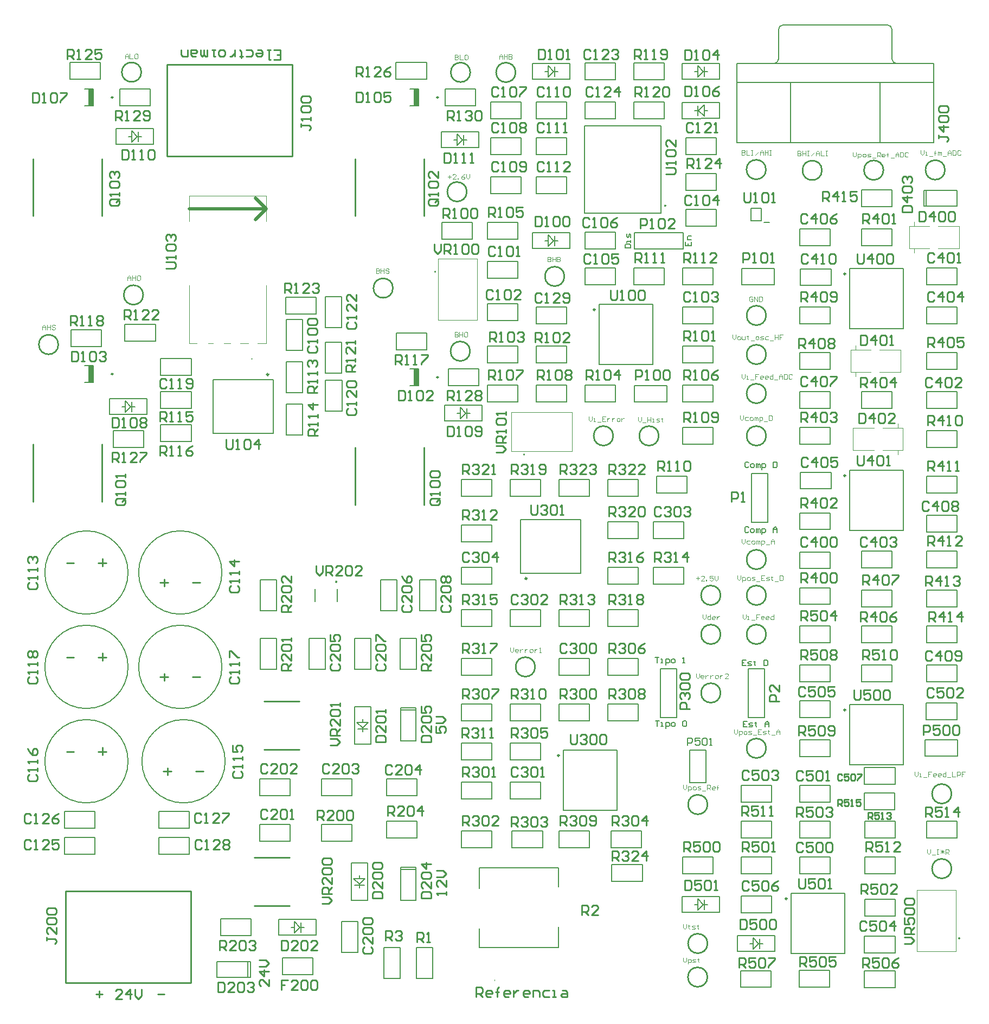
<source format=gto>
G04*
G04 #@! TF.GenerationSoftware,Altium Limited,Altium Designer,18.0.7 (293)*
G04*
G04 Layer_Color=65535*
%FSLAX44Y44*%
%MOMM*%
G71*
G01*
G75*
%ADD10C,0.2000*%
%ADD11C,0.2540*%
%ADD12C,0.2500*%
%ADD13C,0.1000*%
%ADD14C,0.5000*%
%ADD15C,0.2032*%
%ADD16C,0.1778*%
%ADD17C,0.1016*%
%ADD18C,0.1250*%
%ADD19R,0.7778X2.6000*%
D10*
X1370039Y1523299D02*
G03*
X1363089Y1530249I-6950J0D01*
G01*
X1370089Y1477249D02*
G03*
X1377039Y1470299I6950J0D01*
G01*
X1199789Y1530249D02*
G03*
X1192839Y1523299I0J-6950D01*
G01*
X1185839Y1470299D02*
G03*
X1192789Y1477249I0J6950D01*
G01*
X1474949Y103508D02*
G03*
X1474949Y105508I0J1000D01*
G01*
D02*
G03*
X1474949Y103508I0J-1000D01*
G01*
X794560Y859920D02*
G03*
X796560Y859920I1000J0D01*
G01*
D02*
G03*
X794560Y859920I-1000J0D01*
G01*
X656720Y1146000D02*
G03*
X656720Y1144000I0J-1000D01*
G01*
D02*
G03*
X656720Y1146000I0J1000D01*
G01*
X370840Y1009160D02*
G03*
X369840Y1009160I-500J0D01*
G01*
D02*
G03*
X370840Y1009160I500J0D01*
G01*
D02*
G03*
X369840Y1009160I-500J0D01*
G01*
X749900Y39400D02*
G03*
X749900Y38400I0J-500D01*
G01*
D02*
G03*
X749900Y39400I0J500D01*
G01*
D02*
G03*
X749900Y38400I0J-500D01*
G01*
X177160Y528320D02*
G03*
X177160Y528320I-65000J0D01*
G01*
X323680D02*
G03*
X323680Y528320I-65000J0D01*
G01*
X177160Y381000D02*
G03*
X177160Y381000I-65000J0D01*
G01*
X328760D02*
G03*
X328760Y381000I-65000J0D01*
G01*
X323680Y675640D02*
G03*
X323680Y675640I-65000J0D01*
G01*
X177160D02*
G03*
X177160Y675640I-65000J0D01*
G01*
X1225680Y205440D02*
Y231440D01*
X1273680D01*
X1225680Y205440D02*
X1273680D01*
Y231440D01*
X1225680Y261320D02*
Y287320D01*
X1273680D01*
X1225680Y261320D02*
X1273680D01*
Y287320D01*
X980140Y193580D02*
Y219580D01*
X932140Y193580D02*
X980140D01*
X932140Y219580D02*
X980140D01*
X932140Y193580D02*
Y219580D01*
X1327280Y261320D02*
Y287320D01*
X1375280D01*
X1327280Y261320D02*
X1375280D01*
Y287320D01*
X1374994Y345159D02*
Y371159D01*
X1326994Y345159D02*
X1374994D01*
X1326994Y371159D02*
X1374994D01*
X1326994Y345159D02*
Y371159D01*
X1326398Y305286D02*
Y331286D01*
X1374398D01*
X1326398Y305286D02*
X1374398D01*
Y331286D01*
X1471490Y445899D02*
Y471899D01*
X1423490Y445899D02*
X1471490D01*
X1423490Y471899D02*
X1471490D01*
X1423490Y445899D02*
Y471899D01*
X1370089Y1477249D02*
Y1523249D01*
X1192789Y1477249D02*
Y1523249D01*
X1211439Y1346249D02*
Y1440249D01*
X1127439Y1470249D02*
X1435439D01*
X1351439Y1346249D02*
Y1440249D01*
X1127439Y1346249D02*
X1435439D01*
X1199789Y1530249D02*
X1363089D01*
X1127439Y1346249D02*
Y1470249D01*
X1435439Y1346249D02*
Y1470249D01*
X1127439Y1440249D02*
X1435439D01*
X1375280Y139400D02*
Y165400D01*
X1327280Y139400D02*
X1375280D01*
X1327280Y165400D02*
X1375280D01*
X1327280Y139400D02*
Y165400D01*
X1326978Y82068D02*
Y108068D01*
X1374978D01*
X1326978Y82068D02*
X1374978D01*
Y108068D01*
X503910Y630080D02*
Y650080D01*
X468910Y630080D02*
Y650080D01*
X1212850Y81280D02*
Y175260D01*
X1296670Y81280D02*
Y175260D01*
X1212850D02*
X1296670D01*
X1212850Y81280D02*
X1296670D01*
X1304290Y375920D02*
Y469900D01*
X1388110Y375920D02*
Y469900D01*
X1304290D02*
X1388110D01*
X1304290Y375920D02*
X1388110D01*
X1304290Y741680D02*
Y835660D01*
X1388110Y741680D02*
Y835660D01*
X1304290D02*
X1388110D01*
X1304290Y741680D02*
X1388110D01*
X1304290Y1056640D02*
Y1150620D01*
X1388110Y1056640D02*
Y1150620D01*
X1304290D02*
X1388110D01*
X1304290Y1056640D02*
X1388110D01*
X789940Y674370D02*
X883920D01*
X789940Y758190D02*
X883920D01*
X789940Y674370D02*
Y758190D01*
X883920Y674370D02*
Y758190D01*
X857250Y304800D02*
Y398780D01*
X941070Y304800D02*
Y398780D01*
X857250D02*
X941070D01*
X857250Y304800D02*
X941070D01*
X309880Y976630D02*
X403860D01*
X309880Y892810D02*
X403860D01*
Y976630D01*
X309880Y892810D02*
Y976630D01*
X890270Y1372870D02*
X1009650D01*
Y1236980D02*
Y1372870D01*
X890270Y1236980D02*
Y1372870D01*
Y1236980D02*
X1009650D01*
X1169740Y1221940D02*
X1178240D01*
X1166240Y1224440D02*
Y1244440D01*
X1150240D02*
X1166240D01*
X1150240Y1224440D02*
Y1244440D01*
Y1224440D02*
X1166240D01*
X913130Y1000760D02*
Y1094740D01*
X996950Y1000760D02*
Y1094740D01*
X913130D02*
X996950D01*
X913130Y1000760D02*
X996950D01*
X1423800Y261320D02*
Y287320D01*
X1471800D01*
X1423800Y261320D02*
X1471800D01*
Y287320D01*
X1375280Y205440D02*
Y231440D01*
X1327280Y205440D02*
X1375280D01*
X1327280Y231440D02*
X1375280D01*
X1327280Y205440D02*
Y231440D01*
X1182240Y261320D02*
Y287320D01*
X1134240Y261320D02*
X1182240D01*
X1134240Y287320D02*
X1182240D01*
X1134240Y261320D02*
Y287320D01*
X1322200Y505160D02*
Y531160D01*
X1370200D01*
X1322200Y505160D02*
X1370200D01*
Y531160D01*
X1273680Y388320D02*
Y414320D01*
X1225680Y388320D02*
X1273680D01*
X1225680Y414320D02*
X1273680D01*
X1225680Y388320D02*
Y414320D01*
Y505160D02*
Y531160D01*
X1273680D01*
X1225680Y505160D02*
X1273680D01*
Y531160D01*
X1181466Y28185D02*
Y54185D01*
X1133466Y28185D02*
X1181466D01*
X1133466Y54185D02*
X1181466D01*
X1133466Y28185D02*
Y54185D01*
X1374774Y27577D02*
Y53577D01*
X1326774Y27577D02*
X1374774D01*
X1326774Y53577D02*
X1374774D01*
X1326774Y27577D02*
Y53577D01*
X1272757Y28241D02*
Y54241D01*
X1224758Y28241D02*
X1272757D01*
X1224758Y54241D02*
X1272757D01*
X1224758Y28241D02*
Y54241D01*
X1225680Y566120D02*
Y592120D01*
X1273680D01*
X1225680Y566120D02*
X1273680D01*
Y592120D01*
X1134240Y205440D02*
Y231440D01*
X1182240D01*
X1134240Y205440D02*
X1182240D01*
Y231440D01*
X1090800Y205440D02*
Y231440D01*
X1042800Y205440D02*
X1090800D01*
X1042800Y231440D02*
X1090800D01*
X1042800Y205440D02*
Y231440D01*
X1370200Y1246840D02*
Y1272840D01*
X1322200Y1246840D02*
X1370200D01*
X1322200Y1272840D02*
X1370200D01*
X1322200Y1246840D02*
Y1272840D01*
X1423800Y566120D02*
Y592120D01*
X1471800D01*
X1423800Y566120D02*
X1471800D01*
Y592120D01*
X1423800Y622000D02*
Y648000D01*
X1471800D01*
X1423800Y622000D02*
X1471800D01*
Y648000D01*
X1423800Y682960D02*
Y708960D01*
X1471800D01*
X1423800Y682960D02*
X1471800D01*
Y708960D01*
Y799800D02*
Y825800D01*
X1423800Y799800D02*
X1471800D01*
X1423800Y825800D02*
X1471800D01*
X1423800Y799800D02*
Y825800D01*
Y870920D02*
Y896920D01*
X1471800D01*
X1423800Y870920D02*
X1471800D01*
Y896920D01*
X1273680Y1063960D02*
Y1089960D01*
X1225680Y1063960D02*
X1273680D01*
X1225680Y1089960D02*
X1273680D01*
X1225680Y1063960D02*
Y1089960D01*
Y992840D02*
Y1018840D01*
X1273680D01*
X1225680Y992840D02*
X1273680D01*
Y1018840D01*
X1370200Y622000D02*
Y648000D01*
X1322200Y622000D02*
X1370200D01*
X1322200Y648000D02*
X1370200D01*
X1322200Y622000D02*
Y648000D01*
Y566120D02*
Y592120D01*
X1370200D01*
X1322200Y566120D02*
X1370200D01*
Y592120D01*
X1423800Y992840D02*
Y1018840D01*
X1471800D01*
X1423800Y992840D02*
X1471800D01*
Y1018840D01*
X1322200Y931880D02*
Y957880D01*
X1370200D01*
X1322200Y931880D02*
X1370200D01*
Y957880D01*
X1273680Y876000D02*
Y902000D01*
X1225680Y876000D02*
X1273680D01*
X1225680Y902000D02*
X1273680D01*
X1225680Y876000D02*
Y902000D01*
X1273680Y742650D02*
Y768650D01*
X1225680Y742650D02*
X1273680D01*
X1225680Y768650D02*
X1273680D01*
X1225680Y742650D02*
Y768650D01*
X1370200Y1185880D02*
Y1211880D01*
X1322200Y1185880D02*
X1370200D01*
X1322200Y1211880D02*
X1370200D01*
X1322200Y1185880D02*
Y1211880D01*
X1225680Y625810D02*
Y651810D01*
X1273680D01*
X1225680Y625810D02*
X1273680D01*
Y651810D01*
X849760Y794720D02*
Y820720D01*
X897760D01*
X849760Y794720D02*
X897760D01*
Y820720D01*
X925960Y794720D02*
Y820720D01*
X973960D01*
X925960Y794720D02*
X973960D01*
Y820720D01*
X697360Y794720D02*
Y820720D01*
X745360D01*
X697360Y794720D02*
X745360D01*
Y820720D01*
X925960Y728680D02*
Y754680D01*
X973960D01*
X925960Y728680D02*
X973960D01*
Y754680D01*
X773560Y794720D02*
Y820720D01*
X821560D01*
X773560Y794720D02*
X821560D01*
Y820720D01*
X925960Y591520D02*
Y617520D01*
X973960D01*
X925960Y591520D02*
X973960D01*
Y617520D01*
X697360Y515320D02*
Y541320D01*
X745360D01*
X697360Y515320D02*
X745360D01*
Y541320D01*
X973960Y657560D02*
Y683560D01*
X925960Y657560D02*
X973960D01*
X925960Y683560D02*
X973960D01*
X925960Y657560D02*
Y683560D01*
X697360Y591520D02*
Y617520D01*
X745360D01*
X697360Y591520D02*
X745360D01*
Y617520D01*
X997080Y657560D02*
Y683560D01*
X1045080D01*
X997080Y657560D02*
X1045080D01*
Y683560D01*
X849760Y591520D02*
Y617520D01*
X897760D01*
X849760Y591520D02*
X897760D01*
Y617520D01*
X697360Y723600D02*
Y749600D01*
X745360D01*
X697360Y723600D02*
X745360D01*
Y749600D01*
Y383240D02*
Y409240D01*
X697360Y383240D02*
X745360D01*
X697360Y409240D02*
X745360D01*
X697360Y383240D02*
Y409240D01*
X773560Y444200D02*
Y470200D01*
X821560D01*
X773560Y444200D02*
X821560D01*
Y470200D01*
X849760Y246080D02*
Y272080D01*
X897760D01*
X849760Y246080D02*
X897760D01*
Y272080D01*
X925960Y444200D02*
Y470200D01*
X973960D01*
X925960Y444200D02*
X973960D01*
Y470200D01*
X745360Y444200D02*
Y470200D01*
X697360Y444200D02*
X745360D01*
X697360Y470200D02*
X745360D01*
X697360Y444200D02*
Y470200D01*
X973960Y515320D02*
Y541320D01*
X925960Y515320D02*
X973960D01*
X925960Y541320D02*
X973960D01*
X925960Y515320D02*
Y541320D01*
X821560Y383240D02*
Y409240D01*
X773560Y383240D02*
X821560D01*
X773560Y409240D02*
X821560D01*
X773560Y383240D02*
Y409240D01*
X979040Y246080D02*
Y272080D01*
X931040Y246080D02*
X979040D01*
X931040Y272080D02*
X979040D01*
X931040Y246080D02*
Y272080D01*
X776608Y246080D02*
Y272080D01*
X824608D01*
X776608Y246080D02*
X824608D01*
Y272080D01*
X697360Y246080D02*
Y272080D01*
X745360D01*
X697360Y246080D02*
X745360D01*
Y272080D01*
X697360Y322280D02*
Y348280D01*
X745360D01*
X697360Y322280D02*
X745360D01*
Y348280D01*
X849760Y444200D02*
Y470200D01*
X897760D01*
X849760Y444200D02*
X897760D01*
Y470200D01*
X601680Y524640D02*
X627680D01*
X601680D02*
Y572640D01*
X627680Y524640D02*
Y572640D01*
X601680D02*
X627680D01*
X580520Y261320D02*
Y287320D01*
X628520D01*
X580520Y261320D02*
X628520D01*
Y287320D01*
X369440Y108920D02*
Y134920D01*
X321440Y108920D02*
X369440D01*
X321440Y134920D02*
X369440D01*
X321440Y108920D02*
Y134920D01*
X383240Y616080D02*
X409240D01*
X383240D02*
Y664080D01*
X409240Y616080D02*
Y664080D01*
X383240D02*
X409240D01*
X383240Y524640D02*
X409240D01*
X383240D02*
Y572640D01*
X409240Y524640D02*
Y572640D01*
X383240D02*
X409240D01*
X478920Y256240D02*
Y282240D01*
X526920D01*
X478920Y256240D02*
X526920D01*
Y282240D01*
X719960Y1404320D02*
Y1430320D01*
X671960Y1404320D02*
X719960D01*
X671960Y1430320D02*
X719960D01*
X671960Y1404320D02*
Y1430320D01*
X163960Y1404320D02*
Y1430320D01*
X211960D01*
X163960Y1404320D02*
X211960D01*
Y1430320D01*
X725040Y967440D02*
Y993440D01*
X677040Y967440D02*
X725040D01*
X677040Y993440D02*
X725040D01*
X677040Y967440D02*
Y993440D01*
X153800Y870920D02*
Y896920D01*
X201800D01*
X153800Y870920D02*
X201800D01*
Y896920D01*
X643436Y1445692D02*
Y1471692D01*
X595436Y1445692D02*
X643436D01*
X595436Y1471692D02*
X643436D01*
X595436Y1445692D02*
Y1471692D01*
X86013Y1445694D02*
Y1471694D01*
X134013D01*
X86013Y1445694D02*
X134013D01*
Y1471694D01*
X1047880Y1272240D02*
Y1298240D01*
X1095880D01*
X1047880Y1272240D02*
X1095880D01*
Y1298240D01*
X423040Y1079200D02*
Y1105200D01*
X471040D01*
X423040Y1079200D02*
X471040D01*
Y1105200D01*
X171834Y1037036D02*
Y1063036D01*
X219834D01*
X171834Y1037036D02*
X219834D01*
Y1063036D01*
X484840Y986920D02*
X510840D01*
X484840D02*
Y1034920D01*
X510840Y986920D02*
Y1034920D01*
X484840D02*
X510840D01*
X966600Y1384000D02*
Y1410000D01*
X1014600D01*
X966600Y1384000D02*
X1014600D01*
Y1410000D01*
X966600Y1444960D02*
Y1470960D01*
X1014600D01*
X966600Y1444960D02*
X1014600D01*
Y1470960D01*
X87760Y1028400D02*
Y1054400D01*
X135760D01*
X87760Y1028400D02*
X135760D01*
Y1054400D01*
X643760Y1023320D02*
Y1049320D01*
X595760Y1023320D02*
X643760D01*
X595760Y1049320D02*
X643760D01*
X595760Y1023320D02*
Y1049320D01*
X275998Y880318D02*
Y906318D01*
X227998Y880318D02*
X275998D01*
X227998Y906318D02*
X275998D01*
X227998Y880318D02*
Y906318D01*
X275998Y931880D02*
Y957880D01*
X227998Y931880D02*
X275998D01*
X227998Y957880D02*
X275998D01*
X227998Y931880D02*
Y957880D01*
X423880Y938400D02*
X449880D01*
Y890400D02*
Y938400D01*
X423880Y890400D02*
Y938400D01*
Y890400D02*
X449880D01*
X423880Y1004440D02*
X449880D01*
Y956440D02*
Y1004440D01*
X423880Y956440D02*
Y1004440D01*
Y956440D02*
X449880D01*
X1090800Y1124920D02*
Y1150920D01*
X1042800Y1124920D02*
X1090800D01*
X1042800Y1150920D02*
X1090800D01*
X1042800Y1124920D02*
Y1150920D01*
X966600Y1124920D02*
Y1150920D01*
X1014600D01*
X966600Y1124920D02*
X1014600D01*
Y1150920D01*
X1050160Y799800D02*
Y825800D01*
X1002160Y799800D02*
X1050160D01*
X1002160Y825800D02*
X1050160D01*
X1002160Y799800D02*
Y825800D01*
X1042800Y876000D02*
Y902000D01*
X1090800D01*
X1042800Y876000D02*
X1090800D01*
Y902000D01*
X862200Y942040D02*
Y968040D01*
X814200Y942040D02*
X862200D01*
X814200Y968040D02*
X862200D01*
X814200Y942040D02*
Y968040D01*
X786000Y942040D02*
Y968040D01*
X738000Y942040D02*
X786000D01*
X738000Y968040D02*
X786000D01*
X738000Y942040D02*
Y968040D01*
X1090800Y942040D02*
Y968040D01*
X1042800Y942040D02*
X1090800D01*
X1042800Y968040D02*
X1090800D01*
X1042800Y942040D02*
Y968040D01*
X738000Y1196040D02*
Y1222040D01*
X786000D01*
X738000Y1196040D02*
X786000D01*
Y1222040D01*
X938400Y942040D02*
Y968040D01*
X890400Y942040D02*
X938400D01*
X890400Y968040D02*
X938400D01*
X890400Y942040D02*
Y968040D01*
X738000Y1003000D02*
Y1029000D01*
X786000D01*
X738000Y1003000D02*
X786000D01*
Y1029000D01*
X814200Y1003000D02*
Y1029000D01*
X862200D01*
X814200Y1003000D02*
X862200D01*
Y1029000D01*
X1042800Y1003000D02*
Y1029000D01*
X1090800D01*
X1042800Y1003000D02*
X1090800D01*
Y1029000D01*
X666880Y1196040D02*
Y1222040D01*
X714880D01*
X666880Y1196040D02*
X714880D01*
Y1222040D01*
X576280Y42040D02*
X602280D01*
X576280D02*
Y90040D01*
X602280Y42040D02*
Y90040D01*
X576280D02*
X602280D01*
X725400Y90400D02*
Y119900D01*
Y90400D02*
Y119900D01*
Y90400D02*
X849400D01*
X725400D02*
X849400D01*
Y122400D01*
Y90400D02*
Y122400D01*
Y184900D02*
Y214400D01*
Y184900D02*
Y214400D01*
X725400D02*
X849400D01*
X725400D02*
X849400D01*
X725400Y182400D02*
Y214400D01*
Y182400D02*
Y214400D01*
X627080Y90040D02*
X653080D01*
Y42040D02*
Y90040D01*
X627080Y42040D02*
Y90040D01*
Y42040D02*
X653080D01*
X1054100Y398780D02*
X1079500D01*
Y347980D02*
Y398780D01*
X1054100Y347980D02*
X1079500D01*
X1054100D02*
Y398780D01*
X1421521Y389142D02*
Y414542D01*
X1472321D01*
Y389142D02*
Y414542D01*
X1421521Y389142D02*
X1472321D01*
X1008380Y525780D02*
X1033780D01*
Y449580D02*
Y525780D01*
X1008380Y449580D02*
X1033780D01*
X1008380D02*
Y525780D01*
X1043940Y1181100D02*
Y1206500D01*
X967740Y1181100D02*
X1043940D01*
X967740D02*
Y1206500D01*
X1043940D01*
X1186180Y1125220D02*
Y1150620D01*
X1135380Y1125220D02*
X1186180D01*
X1135380D02*
Y1150620D01*
X1186180D01*
X1018540Y942340D02*
Y967740D01*
X967740Y942340D02*
X1018540D01*
X967740D02*
Y967740D01*
X1018540D01*
X1145540Y449580D02*
X1170940D01*
X1145540D02*
Y525780D01*
X1170940D01*
Y449580D02*
Y525780D01*
X1150620Y754380D02*
X1176020D01*
X1150620D02*
Y830580D01*
X1176020D01*
Y754380D02*
Y830580D01*
X465960Y47960D02*
Y73960D01*
X417960Y47960D02*
X465960D01*
X417960Y73960D02*
X465960D01*
X417960Y47960D02*
Y73960D01*
X1042670Y144980D02*
Y169934D01*
X1101090Y144980D02*
Y170186D01*
X1042670Y144980D02*
X1101090D01*
X1042670Y169934D02*
X1101090Y170186D01*
X1129030Y84020D02*
Y108974D01*
X1187450Y84020D02*
Y109226D01*
X1129030Y84020D02*
X1187450D01*
X1129030Y108974D02*
X1187450Y109226D01*
X412750Y109420D02*
Y134374D01*
X471170Y109420D02*
Y134626D01*
X412750Y109420D02*
X471170D01*
X412750Y134374D02*
X471170Y134626D01*
X531060Y466090D02*
X556014D01*
X531060Y407670D02*
X556266D01*
X531060D02*
Y466090D01*
X556014D02*
X556266Y407670D01*
X525980Y222250D02*
X550934D01*
X525980Y163830D02*
X551186D01*
X525980D02*
Y222250D01*
X550934D02*
X551186Y163830D01*
X666750Y1338780D02*
Y1363734D01*
X725170Y1338780D02*
Y1363986D01*
X666750Y1338780D02*
X725170D01*
X666750Y1363734D02*
X725170Y1363986D01*
X158750Y1343860D02*
Y1368814D01*
X217170Y1343860D02*
Y1369066D01*
X158750Y1343860D02*
X217170D01*
X158750Y1368814D02*
X217170Y1369066D01*
X671830Y912060D02*
Y937014D01*
X730250Y912060D02*
Y937266D01*
X671830Y912060D02*
X730250D01*
X671830Y937014D02*
X730250Y937266D01*
X148590Y922220D02*
Y947174D01*
X207010Y922220D02*
Y947426D01*
X148590Y922220D02*
X207010D01*
X148590Y947174D02*
X207010Y947426D01*
X122840Y1404320D02*
Y1430320D01*
X109480D02*
X122840D01*
X122840Y1404320D02*
X122840Y1404320D01*
X109480Y1404320D02*
X122840D01*
X1101090Y1384546D02*
Y1409500D01*
X1042670Y1384294D02*
Y1409500D01*
X1101090D01*
X1042670Y1384294D02*
X1101090Y1384546D01*
X630840Y1404320D02*
Y1430320D01*
X617480D02*
X630840D01*
X630840Y1404320D02*
X630840Y1404320D01*
X617480Y1404320D02*
X630840D01*
X1042670Y1445460D02*
Y1470414D01*
X1101090Y1445460D02*
Y1470666D01*
X1042670Y1445460D02*
X1101090D01*
X1042670Y1470414D02*
X1101090Y1470666D01*
X122840Y972520D02*
Y998520D01*
X109480D02*
X122840D01*
X122840Y972520D02*
X122840Y972520D01*
X109480Y972520D02*
X122840D01*
X630840Y967440D02*
Y993440D01*
X617480D02*
X630840D01*
X630840Y967440D02*
X630840Y967440D01*
X617480Y967440D02*
X630840D01*
X808990Y1445460D02*
Y1470414D01*
X867410Y1445460D02*
Y1470666D01*
X808990Y1445460D02*
X867410D01*
X808990Y1470414D02*
X867410Y1470666D01*
X808990Y1181300D02*
Y1206254D01*
X867410Y1181300D02*
Y1206506D01*
X808990Y1181300D02*
X867410D01*
X808990Y1206254D02*
X867410Y1206506D01*
X1134240Y144480D02*
Y170480D01*
X1182240D01*
X1134240Y144480D02*
X1182240D01*
Y170480D01*
X1225680Y449280D02*
Y475280D01*
X1273680D01*
X1225680Y449280D02*
X1273680D01*
Y475280D01*
X1134240Y317200D02*
Y343200D01*
X1182240D01*
X1134240Y317200D02*
X1182240D01*
Y343200D01*
X1225680Y317200D02*
Y343200D01*
X1273680D01*
X1225680Y317200D02*
X1273680D01*
Y343200D01*
X1226950Y1123650D02*
Y1149650D01*
X1274950D01*
X1226950Y1123650D02*
X1274950D01*
Y1149650D01*
X1471800Y505160D02*
Y531160D01*
X1423800Y505160D02*
X1471800D01*
X1423800Y531160D02*
X1471800D01*
X1423800Y505160D02*
Y531160D01*
Y738840D02*
Y764840D01*
X1471800D01*
X1423800Y738840D02*
X1471800D01*
Y764840D01*
X1273680Y931880D02*
Y957880D01*
X1225680Y931880D02*
X1273680D01*
X1225680Y957880D02*
X1273680D01*
X1225680Y931880D02*
Y957880D01*
Y1185880D02*
Y1211880D01*
X1273680D01*
X1225680Y1185880D02*
X1273680D01*
Y1211880D01*
X1226950Y806150D02*
Y832150D01*
X1274950D01*
X1226950Y806150D02*
X1274950D01*
Y832150D01*
X1423800Y1063960D02*
Y1089960D01*
X1471800D01*
X1423800Y1063960D02*
X1471800D01*
Y1089960D01*
X1322200Y682960D02*
Y708960D01*
X1370200D01*
X1322200Y682960D02*
X1370200D01*
Y708960D01*
X1471800Y931880D02*
Y957880D01*
X1423800Y931880D02*
X1471800D01*
X1423800Y957880D02*
X1471800D01*
X1423800Y931880D02*
Y957880D01*
Y1124920D02*
Y1150920D01*
X1471800D01*
X1423800Y1124920D02*
X1471800D01*
Y1150920D01*
X1225680Y681690D02*
Y707690D01*
X1273680D01*
X1225680Y681690D02*
X1273680D01*
Y707690D01*
X745360Y657560D02*
Y683560D01*
X697360Y657560D02*
X745360D01*
X697360Y683560D02*
X745360D01*
X697360Y657560D02*
Y683560D01*
X997080Y728680D02*
Y754680D01*
X1045080D01*
X997080Y728680D02*
X1045080D01*
Y754680D01*
X821560Y591520D02*
Y617520D01*
X773560Y591520D02*
X821560D01*
X773560Y617520D02*
X821560D01*
X773560Y591520D02*
Y617520D01*
X821560Y322280D02*
Y348280D01*
X773560Y322280D02*
X821560D01*
X773560Y348280D02*
X821560D01*
X773560Y322280D02*
Y348280D01*
X897760Y515320D02*
Y541320D01*
X849760Y515320D02*
X897760D01*
X849760Y541320D02*
X897760D01*
X849760Y515320D02*
Y541320D01*
X632160Y664080D02*
X658160D01*
Y616080D02*
Y664080D01*
X632160Y616080D02*
Y664080D01*
Y616080D02*
X658160D01*
X530560Y524640D02*
X556560D01*
X530560D02*
Y572640D01*
X556560Y524640D02*
Y572640D01*
X530560D02*
X556560D01*
X571200Y616080D02*
X597200D01*
X571200D02*
Y664080D01*
X597200Y616080D02*
Y664080D01*
X571200D02*
X597200D01*
X459440Y524640D02*
X485440D01*
X459440D02*
Y572640D01*
X485440Y524640D02*
Y572640D01*
X459440D02*
X485440D01*
X580520Y327360D02*
Y353360D01*
X628520D01*
X580520Y327360D02*
X628520D01*
Y353360D01*
X526920Y327360D02*
Y353360D01*
X478920Y327360D02*
X526920D01*
X478920Y353360D02*
X526920D01*
X478920Y327360D02*
Y353360D01*
X430400Y327360D02*
Y353360D01*
X382400Y327360D02*
X430400D01*
X382400Y353360D02*
X430400D01*
X382400Y327360D02*
Y353360D01*
X430400Y256240D02*
Y282240D01*
X382400Y256240D02*
X430400D01*
X382400Y282240D02*
X430400D01*
X382400Y256240D02*
Y282240D01*
X510240Y130680D02*
X536240D01*
Y82680D02*
Y130680D01*
X510240Y82680D02*
Y130680D01*
Y82680D02*
X536240D01*
X862200Y1063960D02*
Y1089960D01*
X814200Y1063960D02*
X862200D01*
X814200Y1089960D02*
X862200D01*
X814200Y1063960D02*
Y1089960D01*
X224920Y235920D02*
Y261920D01*
X272920D01*
X224920Y235920D02*
X272920D01*
Y261920D01*
X224920Y276560D02*
Y302560D01*
X272920D01*
X224920Y276560D02*
X272920D01*
Y302560D01*
X125600Y276560D02*
Y302560D01*
X77600Y276560D02*
X125600D01*
X77600Y302560D02*
X125600D01*
X77600Y276560D02*
Y302560D01*
X125600Y235920D02*
Y261920D01*
X77600Y235920D02*
X125600D01*
X77600Y261920D02*
X125600D01*
X77600Y235920D02*
Y261920D01*
X938400Y1384000D02*
Y1410000D01*
X890400Y1384000D02*
X938400D01*
X890400Y1410000D02*
X938400D01*
X890400Y1384000D02*
Y1410000D01*
X938400Y1444960D02*
Y1470960D01*
X890400Y1444960D02*
X938400D01*
X890400Y1470960D02*
X938400D01*
X890400Y1444960D02*
Y1470960D01*
X484840Y1106040D02*
X510840D01*
Y1058040D02*
Y1106040D01*
X484840Y1058040D02*
Y1106040D01*
Y1058040D02*
X510840D01*
X1095880Y1328120D02*
Y1354120D01*
X1047880Y1328120D02*
X1095880D01*
X1047880Y1354120D02*
X1095880D01*
X1047880Y1328120D02*
Y1354120D01*
X485094Y927738D02*
X511094D01*
X485094D02*
Y975738D01*
X511094Y927738D02*
Y975738D01*
X485094D02*
X511094D01*
X275998Y983442D02*
Y1009442D01*
X227998Y983442D02*
X275998D01*
X227998Y1009442D02*
X275998D01*
X227998Y983442D02*
Y1009442D01*
X814200Y1267160D02*
Y1293160D01*
X862200D01*
X814200Y1267160D02*
X862200D01*
Y1293160D01*
X814200Y1328120D02*
Y1354120D01*
X862200D01*
X814200Y1328120D02*
X862200D01*
Y1354120D01*
X814200Y1384000D02*
Y1410000D01*
X862200D01*
X814200Y1384000D02*
X862200D01*
Y1410000D01*
X791080Y1267160D02*
Y1293160D01*
X743080Y1267160D02*
X791080D01*
X743080Y1293160D02*
X791080D01*
X743080Y1267160D02*
Y1293160D01*
X791080Y1328120D02*
Y1354120D01*
X743080Y1328120D02*
X791080D01*
X743080Y1354120D02*
X791080D01*
X743080Y1328120D02*
Y1354120D01*
X791080Y1384000D02*
Y1410000D01*
X743080Y1384000D02*
X791080D01*
X743080Y1410000D02*
X791080D01*
X743080Y1384000D02*
Y1410000D01*
X938400Y1180800D02*
Y1206800D01*
X890400Y1180800D02*
X938400D01*
X890400Y1206800D02*
X938400D01*
X890400Y1180800D02*
Y1206800D01*
X938400Y1124920D02*
Y1150920D01*
X890400Y1124920D02*
X938400D01*
X890400Y1150920D02*
X938400D01*
X890400Y1124920D02*
Y1150920D01*
X1095880Y1216360D02*
Y1242360D01*
X1047880Y1216360D02*
X1095880D01*
X1047880Y1242360D02*
X1095880D01*
X1047880Y1216360D02*
Y1242360D01*
X1042800Y1063960D02*
Y1089960D01*
X1090800D01*
X1042800Y1063960D02*
X1090800D01*
Y1089960D01*
X738000Y1069040D02*
Y1095040D01*
X786000D01*
X738000Y1069040D02*
X786000D01*
Y1095040D01*
X738000Y1135080D02*
Y1161080D01*
X786000D01*
X738000Y1135080D02*
X786000D01*
Y1161080D01*
X423880Y1070480D02*
X449880D01*
Y1022480D02*
Y1070480D01*
X423880Y1022480D02*
Y1070480D01*
Y1022480D02*
X449880D01*
D11*
X1173198Y1304647D02*
G03*
X1173198Y1304647I-15193J0D01*
G01*
X1462944Y213360D02*
G03*
X1462944Y213360I-15193J0D01*
G01*
Y330200D02*
G03*
X1462944Y330200I-15193J0D01*
G01*
X1081790Y44072D02*
G03*
X1081790Y44072I-15193J0D01*
G01*
X1081944Y96520D02*
G03*
X1081944Y96520I-15193J0D01*
G01*
X1102313Y579071D02*
G03*
X1102313Y579071I-15193J0D01*
G01*
X1173433Y401271D02*
G03*
X1173433Y401271I-15193J0D01*
G01*
X1356656Y1303699D02*
G03*
X1356656Y1303699I-15193J0D01*
G01*
X1173384Y955040D02*
G03*
X1173384Y955040I-15193J0D01*
G01*
X1452715Y1304084D02*
G03*
X1452715Y1304084I-15193J0D01*
G01*
X1173433Y640031D02*
G03*
X1173433Y640031I-15193J0D01*
G01*
Y888951D02*
G03*
X1173433Y888951I-15193J0D01*
G01*
X1081993Y313436D02*
G03*
X1081993Y313436I-15193J0D01*
G01*
X1173433Y695911D02*
G03*
X1173433Y695911I-15193J0D01*
G01*
X1102313Y487631D02*
G03*
X1102313Y487631I-15193J0D01*
G01*
X812753Y528271D02*
G03*
X812753Y528271I-15193J0D01*
G01*
X1102264Y640080D02*
G03*
X1102264Y640080I-15193J0D01*
G01*
X711463Y1456427D02*
G03*
X711463Y1456427I-15193J0D01*
G01*
X197812Y1456696D02*
G03*
X197812Y1456696I-15193J0D01*
G01*
X711104Y1021080D02*
G03*
X711104Y1021080I-15193J0D01*
G01*
X200818Y1108964D02*
G03*
X200818Y1108964I-15193J0D01*
G01*
X68230Y1031494D02*
G03*
X68230Y1031494I-15193J0D01*
G01*
X1260582Y1303447D02*
G03*
X1260582Y1303447I-15193J0D01*
G01*
X590708Y1119632D02*
G03*
X590708Y1119632I-15193J0D01*
G01*
X706024Y1270000D02*
G03*
X706024Y1270000I-15193J0D01*
G01*
X934624Y889000D02*
G03*
X934624Y889000I-15193J0D01*
G01*
X782273Y1456303D02*
G03*
X782273Y1456303I-15193J0D01*
G01*
X858473Y1137871D02*
G03*
X858473Y1137871I-15193J0D01*
G01*
X1173433Y579071D02*
G03*
X1173433Y579071I-15193J0D01*
G01*
Y1076911D02*
G03*
X1173433Y1076911I-15193J0D01*
G01*
Y1015951D02*
G03*
X1173433Y1015951I-15193J0D01*
G01*
X1005793Y888951D02*
G03*
X1005793Y888951I-15193J0D01*
G01*
X389128Y474726D02*
X444246D01*
X389128Y399034D02*
X444246D01*
X373888Y230886D02*
X429006D01*
X373888Y155194D02*
X429006D01*
X392665Y1242985D02*
Y1243660D01*
X136679Y1232154D02*
Y1321562D01*
X28475Y1232154D02*
Y1321562D01*
X639572Y1232154D02*
Y1321562D01*
X531368Y1232154D02*
Y1321562D01*
X136648Y786534D02*
Y875942D01*
X28444Y786534D02*
Y875942D01*
X639572Y781304D02*
Y870712D01*
X531368Y781304D02*
Y870712D01*
X275082Y35306D02*
Y178308D01*
X79756Y35306D02*
X275082D01*
X79756D02*
Y178308D01*
X275082D01*
X237998Y1325372D02*
Y1468374D01*
X433324D01*
Y1325372D02*
Y1468374D01*
X237998Y1325372D02*
X433324D01*
X137160Y538480D02*
Y549910D01*
X130810Y543560D02*
X143510D01*
X81280D02*
X92710D01*
X233680Y506730D02*
Y518160D01*
X227330Y513080D02*
X240030D01*
X278130D02*
X289560D01*
X137160Y391160D02*
Y402590D01*
X130810Y396240D02*
X143510D01*
X81280D02*
X92710D01*
X238760Y359410D02*
Y370840D01*
X232410Y365760D02*
X245110D01*
X283210D02*
X294640D01*
X233680Y654050D02*
Y665480D01*
X227330Y660400D02*
X240030D01*
X278130D02*
X289560D01*
X137160Y685800D02*
Y697230D01*
X130810Y690880D02*
X143510D01*
X81280D02*
X92710D01*
X657611Y435353D02*
Y425196D01*
X665229D01*
X662689Y430274D01*
Y432813D01*
X665229Y435353D01*
X670307D01*
X672846Y432813D01*
Y427735D01*
X670307Y425196D01*
X657611Y440431D02*
X667768D01*
X672846Y445509D01*
X667768Y450588D01*
X657611D01*
X673862Y171958D02*
Y177036D01*
Y174497D01*
X658627D01*
X661166Y171958D01*
X673862Y194811D02*
Y184654D01*
X663705Y194811D01*
X661166D01*
X658627Y192271D01*
Y187193D01*
X661166Y184654D01*
X658627Y199889D02*
X668784D01*
X673862Y204967D01*
X668784Y210046D01*
X658627D01*
X397002Y40637D02*
Y30480D01*
X386845Y40637D01*
X384306D01*
X381767Y38098D01*
Y33019D01*
X384306Y30480D01*
X397002Y53333D02*
X381767D01*
X389384Y45715D01*
Y55872D01*
X381767Y60950D02*
X391924D01*
X397002Y66028D01*
X391924Y71107D01*
X381767D01*
X720852Y12954D02*
Y28189D01*
X728469D01*
X731009Y25650D01*
Y20571D01*
X728469Y18032D01*
X720852D01*
X725930D02*
X731009Y12954D01*
X743705D02*
X738626D01*
X736087Y15493D01*
Y20571D01*
X738626Y23111D01*
X743705D01*
X746244Y20571D01*
Y18032D01*
X736087D01*
X753861Y12954D02*
Y25650D01*
Y20571D01*
X751322D01*
X756401D01*
X753861D01*
Y25650D01*
X756401Y28189D01*
X771636Y12954D02*
X766557D01*
X764018Y15493D01*
Y20571D01*
X766557Y23111D01*
X771636D01*
X774175Y20571D01*
Y18032D01*
X764018D01*
X779253Y23111D02*
Y12954D01*
Y18032D01*
X781792Y20571D01*
X784332Y23111D01*
X786871D01*
X802106Y12954D02*
X797027D01*
X794488Y15493D01*
Y20571D01*
X797027Y23111D01*
X802106D01*
X804645Y20571D01*
Y18032D01*
X794488D01*
X809723Y12954D02*
Y23111D01*
X817341D01*
X819880Y20571D01*
Y12954D01*
X835115Y23111D02*
X827497D01*
X824958Y20571D01*
Y15493D01*
X827497Y12954D01*
X835115D01*
X840193D02*
X845272D01*
X842733D01*
Y23111D01*
X840193D01*
X855428D02*
X860507D01*
X863046Y20571D01*
Y12954D01*
X855428D01*
X852889Y15493D01*
X855428Y18032D01*
X863046D01*
X405133Y1476253D02*
X415290D01*
Y1491488D01*
X405133D01*
X415290Y1483871D02*
X410212D01*
X400055Y1491488D02*
X394977D01*
X397516D01*
Y1476253D01*
X400055D01*
X379742Y1491488D02*
X384820D01*
X387359Y1488949D01*
Y1483871D01*
X384820Y1481331D01*
X379742D01*
X377202Y1483871D01*
Y1486410D01*
X387359D01*
X361967Y1481331D02*
X369585D01*
X372124Y1483871D01*
Y1488949D01*
X369585Y1491488D01*
X361967D01*
X354350Y1478792D02*
Y1481331D01*
X356889D01*
X351810D01*
X354350D01*
Y1488949D01*
X351810Y1491488D01*
X344193Y1481331D02*
Y1491488D01*
Y1486410D01*
X341654Y1483871D01*
X339115Y1481331D01*
X336576D01*
X326419Y1491488D02*
X321340D01*
X318801Y1488949D01*
Y1483871D01*
X321340Y1481331D01*
X326419D01*
X328958Y1483871D01*
Y1488949D01*
X326419Y1491488D01*
X313723D02*
X308645D01*
X311184D01*
Y1481331D01*
X313723D01*
X301027Y1491488D02*
Y1481331D01*
X298488D01*
X295949Y1483871D01*
Y1491488D01*
Y1483871D01*
X293409Y1481331D01*
X290870Y1483871D01*
Y1491488D01*
X283253Y1481331D02*
X278174D01*
X275635Y1483871D01*
Y1491488D01*
X283253D01*
X285792Y1488949D01*
X283253Y1486410D01*
X275635D01*
X270557Y1491488D02*
Y1481331D01*
X262939D01*
X260400Y1483871D01*
Y1491488D01*
X223520Y17778D02*
X233677D01*
X127000D02*
X137157D01*
X132078Y22856D02*
Y12699D01*
X167637Y10160D02*
X157480D01*
X167637Y20317D01*
Y22856D01*
X165098Y25395D01*
X160019D01*
X157480Y22856D01*
X180333Y10160D02*
Y25395D01*
X172715Y17778D01*
X182872D01*
X187950Y25395D02*
Y15238D01*
X193029Y10160D01*
X198107Y15238D01*
Y25395D01*
X932948Y225352D02*
Y240587D01*
X940566D01*
X943105Y238048D01*
Y232969D01*
X940566Y230430D01*
X932948D01*
X938027D02*
X943105Y225352D01*
X948183Y238048D02*
X950723Y240587D01*
X955801D01*
X958340Y238048D01*
Y235508D01*
X955801Y232969D01*
X953262D01*
X955801D01*
X958340Y230430D01*
Y227891D01*
X955801Y225352D01*
X950723D01*
X948183Y227891D01*
X973575Y225352D02*
X963418D01*
X973575Y235508D01*
Y238048D01*
X971036Y240587D01*
X965957D01*
X963418Y238048D01*
X986271Y225352D02*
Y240587D01*
X978653Y232969D01*
X988810D01*
X1291855Y359759D02*
X1290162Y361452D01*
X1286776D01*
X1285084Y359759D01*
Y352988D01*
X1286776Y351295D01*
X1290162D01*
X1291855Y352988D01*
X1302012Y361452D02*
X1295240D01*
Y356373D01*
X1298626Y358066D01*
X1300319D01*
X1302012Y356373D01*
Y352988D01*
X1300319Y351295D01*
X1296933D01*
X1295240Y352988D01*
X1305397Y359759D02*
X1307090Y361452D01*
X1310475D01*
X1312168Y359759D01*
Y352988D01*
X1310475Y351295D01*
X1307090D01*
X1305397Y352988D01*
Y359759D01*
X1315554Y361452D02*
X1322325D01*
Y359759D01*
X1315554Y352988D01*
Y351295D01*
X1054354Y462534D02*
X1039119D01*
Y470151D01*
X1041658Y472691D01*
X1046737D01*
X1049276Y470151D01*
Y462534D01*
X1041658Y477769D02*
X1039119Y480308D01*
Y485387D01*
X1041658Y487926D01*
X1044197D01*
X1046737Y485387D01*
Y482847D01*
Y485387D01*
X1049276Y487926D01*
X1051815D01*
X1054354Y485387D01*
Y480308D01*
X1051815Y477769D01*
X1041658Y493004D02*
X1039119Y495543D01*
Y500622D01*
X1041658Y503161D01*
X1051815D01*
X1054354Y500622D01*
Y495543D01*
X1051815Y493004D01*
X1041658D01*
Y508239D02*
X1039119Y510778D01*
Y515857D01*
X1041658Y518396D01*
X1051815D01*
X1054354Y515857D01*
Y510778D01*
X1051815Y508239D01*
X1041658D01*
X330200Y883915D02*
Y871219D01*
X332739Y868680D01*
X337817D01*
X340357Y871219D01*
Y883915D01*
X345435Y868680D02*
X350513D01*
X347974D01*
Y883915D01*
X345435Y881376D01*
X358131D02*
X360670Y883915D01*
X365748D01*
X368288Y881376D01*
Y871219D01*
X365748Y868680D01*
X360670D01*
X358131Y871219D01*
Y881376D01*
X380984Y868680D02*
Y883915D01*
X373366Y876298D01*
X383523D01*
X822957Y1109976D02*
X820417Y1112515D01*
X815339D01*
X812800Y1109976D01*
Y1099819D01*
X815339Y1097280D01*
X820417D01*
X822957Y1099819D01*
X828035Y1097280D02*
X833113D01*
X830574D01*
Y1112515D01*
X828035Y1109976D01*
X850888Y1097280D02*
X840731D01*
X850888Y1107437D01*
Y1109976D01*
X848348Y1112515D01*
X843270D01*
X840731Y1109976D01*
X855966Y1099819D02*
X858505Y1097280D01*
X863584D01*
X866123Y1099819D01*
Y1109976D01*
X863584Y1112515D01*
X858505D01*
X855966Y1109976D01*
Y1107437D01*
X858505Y1104898D01*
X866123D01*
X1389045Y96379D02*
X1399202D01*
X1404280Y101457D01*
X1399202Y106536D01*
X1389045D01*
X1404280Y111614D02*
X1389045D01*
Y119232D01*
X1391584Y121771D01*
X1396663D01*
X1399202Y119232D01*
Y111614D01*
Y116692D02*
X1404280Y121771D01*
X1389045Y137006D02*
Y126849D01*
X1396663D01*
X1394124Y131927D01*
Y134467D01*
X1396663Y137006D01*
X1401741D01*
X1404280Y134467D01*
Y129388D01*
X1401741Y126849D01*
X1391584Y142084D02*
X1389045Y144623D01*
Y149702D01*
X1391584Y152241D01*
X1401741D01*
X1404280Y149702D01*
Y144623D01*
X1401741Y142084D01*
X1391584D01*
Y157319D02*
X1389045Y159859D01*
Y164937D01*
X1391584Y167476D01*
X1401741D01*
X1404280Y164937D01*
Y159859D01*
X1401741Y157319D01*
X1391584D01*
X492765Y406400D02*
X502922D01*
X508000Y411478D01*
X502922Y416557D01*
X492765D01*
X508000Y421635D02*
X492765D01*
Y429253D01*
X495304Y431792D01*
X500382D01*
X502922Y429253D01*
Y421635D01*
Y426713D02*
X508000Y431792D01*
Y447027D02*
Y436870D01*
X497843Y447027D01*
X495304D01*
X492765Y444488D01*
Y439409D01*
X495304Y436870D01*
Y452105D02*
X492765Y454644D01*
Y459723D01*
X495304Y462262D01*
X505461D01*
X508000Y459723D01*
Y454644D01*
X505461Y452105D01*
X495304D01*
X508000Y467340D02*
Y472419D01*
Y469879D01*
X492765D01*
X495304Y467340D01*
X480065Y159004D02*
X490222D01*
X495300Y164082D01*
X490222Y169161D01*
X480065D01*
X495300Y174239D02*
X480065D01*
Y181857D01*
X482604Y184396D01*
X487682D01*
X490222Y181857D01*
Y174239D01*
Y179317D02*
X495300Y184396D01*
Y199631D02*
Y189474D01*
X485143Y199631D01*
X482604D01*
X480065Y197092D01*
Y192013D01*
X482604Y189474D01*
Y204709D02*
X480065Y207248D01*
Y212327D01*
X482604Y214866D01*
X492761D01*
X495300Y212327D01*
Y207248D01*
X492761Y204709D01*
X482604D01*
Y219944D02*
X480065Y222484D01*
Y227562D01*
X482604Y230101D01*
X492761D01*
X495300Y227562D01*
Y222484D01*
X492761Y219944D01*
X482604D01*
X751845Y863600D02*
X762002D01*
X767080Y868678D01*
X762002Y873757D01*
X751845D01*
X767080Y878835D02*
X751845D01*
Y886453D01*
X754384Y888992D01*
X759463D01*
X762002Y886453D01*
Y878835D01*
Y883913D02*
X767080Y888992D01*
Y894070D02*
Y899148D01*
Y896609D01*
X751845D01*
X754384Y894070D01*
Y906766D02*
X751845Y909305D01*
Y914384D01*
X754384Y916923D01*
X764541D01*
X767080Y914384D01*
Y909305D01*
X764541Y906766D01*
X754384D01*
X767080Y922001D02*
Y927079D01*
Y924540D01*
X751845D01*
X754384Y922001D01*
X655320Y1188715D02*
Y1178558D01*
X660398Y1173480D01*
X665477Y1178558D01*
Y1188715D01*
X670555Y1173480D02*
Y1188715D01*
X678173D01*
X680712Y1186176D01*
Y1181097D01*
X678173Y1178558D01*
X670555D01*
X675633D02*
X680712Y1173480D01*
X685790D02*
X690869D01*
X688329D01*
Y1188715D01*
X685790Y1186176D01*
X698486D02*
X701025Y1188715D01*
X706104D01*
X708643Y1186176D01*
Y1176019D01*
X706104Y1173480D01*
X701025D01*
X698486Y1176019D01*
Y1186176D01*
X713721D02*
X716260Y1188715D01*
X721339D01*
X723878Y1186176D01*
Y1176019D01*
X721339Y1173480D01*
X716260D01*
X713721Y1176019D01*
Y1186176D01*
X1224280Y198115D02*
Y185419D01*
X1226819Y182880D01*
X1231898D01*
X1234437Y185419D01*
Y198115D01*
X1249672D02*
X1239515D01*
Y190497D01*
X1244593Y193037D01*
X1247133D01*
X1249672Y190497D01*
Y185419D01*
X1247133Y182880D01*
X1242054D01*
X1239515Y185419D01*
X1254750Y195576D02*
X1257289Y198115D01*
X1262368D01*
X1264907Y195576D01*
Y185419D01*
X1262368Y182880D01*
X1257289D01*
X1254750Y185419D01*
Y195576D01*
X1269985Y182880D02*
X1275064D01*
X1272524D01*
Y198115D01*
X1269985Y195576D01*
X1310640Y492755D02*
Y480059D01*
X1313179Y477520D01*
X1318257D01*
X1320797Y480059D01*
Y492755D01*
X1336032D02*
X1325875D01*
Y485137D01*
X1330953Y487677D01*
X1333493D01*
X1336032Y485137D01*
Y480059D01*
X1333493Y477520D01*
X1328414D01*
X1325875Y480059D01*
X1341110Y490216D02*
X1343649Y492755D01*
X1348728D01*
X1351267Y490216D01*
Y480059D01*
X1348728Y477520D01*
X1343649D01*
X1341110Y480059D01*
Y490216D01*
X1356345D02*
X1358884Y492755D01*
X1363963D01*
X1366502Y490216D01*
Y480059D01*
X1363963Y477520D01*
X1358884D01*
X1356345Y480059D01*
Y490216D01*
X1315720Y858515D02*
Y845819D01*
X1318259Y843280D01*
X1323338D01*
X1325877Y845819D01*
Y858515D01*
X1338573Y843280D02*
Y858515D01*
X1330955Y850898D01*
X1341112D01*
X1346190Y855976D02*
X1348729Y858515D01*
X1353808D01*
X1356347Y855976D01*
Y845819D01*
X1353808Y843280D01*
X1348729D01*
X1346190Y845819D01*
Y855976D01*
X1361425Y843280D02*
X1366504D01*
X1363964D01*
Y858515D01*
X1361425Y855976D01*
X1315720Y1173475D02*
Y1160779D01*
X1318259Y1158240D01*
X1323338D01*
X1325877Y1160779D01*
Y1173475D01*
X1338573Y1158240D02*
Y1173475D01*
X1330955Y1165857D01*
X1341112D01*
X1346190Y1170936D02*
X1348729Y1173475D01*
X1353808D01*
X1356347Y1170936D01*
Y1160779D01*
X1353808Y1158240D01*
X1348729D01*
X1346190Y1160779D01*
Y1170936D01*
X1361425D02*
X1363964Y1173475D01*
X1369043D01*
X1371582Y1170936D01*
Y1160779D01*
X1369043Y1158240D01*
X1363964D01*
X1361425Y1160779D01*
Y1170936D01*
X805688Y780791D02*
Y768095D01*
X808227Y765556D01*
X813306D01*
X815845Y768095D01*
Y780791D01*
X820923Y778252D02*
X823462Y780791D01*
X828541D01*
X831080Y778252D01*
Y775713D01*
X828541Y773174D01*
X826001D01*
X828541D01*
X831080Y770634D01*
Y768095D01*
X828541Y765556D01*
X823462D01*
X820923Y768095D01*
X836158Y778252D02*
X838697Y780791D01*
X843776D01*
X846315Y778252D01*
Y768095D01*
X843776Y765556D01*
X838697D01*
X836158Y768095D01*
Y778252D01*
X851393Y765556D02*
X856472D01*
X853932D01*
Y780791D01*
X851393Y778252D01*
X867918Y422651D02*
Y409955D01*
X870457Y407416D01*
X875536D01*
X878075Y409955D01*
Y422651D01*
X883153Y420112D02*
X885692Y422651D01*
X890771D01*
X893310Y420112D01*
Y417573D01*
X890771Y415033D01*
X888231D01*
X890771D01*
X893310Y412494D01*
Y409955D01*
X890771Y407416D01*
X885692D01*
X883153Y409955D01*
X898388Y420112D02*
X900927Y422651D01*
X906006D01*
X908545Y420112D01*
Y409955D01*
X906006Y407416D01*
X900927D01*
X898388Y409955D01*
Y420112D01*
X913623D02*
X916162Y422651D01*
X921241D01*
X923780Y420112D01*
Y409955D01*
X921241Y407416D01*
X916162D01*
X913623Y409955D01*
Y420112D01*
X235971Y1149858D02*
X248667D01*
X251206Y1152397D01*
Y1157476D01*
X248667Y1160015D01*
X235971D01*
X251206Y1165093D02*
Y1170171D01*
Y1167632D01*
X235971D01*
X238510Y1165093D01*
Y1177789D02*
X235971Y1180328D01*
Y1185406D01*
X238510Y1187946D01*
X248667D01*
X251206Y1185406D01*
Y1180328D01*
X248667Y1177789D01*
X238510D01*
Y1193024D02*
X235971Y1195563D01*
Y1200642D01*
X238510Y1203181D01*
X241049D01*
X243589Y1200642D01*
Y1198102D01*
Y1200642D01*
X246128Y1203181D01*
X248667D01*
X251206Y1200642D01*
Y1195563D01*
X248667Y1193024D01*
X1016767Y1297940D02*
X1029463D01*
X1032002Y1300479D01*
Y1305558D01*
X1029463Y1308097D01*
X1016767D01*
X1032002Y1313175D02*
Y1318253D01*
Y1315714D01*
X1016767D01*
X1019306Y1313175D01*
Y1325871D02*
X1016767Y1328410D01*
Y1333488D01*
X1019306Y1336028D01*
X1029463D01*
X1032002Y1333488D01*
Y1328410D01*
X1029463Y1325871D01*
X1019306D01*
X1032002Y1351263D02*
Y1341106D01*
X1021845Y1351263D01*
X1019306D01*
X1016767Y1348724D01*
Y1343645D01*
X1019306Y1341106D01*
X1139190Y1268725D02*
Y1256029D01*
X1141729Y1253490D01*
X1146807D01*
X1149347Y1256029D01*
Y1268725D01*
X1154425Y1253490D02*
X1159503D01*
X1156964D01*
Y1268725D01*
X1154425Y1266186D01*
X1167121D02*
X1169660Y1268725D01*
X1174738D01*
X1177278Y1266186D01*
Y1256029D01*
X1174738Y1253490D01*
X1169660D01*
X1167121Y1256029D01*
Y1266186D01*
X1182356Y1253490D02*
X1187434D01*
X1184895D01*
Y1268725D01*
X1182356Y1266186D01*
X930148Y1116579D02*
Y1103883D01*
X932687Y1101344D01*
X937766D01*
X940305Y1103883D01*
Y1116579D01*
X945383Y1101344D02*
X950461D01*
X947922D01*
Y1116579D01*
X945383Y1114040D01*
X958079D02*
X960618Y1116579D01*
X965696D01*
X968236Y1114040D01*
Y1103883D01*
X965696Y1101344D01*
X960618D01*
X958079Y1103883D01*
Y1114040D01*
X973314D02*
X975853Y1116579D01*
X980932D01*
X983471Y1114040D01*
Y1103883D01*
X980932Y1101344D01*
X975853D01*
X973314Y1103883D01*
Y1114040D01*
X1285141Y311319D02*
Y321476D01*
X1290219D01*
X1291912Y319783D01*
Y316397D01*
X1290219Y314705D01*
X1285141D01*
X1288526D02*
X1291912Y311319D01*
X1302069Y321476D02*
X1295298D01*
Y316397D01*
X1298683Y318090D01*
X1300376D01*
X1302069Y316397D01*
Y313012D01*
X1300376Y311319D01*
X1296990D01*
X1295298Y313012D01*
X1305454Y311319D02*
X1308840D01*
X1307147D01*
Y321476D01*
X1305454Y319783D01*
X1320689Y321476D02*
X1313918D01*
Y316397D01*
X1317304Y318090D01*
X1318997D01*
X1320689Y316397D01*
Y313012D01*
X1318997Y311319D01*
X1315611D01*
X1313918Y313012D01*
X1422400Y294640D02*
Y309875D01*
X1430018D01*
X1432557Y307336D01*
Y302257D01*
X1430018Y299718D01*
X1422400D01*
X1427478D02*
X1432557Y294640D01*
X1447792Y309875D02*
X1437635D01*
Y302257D01*
X1442713Y304797D01*
X1445253D01*
X1447792Y302257D01*
Y297179D01*
X1445253Y294640D01*
X1440174D01*
X1437635Y297179D01*
X1452870Y294640D02*
X1457948D01*
X1455409D01*
Y309875D01*
X1452870Y307336D01*
X1473184Y294640D02*
Y309875D01*
X1465566Y302257D01*
X1475723D01*
X1332816Y291117D02*
Y301274D01*
X1337894D01*
X1339587Y299581D01*
Y296196D01*
X1337894Y294503D01*
X1332816D01*
X1336201D02*
X1339587Y291117D01*
X1349743Y301274D02*
X1342972D01*
Y296196D01*
X1346358Y297889D01*
X1348051D01*
X1349743Y296196D01*
Y292810D01*
X1348051Y291117D01*
X1344665D01*
X1342972Y292810D01*
X1353129Y291117D02*
X1356515D01*
X1354822D01*
Y301274D01*
X1353129Y299581D01*
X1361593D02*
X1363286Y301274D01*
X1366671D01*
X1368364Y299581D01*
Y297889D01*
X1366671Y296196D01*
X1364979D01*
X1366671D01*
X1368364Y294503D01*
Y292810D01*
X1366671Y291117D01*
X1363286D01*
X1361593Y292810D01*
X1328928Y240030D02*
Y255265D01*
X1336546D01*
X1339085Y252726D01*
Y247647D01*
X1336546Y245108D01*
X1328928D01*
X1334006D02*
X1339085Y240030D01*
X1354320Y255265D02*
X1344163D01*
Y247647D01*
X1349241Y250187D01*
X1351781D01*
X1354320Y247647D01*
Y242569D01*
X1351781Y240030D01*
X1346702D01*
X1344163Y242569D01*
X1359398Y240030D02*
X1364476D01*
X1361937D01*
Y255265D01*
X1359398Y252726D01*
X1382251Y240030D02*
X1372094D01*
X1382251Y250187D01*
Y252726D01*
X1379712Y255265D01*
X1374633D01*
X1372094Y252726D01*
X1135761Y296037D02*
Y311272D01*
X1143379D01*
X1145918Y308733D01*
Y303654D01*
X1143379Y301115D01*
X1135761D01*
X1140839D02*
X1145918Y296037D01*
X1161153Y311272D02*
X1150996D01*
Y303654D01*
X1156074Y306194D01*
X1158614D01*
X1161153Y303654D01*
Y298576D01*
X1158614Y296037D01*
X1153535D01*
X1150996Y298576D01*
X1166231Y296037D02*
X1171310D01*
X1168770D01*
Y311272D01*
X1166231Y308733D01*
X1178927Y296037D02*
X1184005D01*
X1181466D01*
Y311272D01*
X1178927Y308733D01*
X1323848Y539750D02*
Y554985D01*
X1331465D01*
X1334005Y552446D01*
Y547368D01*
X1331465Y544828D01*
X1323848D01*
X1328926D02*
X1334005Y539750D01*
X1349240Y554985D02*
X1339083D01*
Y547368D01*
X1344161Y549907D01*
X1346701D01*
X1349240Y547368D01*
Y542289D01*
X1346701Y539750D01*
X1341622D01*
X1339083Y542289D01*
X1354318Y539750D02*
X1359397D01*
X1356857D01*
Y554985D01*
X1354318Y552446D01*
X1367014D02*
X1369553Y554985D01*
X1374632D01*
X1377171Y552446D01*
Y542289D01*
X1374632Y539750D01*
X1369553D01*
X1367014Y542289D01*
Y552446D01*
X1224280Y421640D02*
Y436875D01*
X1231898D01*
X1234437Y434336D01*
Y429258D01*
X1231898Y426718D01*
X1224280D01*
X1229358D02*
X1234437Y421640D01*
X1249672Y436875D02*
X1239515D01*
Y429258D01*
X1244593Y431797D01*
X1247133D01*
X1249672Y429258D01*
Y424179D01*
X1247133Y421640D01*
X1242054D01*
X1239515Y424179D01*
X1254750Y434336D02*
X1257289Y436875D01*
X1262368D01*
X1264907Y434336D01*
Y424179D01*
X1262368Y421640D01*
X1257289D01*
X1254750Y424179D01*
Y434336D01*
X1269985Y424179D02*
X1272524Y421640D01*
X1277603D01*
X1280142Y424179D01*
Y434336D01*
X1277603Y436875D01*
X1272524D01*
X1269985Y434336D01*
Y431797D01*
X1272524Y429258D01*
X1280142D01*
X1227328Y539750D02*
Y554985D01*
X1234946D01*
X1237485Y552446D01*
Y547368D01*
X1234946Y544828D01*
X1227328D01*
X1232406D02*
X1237485Y539750D01*
X1252720Y554985D02*
X1242563D01*
Y547368D01*
X1247641Y549907D01*
X1250181D01*
X1252720Y547368D01*
Y542289D01*
X1250181Y539750D01*
X1245102D01*
X1242563Y542289D01*
X1257798Y552446D02*
X1260337Y554985D01*
X1265416D01*
X1267955Y552446D01*
Y542289D01*
X1265416Y539750D01*
X1260337D01*
X1257798Y542289D01*
Y552446D01*
X1273033D02*
X1275572Y554985D01*
X1280651D01*
X1283190Y552446D01*
Y549907D01*
X1280651Y547368D01*
X1283190Y544828D01*
Y542289D01*
X1280651Y539750D01*
X1275572D01*
X1273033Y542289D01*
Y544828D01*
X1275572Y547368D01*
X1273033Y549907D01*
Y552446D01*
X1275572Y547368D02*
X1280651D01*
X1131365Y58978D02*
Y74213D01*
X1138982D01*
X1141522Y71674D01*
Y66596D01*
X1138982Y64056D01*
X1131365D01*
X1136443D02*
X1141522Y58978D01*
X1156757Y74213D02*
X1146600D01*
Y66596D01*
X1151678Y69135D01*
X1154217D01*
X1156757Y66596D01*
Y61517D01*
X1154217Y58978D01*
X1149139D01*
X1146600Y61517D01*
X1161835Y71674D02*
X1164374Y74213D01*
X1169452D01*
X1171992Y71674D01*
Y61517D01*
X1169452Y58978D01*
X1164374D01*
X1161835Y61517D01*
Y71674D01*
X1177070Y74213D02*
X1187227D01*
Y71674D01*
X1177070Y61517D01*
Y58978D01*
X1324543Y58761D02*
Y73996D01*
X1332160D01*
X1334700Y71457D01*
Y66379D01*
X1332160Y63840D01*
X1324543D01*
X1329621D02*
X1334700Y58761D01*
X1349935Y73996D02*
X1339778D01*
Y66379D01*
X1344856Y68918D01*
X1347396D01*
X1349935Y66379D01*
Y61301D01*
X1347396Y58761D01*
X1342317D01*
X1339778Y61301D01*
X1355013Y71457D02*
X1357552Y73996D01*
X1362631D01*
X1365170Y71457D01*
Y61301D01*
X1362631Y58761D01*
X1357552D01*
X1355013Y61301D01*
Y71457D01*
X1380405Y73996D02*
X1375327Y71457D01*
X1370248Y66379D01*
Y61301D01*
X1372787Y58761D01*
X1377866D01*
X1380405Y61301D01*
Y63840D01*
X1377866Y66379D01*
X1370248D01*
X1226235Y60339D02*
Y75574D01*
X1233852D01*
X1236392Y73035D01*
Y67957D01*
X1233852Y65418D01*
X1226235D01*
X1231313D02*
X1236392Y60339D01*
X1251627Y75574D02*
X1241470D01*
Y67957D01*
X1246548Y70496D01*
X1249087D01*
X1251627Y67957D01*
Y62879D01*
X1249087Y60339D01*
X1244009D01*
X1241470Y62879D01*
X1256705Y73035D02*
X1259244Y75574D01*
X1264323D01*
X1266862Y73035D01*
Y62879D01*
X1264323Y60339D01*
X1259244D01*
X1256705Y62879D01*
Y73035D01*
X1282097Y75574D02*
X1271940D01*
Y67957D01*
X1277018Y70496D01*
X1279557D01*
X1282097Y67957D01*
Y62879D01*
X1279557Y60339D01*
X1274479D01*
X1271940Y62879D01*
X1227328Y600710D02*
Y615945D01*
X1234946D01*
X1237485Y613406D01*
Y608327D01*
X1234946Y605788D01*
X1227328D01*
X1232406D02*
X1237485Y600710D01*
X1252720Y615945D02*
X1242563D01*
Y608327D01*
X1247641Y610867D01*
X1250181D01*
X1252720Y608327D01*
Y603249D01*
X1250181Y600710D01*
X1245102D01*
X1242563Y603249D01*
X1257798Y613406D02*
X1260337Y615945D01*
X1265416D01*
X1267955Y613406D01*
Y603249D01*
X1265416Y600710D01*
X1260337D01*
X1257798Y603249D01*
Y613406D01*
X1280651Y600710D02*
Y615945D01*
X1273033Y608327D01*
X1283190D01*
X1220843Y294021D02*
Y309256D01*
X1228460D01*
X1230999Y306717D01*
Y301639D01*
X1228460Y299099D01*
X1220843D01*
X1225921D02*
X1230999Y294021D01*
X1246235Y309256D02*
X1236078D01*
Y301639D01*
X1241156Y304178D01*
X1243695D01*
X1246235Y301639D01*
Y296560D01*
X1243695Y294021D01*
X1238617D01*
X1236078Y296560D01*
X1251313Y306717D02*
X1253852Y309256D01*
X1258930D01*
X1261469Y306717D01*
Y296560D01*
X1258930Y294021D01*
X1253852D01*
X1251313Y296560D01*
Y306717D01*
X1266548D02*
X1269087Y309256D01*
X1274165D01*
X1276705Y306717D01*
Y304178D01*
X1274165Y301639D01*
X1271626D01*
X1274165D01*
X1276705Y299099D01*
Y296560D01*
X1274165Y294021D01*
X1269087D01*
X1266548Y296560D01*
X1321571Y174214D02*
Y189449D01*
X1329189D01*
X1331728Y186910D01*
Y181832D01*
X1329189Y179293D01*
X1321571D01*
X1326650D02*
X1331728Y174214D01*
X1346963Y189449D02*
X1336806D01*
Y181832D01*
X1341885Y184371D01*
X1344424D01*
X1346963Y181832D01*
Y176754D01*
X1344424Y174214D01*
X1339346D01*
X1336806Y176754D01*
X1352041Y186910D02*
X1354581Y189449D01*
X1359659D01*
X1362198Y186910D01*
Y176754D01*
X1359659Y174214D01*
X1354581D01*
X1352041Y176754D01*
Y186910D01*
X1377433Y174214D02*
X1367277D01*
X1377433Y184371D01*
Y186910D01*
X1374894Y189449D01*
X1369816D01*
X1367277Y186910D01*
X1135888Y240030D02*
Y255265D01*
X1143505D01*
X1146045Y252726D01*
Y247647D01*
X1143505Y245108D01*
X1135888D01*
X1140966D02*
X1146045Y240030D01*
X1161280Y255265D02*
X1151123D01*
Y247647D01*
X1156201Y250187D01*
X1158741D01*
X1161280Y247647D01*
Y242569D01*
X1158741Y240030D01*
X1153662D01*
X1151123Y242569D01*
X1166358Y252726D02*
X1168897Y255265D01*
X1173976D01*
X1176515Y252726D01*
Y242569D01*
X1173976Y240030D01*
X1168897D01*
X1166358Y242569D01*
Y252726D01*
X1181593Y240030D02*
X1186672D01*
X1184132D01*
Y255265D01*
X1181593Y252726D01*
X1044448Y240030D02*
Y255265D01*
X1052066D01*
X1054605Y252726D01*
Y247647D01*
X1052066Y245108D01*
X1044448D01*
X1049526D02*
X1054605Y240030D01*
X1069840Y255265D02*
X1059683D01*
Y247647D01*
X1064761Y250187D01*
X1067301D01*
X1069840Y247647D01*
Y242569D01*
X1067301Y240030D01*
X1062222D01*
X1059683Y242569D01*
X1074918Y252726D02*
X1077457Y255265D01*
X1082536D01*
X1085075Y252726D01*
Y242569D01*
X1082536Y240030D01*
X1077457D01*
X1074918Y242569D01*
Y252726D01*
X1090153D02*
X1092692Y255265D01*
X1097771D01*
X1100310Y252726D01*
Y242569D01*
X1097771Y240030D01*
X1092692D01*
X1090153Y242569D01*
Y252726D01*
X1261364Y1255268D02*
Y1270503D01*
X1268981D01*
X1271521Y1267964D01*
Y1262886D01*
X1268981Y1260346D01*
X1261364D01*
X1266442D02*
X1271521Y1255268D01*
X1284217D02*
Y1270503D01*
X1276599Y1262886D01*
X1286756D01*
X1291834Y1255268D02*
X1296913D01*
X1294373D01*
Y1270503D01*
X1291834Y1267964D01*
X1314687Y1270503D02*
X1304530D01*
Y1262886D01*
X1309608Y1265425D01*
X1312148D01*
X1314687Y1262886D01*
Y1257807D01*
X1312148Y1255268D01*
X1307069D01*
X1304530Y1257807D01*
X1427480Y599440D02*
Y614675D01*
X1435098D01*
X1437637Y612136D01*
Y607057D01*
X1435098Y604518D01*
X1427480D01*
X1432558D02*
X1437637Y599440D01*
X1450333D02*
Y614675D01*
X1442715Y607057D01*
X1452872D01*
X1457950Y599440D02*
X1463029D01*
X1460489D01*
Y614675D01*
X1457950Y612136D01*
X1478264Y599440D02*
Y614675D01*
X1470646Y607057D01*
X1480803D01*
X1422400Y655320D02*
Y670555D01*
X1430018D01*
X1432557Y668016D01*
Y662937D01*
X1430018Y660398D01*
X1422400D01*
X1427478D02*
X1432557Y655320D01*
X1445253D02*
Y670555D01*
X1437635Y662937D01*
X1447792D01*
X1452870Y655320D02*
X1457948D01*
X1455409D01*
Y670555D01*
X1452870Y668016D01*
X1465566D02*
X1468105Y670555D01*
X1473184D01*
X1475723Y668016D01*
Y665477D01*
X1473184Y662937D01*
X1470644D01*
X1473184D01*
X1475723Y660398D01*
Y657859D01*
X1473184Y655320D01*
X1468105D01*
X1465566Y657859D01*
X1425448Y717550D02*
Y732785D01*
X1433065D01*
X1435605Y730246D01*
Y725167D01*
X1433065Y722628D01*
X1425448D01*
X1430526D02*
X1435605Y717550D01*
X1448301D02*
Y732785D01*
X1440683Y725167D01*
X1450840D01*
X1455918Y717550D02*
X1460997D01*
X1458457D01*
Y732785D01*
X1455918Y730246D01*
X1478771Y717550D02*
X1468614D01*
X1478771Y727707D01*
Y730246D01*
X1476232Y732785D01*
X1471153D01*
X1468614Y730246D01*
X1425448Y834390D02*
Y849625D01*
X1433065D01*
X1435605Y847086D01*
Y842008D01*
X1433065Y839468D01*
X1425448D01*
X1430526D02*
X1435605Y834390D01*
X1448301D02*
Y849625D01*
X1440683Y842008D01*
X1450840D01*
X1455918Y834390D02*
X1460997D01*
X1458457D01*
Y849625D01*
X1455918Y847086D01*
X1468614Y834390D02*
X1473692D01*
X1471153D01*
Y849625D01*
X1468614Y847086D01*
X1425448Y905510D02*
Y920745D01*
X1433065D01*
X1435605Y918206D01*
Y913128D01*
X1433065Y910588D01*
X1425448D01*
X1430526D02*
X1435605Y905510D01*
X1448301D02*
Y920745D01*
X1440683Y913128D01*
X1450840D01*
X1455918Y905510D02*
X1460997D01*
X1458457D01*
Y920745D01*
X1455918Y918206D01*
X1468614D02*
X1471153Y920745D01*
X1476232D01*
X1478771Y918206D01*
Y908049D01*
X1476232Y905510D01*
X1471153D01*
X1468614Y908049D01*
Y918206D01*
X1227328Y1098550D02*
Y1113785D01*
X1234946D01*
X1237485Y1111246D01*
Y1106168D01*
X1234946Y1103628D01*
X1227328D01*
X1232406D02*
X1237485Y1098550D01*
X1250181D02*
Y1113785D01*
X1242563Y1106168D01*
X1252720D01*
X1257798Y1111246D02*
X1260337Y1113785D01*
X1265416D01*
X1267955Y1111246D01*
Y1101089D01*
X1265416Y1098550D01*
X1260337D01*
X1257798Y1101089D01*
Y1111246D01*
X1273033Y1101089D02*
X1275572Y1098550D01*
X1280651D01*
X1283190Y1101089D01*
Y1111246D01*
X1280651Y1113785D01*
X1275572D01*
X1273033Y1111246D01*
Y1108707D01*
X1275572Y1106168D01*
X1283190D01*
X1224280Y1026160D02*
Y1041395D01*
X1231898D01*
X1234437Y1038856D01*
Y1033777D01*
X1231898Y1031238D01*
X1224280D01*
X1229358D02*
X1234437Y1026160D01*
X1247133D02*
Y1041395D01*
X1239515Y1033777D01*
X1249672D01*
X1254750Y1038856D02*
X1257289Y1041395D01*
X1262368D01*
X1264907Y1038856D01*
Y1028699D01*
X1262368Y1026160D01*
X1257289D01*
X1254750Y1028699D01*
Y1038856D01*
X1269985D02*
X1272524Y1041395D01*
X1277603D01*
X1280142Y1038856D01*
Y1036317D01*
X1277603Y1033777D01*
X1280142Y1031238D01*
Y1028699D01*
X1277603Y1026160D01*
X1272524D01*
X1269985Y1028699D01*
Y1031238D01*
X1272524Y1033777D01*
X1269985Y1036317D01*
Y1038856D01*
X1272524Y1033777D02*
X1277603D01*
X1323848Y656590D02*
Y671825D01*
X1331465D01*
X1334005Y669286D01*
Y664208D01*
X1331465Y661668D01*
X1323848D01*
X1328926D02*
X1334005Y656590D01*
X1346701D02*
Y671825D01*
X1339083Y664208D01*
X1349240D01*
X1354318Y669286D02*
X1356857Y671825D01*
X1361936D01*
X1364475Y669286D01*
Y659129D01*
X1361936Y656590D01*
X1356857D01*
X1354318Y659129D01*
Y669286D01*
X1369553Y671825D02*
X1379710D01*
Y669286D01*
X1369553Y659129D01*
Y656590D01*
X1320800Y599440D02*
Y614675D01*
X1328418D01*
X1330957Y612136D01*
Y607057D01*
X1328418Y604518D01*
X1320800D01*
X1325878D02*
X1330957Y599440D01*
X1343653D02*
Y614675D01*
X1336035Y607057D01*
X1346192D01*
X1351270Y612136D02*
X1353809Y614675D01*
X1358888D01*
X1361427Y612136D01*
Y601979D01*
X1358888Y599440D01*
X1353809D01*
X1351270Y601979D01*
Y612136D01*
X1376662Y614675D02*
X1371584Y612136D01*
X1366505Y607057D01*
Y601979D01*
X1369044Y599440D01*
X1374123D01*
X1376662Y601979D01*
Y604518D01*
X1374123Y607057D01*
X1366505D01*
X1425448Y1027430D02*
Y1042665D01*
X1433065D01*
X1435605Y1040126D01*
Y1035048D01*
X1433065Y1032508D01*
X1425448D01*
X1430526D02*
X1435605Y1027430D01*
X1448301D02*
Y1042665D01*
X1440683Y1035048D01*
X1450840D01*
X1455918Y1040126D02*
X1458457Y1042665D01*
X1463536D01*
X1466075Y1040126D01*
Y1029969D01*
X1463536Y1027430D01*
X1458457D01*
X1455918Y1029969D01*
Y1040126D01*
X1481310Y1042665D02*
X1471153D01*
Y1035048D01*
X1476232Y1037587D01*
X1478771D01*
X1481310Y1035048D01*
Y1029969D01*
X1478771Y1027430D01*
X1473692D01*
X1471153Y1029969D01*
X1320800Y965200D02*
Y980435D01*
X1328418D01*
X1330957Y977896D01*
Y972818D01*
X1328418Y970278D01*
X1320800D01*
X1325878D02*
X1330957Y965200D01*
X1343653D02*
Y980435D01*
X1336035Y972818D01*
X1346192D01*
X1351270Y977896D02*
X1353809Y980435D01*
X1358888D01*
X1361427Y977896D01*
Y967739D01*
X1358888Y965200D01*
X1353809D01*
X1351270Y967739D01*
Y977896D01*
X1374123Y965200D02*
Y980435D01*
X1366505Y972818D01*
X1376662D01*
X1227328Y910590D02*
Y925825D01*
X1234946D01*
X1237485Y923286D01*
Y918207D01*
X1234946Y915668D01*
X1227328D01*
X1232406D02*
X1237485Y910590D01*
X1250181D02*
Y925825D01*
X1242563Y918207D01*
X1252720D01*
X1257798Y923286D02*
X1260337Y925825D01*
X1265416D01*
X1267955Y923286D01*
Y913129D01*
X1265416Y910590D01*
X1260337D01*
X1257798Y913129D01*
Y923286D01*
X1273033D02*
X1275572Y925825D01*
X1280651D01*
X1283190Y923286D01*
Y920747D01*
X1280651Y918207D01*
X1278112D01*
X1280651D01*
X1283190Y915668D01*
Y913129D01*
X1280651Y910590D01*
X1275572D01*
X1273033Y913129D01*
X1227328Y777240D02*
Y792475D01*
X1234946D01*
X1237485Y789936D01*
Y784857D01*
X1234946Y782318D01*
X1227328D01*
X1232406D02*
X1237485Y777240D01*
X1250181D02*
Y792475D01*
X1242563Y784857D01*
X1252720D01*
X1257798Y789936D02*
X1260337Y792475D01*
X1265416D01*
X1267955Y789936D01*
Y779779D01*
X1265416Y777240D01*
X1260337D01*
X1257798Y779779D01*
Y789936D01*
X1283190Y777240D02*
X1273033D01*
X1283190Y787397D01*
Y789936D01*
X1280651Y792475D01*
X1275572D01*
X1273033Y789936D01*
X1323848Y1220470D02*
Y1235705D01*
X1331465D01*
X1334005Y1233166D01*
Y1228087D01*
X1331465Y1225548D01*
X1323848D01*
X1328926D02*
X1334005Y1220470D01*
X1346701D02*
Y1235705D01*
X1339083Y1228087D01*
X1349240D01*
X1354318Y1233166D02*
X1356857Y1235705D01*
X1361936D01*
X1364475Y1233166D01*
Y1223009D01*
X1361936Y1220470D01*
X1356857D01*
X1354318Y1223009D01*
Y1233166D01*
X1369553Y1220470D02*
X1374632D01*
X1372092D01*
Y1235705D01*
X1369553Y1233166D01*
X1227328Y660400D02*
Y675635D01*
X1234946D01*
X1237485Y673096D01*
Y668018D01*
X1234946Y665478D01*
X1227328D01*
X1232406D02*
X1237485Y660400D01*
X1250181D02*
Y675635D01*
X1242563Y668018D01*
X1252720D01*
X1257798Y673096D02*
X1260337Y675635D01*
X1265416D01*
X1267955Y673096D01*
Y662939D01*
X1265416Y660400D01*
X1260337D01*
X1257798Y662939D01*
Y673096D01*
X1273033D02*
X1275572Y675635D01*
X1280651D01*
X1283190Y673096D01*
Y662939D01*
X1280651Y660400D01*
X1275572D01*
X1273033Y662939D01*
Y673096D01*
X851408Y829310D02*
Y844545D01*
X859025D01*
X861565Y842006D01*
Y836927D01*
X859025Y834388D01*
X851408D01*
X856486D02*
X861565Y829310D01*
X866643Y842006D02*
X869182Y844545D01*
X874261D01*
X876800Y842006D01*
Y839467D01*
X874261Y836927D01*
X871721D01*
X874261D01*
X876800Y834388D01*
Y831849D01*
X874261Y829310D01*
X869182D01*
X866643Y831849D01*
X892035Y829310D02*
X881878D01*
X892035Y839467D01*
Y842006D01*
X889496Y844545D01*
X884417D01*
X881878Y842006D01*
X897113D02*
X899652Y844545D01*
X904731D01*
X907270Y842006D01*
Y839467D01*
X904731Y836927D01*
X902192D01*
X904731D01*
X907270Y834388D01*
Y831849D01*
X904731Y829310D01*
X899652D01*
X897113Y831849D01*
X927608Y829310D02*
Y844545D01*
X935226D01*
X937765Y842006D01*
Y836927D01*
X935226Y834388D01*
X927608D01*
X932686D02*
X937765Y829310D01*
X942843Y842006D02*
X945382Y844545D01*
X950461D01*
X953000Y842006D01*
Y839467D01*
X950461Y836927D01*
X947921D01*
X950461D01*
X953000Y834388D01*
Y831849D01*
X950461Y829310D01*
X945382D01*
X942843Y831849D01*
X968235Y829310D02*
X958078D01*
X968235Y839467D01*
Y842006D01*
X965696Y844545D01*
X960617D01*
X958078Y842006D01*
X983470Y829310D02*
X973313D01*
X983470Y839467D01*
Y842006D01*
X980931Y844545D01*
X975852D01*
X973313Y842006D01*
X699008Y829310D02*
Y844545D01*
X706626D01*
X709165Y842006D01*
Y836927D01*
X706626Y834388D01*
X699008D01*
X704086D02*
X709165Y829310D01*
X714243Y842006D02*
X716782Y844545D01*
X721861D01*
X724400Y842006D01*
Y839467D01*
X721861Y836927D01*
X719321D01*
X721861D01*
X724400Y834388D01*
Y831849D01*
X721861Y829310D01*
X716782D01*
X714243Y831849D01*
X739635Y829310D02*
X729478D01*
X739635Y839467D01*
Y842006D01*
X737096Y844545D01*
X732017D01*
X729478Y842006D01*
X744713Y829310D02*
X749792D01*
X747252D01*
Y844545D01*
X744713Y842006D01*
X927608Y763270D02*
Y778505D01*
X935226D01*
X937765Y775966D01*
Y770888D01*
X935226Y768348D01*
X927608D01*
X932686D02*
X937765Y763270D01*
X942843Y775966D02*
X945382Y778505D01*
X950461D01*
X953000Y775966D01*
Y773427D01*
X950461Y770888D01*
X947921D01*
X950461D01*
X953000Y768348D01*
Y765809D01*
X950461Y763270D01*
X945382D01*
X942843Y765809D01*
X968235Y763270D02*
X958078D01*
X968235Y773427D01*
Y775966D01*
X965696Y778505D01*
X960617D01*
X958078Y775966D01*
X973313D02*
X975852Y778505D01*
X980931D01*
X983470Y775966D01*
Y765809D01*
X980931Y763270D01*
X975852D01*
X973313Y765809D01*
Y775966D01*
X775208Y829310D02*
Y844545D01*
X782825D01*
X785365Y842006D01*
Y836927D01*
X782825Y834388D01*
X775208D01*
X780286D02*
X785365Y829310D01*
X790443Y842006D02*
X792982Y844545D01*
X798061D01*
X800600Y842006D01*
Y839467D01*
X798061Y836927D01*
X795521D01*
X798061D01*
X800600Y834388D01*
Y831849D01*
X798061Y829310D01*
X792982D01*
X790443Y831849D01*
X805678Y829310D02*
X810757D01*
X808217D01*
Y844545D01*
X805678Y842006D01*
X818374Y831849D02*
X820913Y829310D01*
X825992D01*
X828531Y831849D01*
Y842006D01*
X825992Y844545D01*
X820913D01*
X818374Y842006D01*
Y839467D01*
X820913Y836927D01*
X828531D01*
X927608Y626110D02*
Y641345D01*
X935226D01*
X937765Y638806D01*
Y633727D01*
X935226Y631188D01*
X927608D01*
X932686D02*
X937765Y626110D01*
X942843Y638806D02*
X945382Y641345D01*
X950461D01*
X953000Y638806D01*
Y636267D01*
X950461Y633727D01*
X947921D01*
X950461D01*
X953000Y631188D01*
Y628649D01*
X950461Y626110D01*
X945382D01*
X942843Y628649D01*
X958078Y626110D02*
X963157D01*
X960617D01*
Y641345D01*
X958078Y638806D01*
X970774D02*
X973313Y641345D01*
X978392D01*
X980931Y638806D01*
Y636267D01*
X978392Y633727D01*
X980931Y631188D01*
Y628649D01*
X978392Y626110D01*
X973313D01*
X970774Y628649D01*
Y631188D01*
X973313Y633727D01*
X970774Y636267D01*
Y638806D01*
X973313Y633727D02*
X978392D01*
X699008Y549910D02*
Y565145D01*
X706626D01*
X709165Y562606D01*
Y557528D01*
X706626Y554988D01*
X699008D01*
X704086D02*
X709165Y549910D01*
X714243Y562606D02*
X716782Y565145D01*
X721861D01*
X724400Y562606D01*
Y560067D01*
X721861Y557528D01*
X719321D01*
X721861D01*
X724400Y554988D01*
Y552449D01*
X721861Y549910D01*
X716782D01*
X714243Y552449D01*
X729478Y549910D02*
X734557D01*
X732017D01*
Y565145D01*
X729478Y562606D01*
X742174Y565145D02*
X752331D01*
Y562606D01*
X742174Y552449D01*
Y549910D01*
X927608Y692150D02*
Y707385D01*
X935226D01*
X937765Y704846D01*
Y699768D01*
X935226Y697228D01*
X927608D01*
X932686D02*
X937765Y692150D01*
X942843Y704846D02*
X945382Y707385D01*
X950461D01*
X953000Y704846D01*
Y702307D01*
X950461Y699768D01*
X947921D01*
X950461D01*
X953000Y697228D01*
Y694689D01*
X950461Y692150D01*
X945382D01*
X942843Y694689D01*
X958078Y692150D02*
X963157D01*
X960617D01*
Y707385D01*
X958078Y704846D01*
X980931Y707385D02*
X975852Y704846D01*
X970774Y699768D01*
Y694689D01*
X973313Y692150D01*
X978392D01*
X980931Y694689D01*
Y697228D01*
X978392Y699768D01*
X970774D01*
X699008Y626110D02*
Y641345D01*
X706626D01*
X709165Y638806D01*
Y633727D01*
X706626Y631188D01*
X699008D01*
X704086D02*
X709165Y626110D01*
X714243Y638806D02*
X716782Y641345D01*
X721861D01*
X724400Y638806D01*
Y636267D01*
X721861Y633727D01*
X719321D01*
X721861D01*
X724400Y631188D01*
Y628649D01*
X721861Y626110D01*
X716782D01*
X714243Y628649D01*
X729478Y626110D02*
X734557D01*
X732017D01*
Y641345D01*
X729478Y638806D01*
X752331Y641345D02*
X742174D01*
Y633727D01*
X747252Y636267D01*
X749792D01*
X752331Y633727D01*
Y628649D01*
X749792Y626110D01*
X744713D01*
X742174Y628649D01*
X998728Y692150D02*
Y707385D01*
X1006346D01*
X1008885Y704846D01*
Y699768D01*
X1006346Y697228D01*
X998728D01*
X1003806D02*
X1008885Y692150D01*
X1013963Y704846D02*
X1016502Y707385D01*
X1021581D01*
X1024120Y704846D01*
Y702307D01*
X1021581Y699768D01*
X1019041D01*
X1021581D01*
X1024120Y697228D01*
Y694689D01*
X1021581Y692150D01*
X1016502D01*
X1013963Y694689D01*
X1029198Y692150D02*
X1034277D01*
X1031737D01*
Y707385D01*
X1029198Y704846D01*
X1049512Y692150D02*
Y707385D01*
X1041894Y699768D01*
X1052051D01*
X851408Y626110D02*
Y641345D01*
X859025D01*
X861565Y638806D01*
Y633727D01*
X859025Y631188D01*
X851408D01*
X856486D02*
X861565Y626110D01*
X866643Y638806D02*
X869182Y641345D01*
X874261D01*
X876800Y638806D01*
Y636267D01*
X874261Y633727D01*
X871721D01*
X874261D01*
X876800Y631188D01*
Y628649D01*
X874261Y626110D01*
X869182D01*
X866643Y628649D01*
X881878Y626110D02*
X886956D01*
X884417D01*
Y641345D01*
X881878Y638806D01*
X894574D02*
X897113Y641345D01*
X902192D01*
X904731Y638806D01*
Y636267D01*
X902192Y633727D01*
X899652D01*
X902192D01*
X904731Y631188D01*
Y628649D01*
X902192Y626110D01*
X897113D01*
X894574Y628649D01*
X699008Y758190D02*
Y773425D01*
X706626D01*
X709165Y770886D01*
Y765807D01*
X706626Y763268D01*
X699008D01*
X704086D02*
X709165Y758190D01*
X714243Y770886D02*
X716782Y773425D01*
X721861D01*
X724400Y770886D01*
Y768347D01*
X721861Y765807D01*
X719321D01*
X721861D01*
X724400Y763268D01*
Y760729D01*
X721861Y758190D01*
X716782D01*
X714243Y760729D01*
X729478Y758190D02*
X734557D01*
X732017D01*
Y773425D01*
X729478Y770886D01*
X752331Y758190D02*
X742174D01*
X752331Y768347D01*
Y770886D01*
X749792Y773425D01*
X744713D01*
X742174Y770886D01*
X698881Y417957D02*
Y433192D01*
X706498D01*
X709038Y430653D01*
Y425574D01*
X706498Y423035D01*
X698881D01*
X703959D02*
X709038Y417957D01*
X714116Y430653D02*
X716655Y433192D01*
X721734D01*
X724273Y430653D01*
Y428114D01*
X721734Y425574D01*
X719194D01*
X721734D01*
X724273Y423035D01*
Y420496D01*
X721734Y417957D01*
X716655D01*
X714116Y420496D01*
X729351Y417957D02*
X734429D01*
X731890D01*
Y433192D01*
X729351Y430653D01*
X742047Y417957D02*
X747125D01*
X744586D01*
Y433192D01*
X742047Y430653D01*
X775208Y478790D02*
Y494025D01*
X782825D01*
X785365Y491486D01*
Y486408D01*
X782825Y483868D01*
X775208D01*
X780286D02*
X785365Y478790D01*
X790443Y491486D02*
X792982Y494025D01*
X798061D01*
X800600Y491486D01*
Y488947D01*
X798061Y486408D01*
X795521D01*
X798061D01*
X800600Y483868D01*
Y481329D01*
X798061Y478790D01*
X792982D01*
X790443Y481329D01*
X805678Y478790D02*
X810757D01*
X808217D01*
Y494025D01*
X805678Y491486D01*
X818374D02*
X820913Y494025D01*
X825992D01*
X828531Y491486D01*
Y481329D01*
X825992Y478790D01*
X820913D01*
X818374Y481329D01*
Y491486D01*
X851408Y280670D02*
Y295905D01*
X859025D01*
X861565Y293366D01*
Y288288D01*
X859025Y285748D01*
X851408D01*
X856486D02*
X861565Y280670D01*
X866643Y293366D02*
X869182Y295905D01*
X874261D01*
X876800Y293366D01*
Y290827D01*
X874261Y288288D01*
X871721D01*
X874261D01*
X876800Y285748D01*
Y283209D01*
X874261Y280670D01*
X869182D01*
X866643Y283209D01*
X881878Y293366D02*
X884417Y295905D01*
X889496D01*
X892035Y293366D01*
Y283209D01*
X889496Y280670D01*
X884417D01*
X881878Y283209D01*
Y293366D01*
X897113Y283209D02*
X899652Y280670D01*
X904731D01*
X907270Y283209D01*
Y293366D01*
X904731Y295905D01*
X899652D01*
X897113Y293366D01*
Y290827D01*
X899652Y288288D01*
X907270D01*
X927608Y478790D02*
Y494025D01*
X935226D01*
X937765Y491486D01*
Y486408D01*
X935226Y483868D01*
X927608D01*
X932686D02*
X937765Y478790D01*
X942843Y491486D02*
X945382Y494025D01*
X950461D01*
X953000Y491486D01*
Y488947D01*
X950461Y486408D01*
X947921D01*
X950461D01*
X953000Y483868D01*
Y481329D01*
X950461Y478790D01*
X945382D01*
X942843Y481329D01*
X958078Y491486D02*
X960617Y494025D01*
X965696D01*
X968235Y491486D01*
Y481329D01*
X965696Y478790D01*
X960617D01*
X958078Y481329D01*
Y491486D01*
X973313D02*
X975852Y494025D01*
X980931D01*
X983470Y491486D01*
Y488947D01*
X980931Y486408D01*
X983470Y483868D01*
Y481329D01*
X980931Y478790D01*
X975852D01*
X973313Y481329D01*
Y483868D01*
X975852Y486408D01*
X973313Y488947D01*
Y491486D01*
X975852Y486408D02*
X980931D01*
X699008Y478790D02*
Y494025D01*
X706626D01*
X709165Y491486D01*
Y486408D01*
X706626Y483868D01*
X699008D01*
X704086D02*
X709165Y478790D01*
X714243Y491486D02*
X716782Y494025D01*
X721861D01*
X724400Y491486D01*
Y488947D01*
X721861Y486408D01*
X719321D01*
X721861D01*
X724400Y483868D01*
Y481329D01*
X721861Y478790D01*
X716782D01*
X714243Y481329D01*
X729478Y491486D02*
X732017Y494025D01*
X737096D01*
X739635Y491486D01*
Y481329D01*
X737096Y478790D01*
X732017D01*
X729478Y481329D01*
Y491486D01*
X744713Y494025D02*
X754870D01*
Y491486D01*
X744713Y481329D01*
Y478790D01*
X927608Y549910D02*
Y565145D01*
X935226D01*
X937765Y562606D01*
Y557528D01*
X935226Y554988D01*
X927608D01*
X932686D02*
X937765Y549910D01*
X942843Y562606D02*
X945382Y565145D01*
X950461D01*
X953000Y562606D01*
Y560067D01*
X950461Y557528D01*
X947921D01*
X950461D01*
X953000Y554988D01*
Y552449D01*
X950461Y549910D01*
X945382D01*
X942843Y552449D01*
X958078Y562606D02*
X960617Y565145D01*
X965696D01*
X968235Y562606D01*
Y552449D01*
X965696Y549910D01*
X960617D01*
X958078Y552449D01*
Y562606D01*
X983470Y565145D02*
X978392Y562606D01*
X973313Y557528D01*
Y552449D01*
X975852Y549910D01*
X980931D01*
X983470Y552449D01*
Y554988D01*
X980931Y557528D01*
X973313D01*
X775208Y417830D02*
Y433065D01*
X782825D01*
X785365Y430526D01*
Y425448D01*
X782825Y422908D01*
X775208D01*
X780286D02*
X785365Y417830D01*
X790443Y430526D02*
X792982Y433065D01*
X798061D01*
X800600Y430526D01*
Y427987D01*
X798061Y425448D01*
X795521D01*
X798061D01*
X800600Y422908D01*
Y420369D01*
X798061Y417830D01*
X792982D01*
X790443Y420369D01*
X805678Y430526D02*
X808217Y433065D01*
X813296D01*
X815835Y430526D01*
Y420369D01*
X813296Y417830D01*
X808217D01*
X805678Y420369D01*
Y430526D01*
X831070Y433065D02*
X820913D01*
Y425448D01*
X825992Y427987D01*
X828531D01*
X831070Y425448D01*
Y420369D01*
X828531Y417830D01*
X823452D01*
X820913Y420369D01*
X932688Y280670D02*
Y295905D01*
X940305D01*
X942845Y293366D01*
Y288288D01*
X940305Y285748D01*
X932688D01*
X937766D02*
X942845Y280670D01*
X947923Y293366D02*
X950462Y295905D01*
X955541D01*
X958080Y293366D01*
Y290827D01*
X955541Y288288D01*
X953001D01*
X955541D01*
X958080Y285748D01*
Y283209D01*
X955541Y280670D01*
X950462D01*
X947923Y283209D01*
X963158Y293366D02*
X965697Y295905D01*
X970776D01*
X973315Y293366D01*
Y283209D01*
X970776Y280670D01*
X965697D01*
X963158Y283209D01*
Y293366D01*
X986011Y280670D02*
Y295905D01*
X978393Y288288D01*
X988550D01*
X775208Y279146D02*
Y294381D01*
X782825D01*
X785365Y291842D01*
Y286763D01*
X782825Y284224D01*
X775208D01*
X780286D02*
X785365Y279146D01*
X790443Y291842D02*
X792982Y294381D01*
X798061D01*
X800600Y291842D01*
Y289303D01*
X798061Y286763D01*
X795521D01*
X798061D01*
X800600Y284224D01*
Y281685D01*
X798061Y279146D01*
X792982D01*
X790443Y281685D01*
X805678Y291842D02*
X808217Y294381D01*
X813296D01*
X815835Y291842D01*
Y281685D01*
X813296Y279146D01*
X808217D01*
X805678Y281685D01*
Y291842D01*
X820913D02*
X823452Y294381D01*
X828531D01*
X831070Y291842D01*
Y289303D01*
X828531Y286763D01*
X825992D01*
X828531D01*
X831070Y284224D01*
Y281685D01*
X828531Y279146D01*
X823452D01*
X820913Y281685D01*
X699008Y280670D02*
Y295905D01*
X706626D01*
X709165Y293366D01*
Y288288D01*
X706626Y285748D01*
X699008D01*
X704086D02*
X709165Y280670D01*
X714243Y293366D02*
X716782Y295905D01*
X721861D01*
X724400Y293366D01*
Y290827D01*
X721861Y288288D01*
X719321D01*
X721861D01*
X724400Y285748D01*
Y283209D01*
X721861Y280670D01*
X716782D01*
X714243Y283209D01*
X729478Y293366D02*
X732017Y295905D01*
X737096D01*
X739635Y293366D01*
Y283209D01*
X737096Y280670D01*
X732017D01*
X729478Y283209D01*
Y293366D01*
X754870Y280670D02*
X744713D01*
X754870Y290827D01*
Y293366D01*
X752331Y295905D01*
X747252D01*
X744713Y293366D01*
X699008Y356870D02*
Y372105D01*
X706626D01*
X709165Y369566D01*
Y364487D01*
X706626Y361948D01*
X699008D01*
X704086D02*
X709165Y356870D01*
X714243Y369566D02*
X716782Y372105D01*
X721861D01*
X724400Y369566D01*
Y367027D01*
X721861Y364487D01*
X719321D01*
X721861D01*
X724400Y361948D01*
Y359409D01*
X721861Y356870D01*
X716782D01*
X714243Y359409D01*
X729478Y369566D02*
X732017Y372105D01*
X737096D01*
X739635Y369566D01*
Y359409D01*
X737096Y356870D01*
X732017D01*
X729478Y359409D01*
Y369566D01*
X744713Y356870D02*
X749792D01*
X747252D01*
Y372105D01*
X744713Y369566D01*
X851408Y478790D02*
Y494025D01*
X859025D01*
X861565Y491486D01*
Y486408D01*
X859025Y483868D01*
X851408D01*
X856486D02*
X861565Y478790D01*
X866643Y491486D02*
X869182Y494025D01*
X874261D01*
X876800Y491486D01*
Y488947D01*
X874261Y486408D01*
X871721D01*
X874261D01*
X876800Y483868D01*
Y481329D01*
X874261Y478790D01*
X869182D01*
X866643Y481329D01*
X881878Y491486D02*
X884417Y494025D01*
X889496D01*
X892035Y491486D01*
Y481329D01*
X889496Y478790D01*
X884417D01*
X881878Y481329D01*
Y491486D01*
X897113D02*
X899652Y494025D01*
X904731D01*
X907270Y491486D01*
Y481329D01*
X904731Y478790D01*
X899652D01*
X897113Y481329D01*
Y491486D01*
X650240Y523240D02*
X635005D01*
Y530858D01*
X637544Y533397D01*
X642623D01*
X645162Y530858D01*
Y523240D01*
Y528318D02*
X650240Y533397D01*
Y548632D02*
Y538475D01*
X640083Y548632D01*
X637544D01*
X635005Y546093D01*
Y541014D01*
X637544Y538475D01*
Y553710D02*
X635005Y556249D01*
Y561328D01*
X637544Y563867D01*
X647701D01*
X650240Y561328D01*
Y556249D01*
X647701Y553710D01*
X637544D01*
X635005Y579102D02*
Y568945D01*
X642623D01*
X640083Y574024D01*
Y576563D01*
X642623Y579102D01*
X647701D01*
X650240Y576563D01*
Y571484D01*
X647701Y568945D01*
X582168Y295910D02*
Y311145D01*
X589785D01*
X592325Y308606D01*
Y303528D01*
X589785Y300988D01*
X582168D01*
X587246D02*
X592325Y295910D01*
X607560D02*
X597403D01*
X607560Y306067D01*
Y308606D01*
X605021Y311145D01*
X599942D01*
X597403Y308606D01*
X612638D02*
X615177Y311145D01*
X620256D01*
X622795Y308606D01*
Y298449D01*
X620256Y295910D01*
X615177D01*
X612638Y298449D01*
Y308606D01*
X635491Y295910D02*
Y311145D01*
X627873Y303528D01*
X638030D01*
X320040Y86360D02*
Y101595D01*
X327658D01*
X330197Y99056D01*
Y93977D01*
X327658Y91438D01*
X320040D01*
X325118D02*
X330197Y86360D01*
X345432D02*
X335275D01*
X345432Y96517D01*
Y99056D01*
X342893Y101595D01*
X337814D01*
X335275Y99056D01*
X350510D02*
X353049Y101595D01*
X358128D01*
X360667Y99056D01*
Y88899D01*
X358128Y86360D01*
X353049D01*
X350510Y88899D01*
Y99056D01*
X365745D02*
X368284Y101595D01*
X373363D01*
X375902Y99056D01*
Y96517D01*
X373363Y93977D01*
X370824D01*
X373363D01*
X375902Y91438D01*
Y88899D01*
X373363Y86360D01*
X368284D01*
X365745Y88899D01*
X431800Y614680D02*
X416565D01*
Y622298D01*
X419104Y624837D01*
X424183D01*
X426722Y622298D01*
Y614680D01*
Y619758D02*
X431800Y624837D01*
Y640072D02*
Y629915D01*
X421643Y640072D01*
X419104D01*
X416565Y637533D01*
Y632454D01*
X419104Y629915D01*
Y645150D02*
X416565Y647689D01*
Y652768D01*
X419104Y655307D01*
X429261D01*
X431800Y652768D01*
Y647689D01*
X429261Y645150D01*
X419104D01*
X431800Y670542D02*
Y660385D01*
X421643Y670542D01*
X419104D01*
X416565Y668003D01*
Y662924D01*
X419104Y660385D01*
X431800Y523240D02*
X416565D01*
Y530858D01*
X419104Y533397D01*
X424183D01*
X426722Y530858D01*
Y523240D01*
Y528318D02*
X431800Y533397D01*
Y548632D02*
Y538475D01*
X421643Y548632D01*
X419104D01*
X416565Y546093D01*
Y541014D01*
X419104Y538475D01*
Y553710D02*
X416565Y556249D01*
Y561328D01*
X419104Y563867D01*
X429261D01*
X431800Y561328D01*
Y556249D01*
X429261Y553710D01*
X419104D01*
X431800Y568945D02*
Y574024D01*
Y571484D01*
X416565D01*
X419104Y568945D01*
X472440Y289560D02*
Y304795D01*
X480057D01*
X482597Y302256D01*
Y297178D01*
X480057Y294638D01*
X472440D01*
X477518D02*
X482597Y289560D01*
X497832D02*
X487675D01*
X497832Y299717D01*
Y302256D01*
X495293Y304795D01*
X490214D01*
X487675Y302256D01*
X502910D02*
X505449Y304795D01*
X510528D01*
X513067Y302256D01*
Y292099D01*
X510528Y289560D01*
X505449D01*
X502910Y292099D01*
Y302256D01*
X518145D02*
X520684Y304795D01*
X525763D01*
X528302Y302256D01*
Y292099D01*
X525763Y289560D01*
X520684D01*
X518145Y292099D01*
Y302256D01*
X675640Y1381760D02*
Y1396995D01*
X683258D01*
X685797Y1394456D01*
Y1389377D01*
X683258Y1386838D01*
X675640D01*
X680718D02*
X685797Y1381760D01*
X690875D02*
X695953D01*
X693414D01*
Y1396995D01*
X690875Y1394456D01*
X703571D02*
X706110Y1396995D01*
X711189D01*
X713728Y1394456D01*
Y1391917D01*
X711189Y1389377D01*
X708649D01*
X711189D01*
X713728Y1386838D01*
Y1384299D01*
X711189Y1381760D01*
X706110D01*
X703571Y1384299D01*
X718806Y1394456D02*
X721345Y1396995D01*
X726424D01*
X728963Y1394456D01*
Y1384299D01*
X726424Y1381760D01*
X721345D01*
X718806Y1384299D01*
Y1394456D01*
X157480Y1381760D02*
Y1396995D01*
X165098D01*
X167637Y1394456D01*
Y1389377D01*
X165098Y1386838D01*
X157480D01*
X162558D02*
X167637Y1381760D01*
X172715D02*
X177793D01*
X175254D01*
Y1396995D01*
X172715Y1394456D01*
X195568Y1381760D02*
X185411D01*
X195568Y1391917D01*
Y1394456D01*
X193029Y1396995D01*
X187950D01*
X185411Y1394456D01*
X200646Y1384299D02*
X203185Y1381760D01*
X208264D01*
X210803Y1384299D01*
Y1394456D01*
X208264Y1396995D01*
X203185D01*
X200646Y1394456D01*
Y1391917D01*
X203185Y1389377D01*
X210803D01*
X675640Y944880D02*
Y960115D01*
X683258D01*
X685797Y957576D01*
Y952497D01*
X683258Y949958D01*
X675640D01*
X680718D02*
X685797Y944880D01*
X690875D02*
X695953D01*
X693414D01*
Y960115D01*
X690875Y957576D01*
X713728Y944880D02*
X703571D01*
X713728Y955037D01*
Y957576D01*
X711189Y960115D01*
X706110D01*
X703571Y957576D01*
X718806D02*
X721345Y960115D01*
X726424D01*
X728963Y957576D01*
Y955037D01*
X726424Y952497D01*
X728963Y949958D01*
Y947419D01*
X726424Y944880D01*
X721345D01*
X718806Y947419D01*
Y949958D01*
X721345Y952497D01*
X718806Y955037D01*
Y957576D01*
X721345Y952497D02*
X726424D01*
X152400Y848360D02*
Y863595D01*
X160018D01*
X162557Y861056D01*
Y855977D01*
X160018Y853438D01*
X152400D01*
X157478D02*
X162557Y848360D01*
X167635D02*
X172713D01*
X170174D01*
Y863595D01*
X167635Y861056D01*
X190488Y848360D02*
X180331D01*
X190488Y858517D01*
Y861056D01*
X187948Y863595D01*
X182870D01*
X180331Y861056D01*
X195566Y863595D02*
X205723D01*
Y861056D01*
X195566Y850899D01*
Y848360D01*
X533461Y1450298D02*
Y1465533D01*
X541078D01*
X543618Y1462994D01*
Y1457916D01*
X541078Y1455376D01*
X533461D01*
X538539D02*
X543618Y1450298D01*
X548696D02*
X553774D01*
X551235D01*
Y1465533D01*
X548696Y1462994D01*
X571549Y1450298D02*
X561392D01*
X571549Y1460455D01*
Y1462994D01*
X569010Y1465533D01*
X563931D01*
X561392Y1462994D01*
X586784Y1465533D02*
X581705Y1462994D01*
X576627Y1457916D01*
Y1452837D01*
X579166Y1450298D01*
X584244D01*
X586784Y1452837D01*
Y1455376D01*
X584244Y1457916D01*
X576627D01*
X82536Y1477352D02*
Y1492587D01*
X90153D01*
X92692Y1490048D01*
Y1484970D01*
X90153Y1482431D01*
X82536D01*
X87614D02*
X92692Y1477352D01*
X97771D02*
X102849D01*
X100310D01*
Y1492587D01*
X97771Y1490048D01*
X120624Y1477352D02*
X110467D01*
X120624Y1487509D01*
Y1490048D01*
X118084Y1492587D01*
X113006D01*
X110467Y1490048D01*
X135858Y1492587D02*
X125702D01*
Y1484970D01*
X130780Y1487509D01*
X133319D01*
X135858Y1484970D01*
Y1479891D01*
X133319Y1477352D01*
X128241D01*
X125702Y1479891D01*
X1049528Y1306830D02*
Y1322065D01*
X1057145D01*
X1059685Y1319526D01*
Y1314447D01*
X1057145Y1311908D01*
X1049528D01*
X1054606D02*
X1059685Y1306830D01*
X1064763D02*
X1069841D01*
X1067302D01*
Y1322065D01*
X1064763Y1319526D01*
X1087616Y1306830D02*
X1077459D01*
X1087616Y1316987D01*
Y1319526D01*
X1085077Y1322065D01*
X1079998D01*
X1077459Y1319526D01*
X1100312Y1306830D02*
Y1322065D01*
X1092694Y1314447D01*
X1102851D01*
X421640Y1112520D02*
Y1127755D01*
X429258D01*
X431797Y1125216D01*
Y1120137D01*
X429258Y1117598D01*
X421640D01*
X426718D02*
X431797Y1112520D01*
X436875D02*
X441953D01*
X439414D01*
Y1127755D01*
X436875Y1125216D01*
X459728Y1112520D02*
X449571D01*
X459728Y1122677D01*
Y1125216D01*
X457188Y1127755D01*
X452110D01*
X449571Y1125216D01*
X464806D02*
X467345Y1127755D01*
X472424D01*
X474963Y1125216D01*
Y1122677D01*
X472424Y1120137D01*
X469884D01*
X472424D01*
X474963Y1117598D01*
Y1115059D01*
X472424Y1112520D01*
X467345D01*
X464806Y1115059D01*
X171188Y1070991D02*
Y1086226D01*
X178805D01*
X181345Y1083687D01*
Y1078609D01*
X178805Y1076070D01*
X171188D01*
X176266D02*
X181345Y1070991D01*
X186423D02*
X191501D01*
X188962D01*
Y1086226D01*
X186423Y1083687D01*
X209276Y1070991D02*
X199119D01*
X209276Y1081148D01*
Y1083687D01*
X206736Y1086226D01*
X201658D01*
X199119Y1083687D01*
X224511Y1070991D02*
X214354D01*
X224511Y1081148D01*
Y1083687D01*
X221971Y1086226D01*
X216893D01*
X214354Y1083687D01*
X532179Y989670D02*
X516944D01*
Y997288D01*
X519483Y999827D01*
X524562D01*
X527101Y997288D01*
Y989670D01*
Y994749D02*
X532179Y999827D01*
Y1004905D02*
Y1009984D01*
Y1007444D01*
X516944D01*
X519483Y1004905D01*
X532179Y1027758D02*
Y1017601D01*
X522023Y1027758D01*
X519483D01*
X516944Y1025219D01*
Y1020140D01*
X519483Y1017601D01*
X532179Y1032836D02*
Y1037915D01*
Y1035375D01*
X516944D01*
X519483Y1032836D01*
X968248Y1418590D02*
Y1433825D01*
X975865D01*
X978405Y1431286D01*
Y1426207D01*
X975865Y1423668D01*
X968248D01*
X973326D02*
X978405Y1418590D01*
X983483D02*
X988561D01*
X986022D01*
Y1433825D01*
X983483Y1431286D01*
X1006336Y1418590D02*
X996179D01*
X1006336Y1428747D01*
Y1431286D01*
X1003796Y1433825D01*
X998718D01*
X996179Y1431286D01*
X1011414D02*
X1013953Y1433825D01*
X1019032D01*
X1021571Y1431286D01*
Y1421129D01*
X1019032Y1418590D01*
X1013953D01*
X1011414Y1421129D01*
Y1431286D01*
X967486Y1476756D02*
Y1491991D01*
X975104D01*
X977643Y1489452D01*
Y1484373D01*
X975104Y1481834D01*
X967486D01*
X972564D02*
X977643Y1476756D01*
X982721D02*
X987799D01*
X985260D01*
Y1491991D01*
X982721Y1489452D01*
X995417Y1476756D02*
X1000495D01*
X997956D01*
Y1491991D01*
X995417Y1489452D01*
X1008113Y1479295D02*
X1010652Y1476756D01*
X1015730D01*
X1018270Y1479295D01*
Y1489452D01*
X1015730Y1491991D01*
X1010652D01*
X1008113Y1489452D01*
Y1486913D01*
X1010652Y1484373D01*
X1018270D01*
X86980Y1061144D02*
Y1076380D01*
X94598D01*
X97137Y1073840D01*
Y1068762D01*
X94598Y1066223D01*
X86980D01*
X92058D02*
X97137Y1061144D01*
X102215D02*
X107294D01*
X104754D01*
Y1076380D01*
X102215Y1073840D01*
X114911Y1061144D02*
X119990D01*
X117450D01*
Y1076380D01*
X114911Y1073840D01*
X127607D02*
X130146Y1076380D01*
X135225D01*
X137764Y1073840D01*
Y1071301D01*
X135225Y1068762D01*
X137764Y1066223D01*
Y1063684D01*
X135225Y1061144D01*
X130146D01*
X127607Y1063684D01*
Y1066223D01*
X130146Y1068762D01*
X127607Y1071301D01*
Y1073840D01*
X130146Y1068762D02*
X135225D01*
X594360Y1000760D02*
Y1015995D01*
X601978D01*
X604517Y1013456D01*
Y1008378D01*
X601978Y1005838D01*
X594360D01*
X599438D02*
X604517Y1000760D01*
X609595D02*
X614673D01*
X612134D01*
Y1015995D01*
X609595Y1013456D01*
X622291Y1000760D02*
X627369D01*
X624830D01*
Y1015995D01*
X622291Y1013456D01*
X634987Y1015995D02*
X645144D01*
Y1013456D01*
X634987Y1003299D01*
Y1000760D01*
X227076Y857758D02*
Y872993D01*
X234694D01*
X237233Y870454D01*
Y865376D01*
X234694Y862836D01*
X227076D01*
X232154D02*
X237233Y857758D01*
X242311D02*
X247389D01*
X244850D01*
Y872993D01*
X242311Y870454D01*
X255007Y857758D02*
X260085D01*
X257546D01*
Y872993D01*
X255007Y870454D01*
X277860Y872993D02*
X272781Y870454D01*
X267703Y865376D01*
Y860297D01*
X270242Y857758D01*
X275320D01*
X277860Y860297D01*
Y862836D01*
X275320Y865376D01*
X267703D01*
X227076Y911606D02*
Y926841D01*
X234694D01*
X237233Y924302D01*
Y919223D01*
X234694Y916684D01*
X227076D01*
X232154D02*
X237233Y911606D01*
X242311D02*
X247389D01*
X244850D01*
Y926841D01*
X242311Y924302D01*
X255007Y911606D02*
X260085D01*
X257546D01*
Y926841D01*
X255007Y924302D01*
X277860Y926841D02*
X267703D01*
Y919223D01*
X272781Y921763D01*
X275320D01*
X277860Y919223D01*
Y914145D01*
X275320Y911606D01*
X270242D01*
X267703Y914145D01*
X472948Y889762D02*
X457713D01*
Y897380D01*
X460252Y899919D01*
X465331D01*
X467870Y897380D01*
Y889762D01*
Y894840D02*
X472948Y899919D01*
Y904997D02*
Y910075D01*
Y907536D01*
X457713D01*
X460252Y904997D01*
X472948Y917693D02*
Y922771D01*
Y920232D01*
X457713D01*
X460252Y917693D01*
X472948Y938006D02*
X457713D01*
X465331Y930389D01*
Y940546D01*
X472440Y956310D02*
X457205D01*
Y963928D01*
X459744Y966467D01*
X464823D01*
X467362Y963928D01*
Y956310D01*
Y961388D02*
X472440Y966467D01*
Y971545D02*
Y976623D01*
Y974084D01*
X457205D01*
X459744Y971545D01*
X472440Y984241D02*
Y989319D01*
Y986780D01*
X457205D01*
X459744Y984241D01*
Y996937D02*
X457205Y999476D01*
Y1004554D01*
X459744Y1007094D01*
X462283D01*
X464823Y1004554D01*
Y1002015D01*
Y1004554D01*
X467362Y1007094D01*
X469901D01*
X472440Y1004554D01*
Y999476D01*
X469901Y996937D01*
X1044448Y1159510D02*
Y1174745D01*
X1052066D01*
X1054605Y1172206D01*
Y1167128D01*
X1052066Y1164588D01*
X1044448D01*
X1049526D02*
X1054605Y1159510D01*
X1059683D02*
X1064761D01*
X1062222D01*
Y1174745D01*
X1059683Y1172206D01*
X1072379Y1159510D02*
X1077457D01*
X1074918D01*
Y1174745D01*
X1072379Y1172206D01*
X1095232Y1159510D02*
X1085075D01*
X1095232Y1169667D01*
Y1172206D01*
X1092692Y1174745D01*
X1087614D01*
X1085075Y1172206D01*
X968248Y1159510D02*
Y1174745D01*
X975865D01*
X978405Y1172206D01*
Y1167128D01*
X975865Y1164588D01*
X968248D01*
X973326D02*
X978405Y1159510D01*
X983483D02*
X988561D01*
X986022D01*
Y1174745D01*
X983483Y1172206D01*
X996179Y1159510D02*
X1001257D01*
X998718D01*
Y1174745D01*
X996179Y1172206D01*
X1008875Y1159510D02*
X1013953D01*
X1011414D01*
Y1174745D01*
X1008875Y1172206D01*
X1003808Y834390D02*
Y849625D01*
X1011425D01*
X1013965Y847086D01*
Y842008D01*
X1011425Y839468D01*
X1003808D01*
X1008886D02*
X1013965Y834390D01*
X1019043D02*
X1024121D01*
X1021582D01*
Y849625D01*
X1019043Y847086D01*
X1031739Y834390D02*
X1036817D01*
X1034278D01*
Y849625D01*
X1031739Y847086D01*
X1044435D02*
X1046974Y849625D01*
X1052052D01*
X1054592Y847086D01*
Y836929D01*
X1052052Y834390D01*
X1046974D01*
X1044435Y836929D01*
Y847086D01*
X1044448Y910590D02*
Y925825D01*
X1052066D01*
X1054605Y923286D01*
Y918207D01*
X1052066Y915668D01*
X1044448D01*
X1049526D02*
X1054605Y910590D01*
X1059683D02*
X1064761D01*
X1062222D01*
Y925825D01*
X1059683Y923286D01*
X1072379D02*
X1074918Y925825D01*
X1079996D01*
X1082536Y923286D01*
Y913129D01*
X1079996Y910590D01*
X1074918D01*
X1072379Y913129D01*
Y923286D01*
X1087614Y913129D02*
X1090153Y910590D01*
X1095232D01*
X1097771Y913129D01*
Y923286D01*
X1095232Y925825D01*
X1090153D01*
X1087614Y923286D01*
Y920747D01*
X1090153Y918207D01*
X1097771D01*
X815848Y976630D02*
Y991865D01*
X823465D01*
X826005Y989326D01*
Y984248D01*
X823465Y981708D01*
X815848D01*
X820926D02*
X826005Y976630D01*
X831083D02*
X836161D01*
X833622D01*
Y991865D01*
X831083Y989326D01*
X843779D02*
X846318Y991865D01*
X851396D01*
X853936Y989326D01*
Y979169D01*
X851396Y976630D01*
X846318D01*
X843779Y979169D01*
Y989326D01*
X859014D02*
X861553Y991865D01*
X866632D01*
X869171Y989326D01*
Y986787D01*
X866632Y984248D01*
X869171Y981708D01*
Y979169D01*
X866632Y976630D01*
X861553D01*
X859014Y979169D01*
Y981708D01*
X861553Y984248D01*
X859014Y986787D01*
Y989326D01*
X861553Y984248D02*
X866632D01*
X739648Y976630D02*
Y991865D01*
X747265D01*
X749805Y989326D01*
Y984248D01*
X747265Y981708D01*
X739648D01*
X744726D02*
X749805Y976630D01*
X754883D02*
X759961D01*
X757422D01*
Y991865D01*
X754883Y989326D01*
X767579D02*
X770118Y991865D01*
X775197D01*
X777736Y989326D01*
Y979169D01*
X775197Y976630D01*
X770118D01*
X767579Y979169D01*
Y989326D01*
X782814Y991865D02*
X792971D01*
Y989326D01*
X782814Y979169D01*
Y976630D01*
X1044448D02*
Y991865D01*
X1052066D01*
X1054605Y989326D01*
Y984248D01*
X1052066Y981708D01*
X1044448D01*
X1049526D02*
X1054605Y976630D01*
X1059683D02*
X1064761D01*
X1062222D01*
Y991865D01*
X1059683Y989326D01*
X1072379D02*
X1074918Y991865D01*
X1079996D01*
X1082536Y989326D01*
Y979169D01*
X1079996Y976630D01*
X1074918D01*
X1072379Y979169D01*
Y989326D01*
X1097771Y991865D02*
X1092692Y989326D01*
X1087614Y984248D01*
Y979169D01*
X1090153Y976630D01*
X1095232D01*
X1097771Y979169D01*
Y981708D01*
X1095232Y984248D01*
X1087614D01*
X739648Y1230630D02*
Y1245865D01*
X747265D01*
X749805Y1243326D01*
Y1238248D01*
X747265Y1235708D01*
X739648D01*
X744726D02*
X749805Y1230630D01*
X754883D02*
X759961D01*
X757422D01*
Y1245865D01*
X754883Y1243326D01*
X767579D02*
X770118Y1245865D01*
X775197D01*
X777736Y1243326D01*
Y1233169D01*
X775197Y1230630D01*
X770118D01*
X767579Y1233169D01*
Y1243326D01*
X792971Y1245865D02*
X782814D01*
Y1238248D01*
X787892Y1240787D01*
X790432D01*
X792971Y1238248D01*
Y1233169D01*
X790432Y1230630D01*
X785353D01*
X782814Y1233169D01*
X892048Y976630D02*
Y991865D01*
X899666D01*
X902205Y989326D01*
Y984248D01*
X899666Y981708D01*
X892048D01*
X897126D02*
X902205Y976630D01*
X907283D02*
X912361D01*
X909822D01*
Y991865D01*
X907283Y989326D01*
X919979D02*
X922518Y991865D01*
X927597D01*
X930136Y989326D01*
Y979169D01*
X927597Y976630D01*
X922518D01*
X919979Y979169D01*
Y989326D01*
X942832Y976630D02*
Y991865D01*
X935214Y984248D01*
X945371D01*
X741680Y1036320D02*
Y1051555D01*
X749297D01*
X751837Y1049016D01*
Y1043938D01*
X749297Y1041398D01*
X741680D01*
X746758D02*
X751837Y1036320D01*
X756915D02*
X761993D01*
X759454D01*
Y1051555D01*
X756915Y1049016D01*
X769611D02*
X772150Y1051555D01*
X777228D01*
X779768Y1049016D01*
Y1038859D01*
X777228Y1036320D01*
X772150D01*
X769611Y1038859D01*
Y1049016D01*
X784846D02*
X787385Y1051555D01*
X792464D01*
X795003Y1049016D01*
Y1046477D01*
X792464Y1043938D01*
X789924D01*
X792464D01*
X795003Y1041398D01*
Y1038859D01*
X792464Y1036320D01*
X787385D01*
X784846Y1038859D01*
X812800Y1035050D02*
Y1050285D01*
X820417D01*
X822957Y1047746D01*
Y1042667D01*
X820417Y1040128D01*
X812800D01*
X817878D02*
X822957Y1035050D01*
X828035D02*
X833113D01*
X830574D01*
Y1050285D01*
X828035Y1047746D01*
X840731D02*
X843270Y1050285D01*
X848348D01*
X850888Y1047746D01*
Y1037589D01*
X848348Y1035050D01*
X843270D01*
X840731Y1037589D01*
Y1047746D01*
X866123Y1035050D02*
X855966D01*
X866123Y1045207D01*
Y1047746D01*
X863584Y1050285D01*
X858505D01*
X855966Y1047746D01*
X1044448Y1037590D02*
Y1052825D01*
X1052066D01*
X1054605Y1050286D01*
Y1045208D01*
X1052066Y1042668D01*
X1044448D01*
X1049526D02*
X1054605Y1037590D01*
X1059683D02*
X1064761D01*
X1062222D01*
Y1052825D01*
X1059683Y1050286D01*
X1072379D02*
X1074918Y1052825D01*
X1079996D01*
X1082536Y1050286D01*
Y1040129D01*
X1079996Y1037590D01*
X1074918D01*
X1072379Y1040129D01*
Y1050286D01*
X1087614Y1037590D02*
X1092692D01*
X1090153D01*
Y1052825D01*
X1087614Y1050286D01*
X669290Y1229106D02*
Y1244341D01*
X676908D01*
X679447Y1241802D01*
Y1236723D01*
X676908Y1234184D01*
X669290D01*
X674368D02*
X679447Y1229106D01*
X684525D02*
X689603D01*
X687064D01*
Y1244341D01*
X684525Y1241802D01*
X697221D02*
X699760Y1244341D01*
X704838D01*
X707378Y1241802D01*
Y1231645D01*
X704838Y1229106D01*
X699760D01*
X697221Y1231645D01*
Y1241802D01*
X712456D02*
X714995Y1244341D01*
X720074D01*
X722613Y1241802D01*
Y1231645D01*
X720074Y1229106D01*
X714995D01*
X712456Y1231645D01*
Y1241802D01*
X579120Y101600D02*
Y116835D01*
X586738D01*
X589277Y114296D01*
Y109218D01*
X586738Y106678D01*
X579120D01*
X584198D02*
X589277Y101600D01*
X594355Y114296D02*
X596894Y116835D01*
X601973D01*
X604512Y114296D01*
Y111757D01*
X601973Y109218D01*
X599433D01*
X601973D01*
X604512Y106678D01*
Y104139D01*
X601973Y101600D01*
X596894D01*
X594355Y104139D01*
X885403Y140714D02*
Y155949D01*
X893021D01*
X895560Y153410D01*
Y148332D01*
X893021Y145793D01*
X885403D01*
X890482D02*
X895560Y140714D01*
X910795D02*
X900638D01*
X910795Y150871D01*
Y153410D01*
X908256Y155949D01*
X903178D01*
X900638Y153410D01*
X628650Y98552D02*
Y113787D01*
X636268D01*
X638807Y111248D01*
Y106170D01*
X636268Y103630D01*
X628650D01*
X633728D02*
X638807Y98552D01*
X643885D02*
X648963D01*
X646424D01*
Y113787D01*
X643885Y111248D01*
X161318Y1258567D02*
X151161D01*
X148622Y1256028D01*
Y1250949D01*
X151161Y1248410D01*
X161318D01*
X163857Y1250949D01*
Y1256028D01*
X158779Y1253488D02*
X163857Y1258567D01*
Y1256028D02*
X161318Y1258567D01*
X163857Y1263645D02*
Y1268723D01*
Y1266184D01*
X148622D01*
X151161Y1263645D01*
Y1276341D02*
X148622Y1278880D01*
Y1283958D01*
X151161Y1286498D01*
X161318D01*
X163857Y1283958D01*
Y1278880D01*
X161318Y1276341D01*
X151161D01*
Y1291576D02*
X148622Y1294115D01*
Y1299194D01*
X151161Y1301733D01*
X153701D01*
X156240Y1299194D01*
Y1296654D01*
Y1299194D01*
X158779Y1301733D01*
X161318D01*
X163857Y1299194D01*
Y1294115D01*
X161318Y1291576D01*
X659131Y1258567D02*
X648974D01*
X646435Y1256028D01*
Y1250949D01*
X648974Y1248410D01*
X659131D01*
X661670Y1250949D01*
Y1256028D01*
X656592Y1253488D02*
X661670Y1258567D01*
Y1256028D02*
X659131Y1258567D01*
X661670Y1263645D02*
Y1268723D01*
Y1266184D01*
X646435D01*
X648974Y1263645D01*
Y1276341D02*
X646435Y1278880D01*
Y1283958D01*
X648974Y1286498D01*
X659131D01*
X661670Y1283958D01*
Y1278880D01*
X659131Y1276341D01*
X648974D01*
X661670Y1301733D02*
Y1291576D01*
X651513Y1301733D01*
X648974D01*
X646435Y1299194D01*
Y1294115D01*
X648974Y1291576D01*
X170029Y791514D02*
X159872D01*
X157333Y788975D01*
Y783896D01*
X159872Y781357D01*
X170029D01*
X172568Y783896D01*
Y788975D01*
X167490Y786436D02*
X172568Y791514D01*
Y788975D02*
X170029Y791514D01*
X172568Y796592D02*
Y801671D01*
Y799131D01*
X157333D01*
X159872Y796592D01*
Y809288D02*
X157333Y811827D01*
Y816906D01*
X159872Y819445D01*
X170029D01*
X172568Y816906D01*
Y811827D01*
X170029Y809288D01*
X159872D01*
X172568Y824523D02*
Y829602D01*
Y827063D01*
X157333D01*
X159872Y824523D01*
X661640Y790967D02*
X651484D01*
X648944Y788428D01*
Y783349D01*
X651484Y780810D01*
X661640D01*
X664180Y783349D01*
Y788428D01*
X659101Y785889D02*
X664180Y790967D01*
Y788428D02*
X661640Y790967D01*
X664180Y796045D02*
Y801124D01*
Y798585D01*
X648944D01*
X651484Y796045D01*
Y808741D02*
X648944Y811280D01*
Y816359D01*
X651484Y818898D01*
X661640D01*
X664180Y816359D01*
Y811280D01*
X661640Y808741D01*
X651484D01*
Y823976D02*
X648944Y826515D01*
Y831594D01*
X651484Y834133D01*
X661640D01*
X664180Y831594D01*
Y826515D01*
X661640Y823976D01*
X651484D01*
X1418981Y422162D02*
Y437397D01*
X1426598D01*
X1429137Y434858D01*
Y429780D01*
X1426598Y427241D01*
X1418981D01*
X1444372Y437397D02*
X1434216D01*
Y429780D01*
X1439294Y432319D01*
X1441833D01*
X1444372Y429780D01*
Y424701D01*
X1441833Y422162D01*
X1436755D01*
X1434216Y424701D01*
X1449451Y434858D02*
X1451990Y437397D01*
X1457068D01*
X1459607Y434858D01*
Y424701D01*
X1457068Y422162D01*
X1451990D01*
X1449451Y424701D01*
Y434858D01*
X1464686D02*
X1467225Y437397D01*
X1472303D01*
X1474843Y434858D01*
Y424701D01*
X1472303Y422162D01*
X1467225D01*
X1464686Y424701D01*
Y434858D01*
X976884Y1213104D02*
Y1228339D01*
X984501D01*
X987041Y1225800D01*
Y1220722D01*
X984501Y1218182D01*
X976884D01*
X992119Y1213104D02*
X997197D01*
X994658D01*
Y1228339D01*
X992119Y1225800D01*
X1004815D02*
X1007354Y1228339D01*
X1012432D01*
X1014972Y1225800D01*
Y1215643D01*
X1012432Y1213104D01*
X1007354D01*
X1004815Y1215643D01*
Y1225800D01*
X1030207Y1213104D02*
X1020050D01*
X1030207Y1223261D01*
Y1225800D01*
X1027668Y1228339D01*
X1022589D01*
X1020050Y1225800D01*
X1136904Y1159256D02*
Y1174491D01*
X1144521D01*
X1147061Y1171952D01*
Y1166873D01*
X1144521Y1164334D01*
X1136904D01*
X1152139Y1159256D02*
X1157217D01*
X1154678D01*
Y1174491D01*
X1152139Y1171952D01*
X1164835D02*
X1167374Y1174491D01*
X1172452D01*
X1174992Y1171952D01*
Y1161795D01*
X1172452Y1159256D01*
X1167374D01*
X1164835Y1161795D01*
Y1171952D01*
X1180070Y1159256D02*
X1185148D01*
X1182609D01*
Y1174491D01*
X1180070Y1171952D01*
X969264Y976376D02*
Y991611D01*
X976881D01*
X979421Y989072D01*
Y983994D01*
X976881Y981454D01*
X969264D01*
X984499Y976376D02*
X989577D01*
X987038D01*
Y991611D01*
X984499Y989072D01*
X997195D02*
X999734Y991611D01*
X1004812D01*
X1007352Y989072D01*
Y978915D01*
X1004812Y976376D01*
X999734D01*
X997195Y978915D01*
Y989072D01*
X1012430D02*
X1014969Y991611D01*
X1020048D01*
X1022587Y989072D01*
Y978915D01*
X1020048Y976376D01*
X1014969D01*
X1012430Y978915D01*
Y989072D01*
X1193546Y474472D02*
X1178311D01*
Y482090D01*
X1180850Y484629D01*
X1185928D01*
X1188468Y482090D01*
Y474472D01*
X1193546Y499864D02*
Y489707D01*
X1183389Y499864D01*
X1180850D01*
X1178311Y497325D01*
Y492246D01*
X1180850Y489707D01*
X1119598Y785931D02*
Y801166D01*
X1127215D01*
X1129755Y798627D01*
Y793549D01*
X1127215Y791010D01*
X1119598D01*
X1134833Y785931D02*
X1139911D01*
X1137372D01*
Y801166D01*
X1134833Y798627D01*
X1442452Y1358251D02*
Y1353173D01*
Y1355712D01*
X1455148D01*
X1457687Y1353173D01*
Y1350634D01*
X1455148Y1348095D01*
X1457687Y1370947D02*
X1442452D01*
X1450069Y1363330D01*
Y1373486D01*
X1444991Y1378565D02*
X1442452Y1381104D01*
Y1386182D01*
X1444991Y1388721D01*
X1455148D01*
X1457687Y1386182D01*
Y1381104D01*
X1455148Y1378565D01*
X1444991D01*
Y1393800D02*
X1442452Y1396339D01*
Y1401417D01*
X1444991Y1403957D01*
X1455148D01*
X1457687Y1401417D01*
Y1396339D01*
X1455148Y1393800D01*
X1444991D01*
X50297Y106677D02*
Y101598D01*
Y104137D01*
X62993D01*
X65532Y101598D01*
Y99059D01*
X62993Y96520D01*
X65532Y121912D02*
Y111755D01*
X55375Y121912D01*
X52836D01*
X50297Y119373D01*
Y114294D01*
X52836Y111755D01*
Y126990D02*
X50297Y129529D01*
Y134608D01*
X52836Y137147D01*
X62993D01*
X65532Y134608D01*
Y129529D01*
X62993Y126990D01*
X52836D01*
Y142225D02*
X50297Y144764D01*
Y149843D01*
X52836Y152382D01*
X62993D01*
X65532Y149843D01*
Y144764D01*
X62993Y142225D01*
X52836D01*
X447045Y1376677D02*
Y1371598D01*
Y1374138D01*
X459741D01*
X462280Y1371598D01*
Y1369059D01*
X459741Y1366520D01*
X462280Y1381755D02*
Y1386833D01*
Y1384294D01*
X447045D01*
X449584Y1381755D01*
Y1394451D02*
X447045Y1396990D01*
Y1402068D01*
X449584Y1404608D01*
X459741D01*
X462280Y1402068D01*
Y1396990D01*
X459741Y1394451D01*
X449584D01*
Y1409686D02*
X447045Y1412225D01*
Y1417304D01*
X449584Y1419843D01*
X459741D01*
X462280Y1417304D01*
Y1412225D01*
X459741Y1409686D01*
X449584D01*
X426971Y39111D02*
X416814D01*
Y31493D01*
X421892D01*
X416814D01*
Y23876D01*
X442206D02*
X432049D01*
X442206Y34033D01*
Y36572D01*
X439667Y39111D01*
X434588D01*
X432049Y36572D01*
X447284D02*
X449823Y39111D01*
X454902D01*
X457441Y36572D01*
Y26415D01*
X454902Y23876D01*
X449823D01*
X447284Y26415D01*
Y36572D01*
X462519D02*
X465058Y39111D01*
X470137D01*
X472676Y36572D01*
Y26415D01*
X470137Y23876D01*
X465058D01*
X462519Y26415D01*
Y36572D01*
X1046226Y195575D02*
Y180340D01*
X1053844D01*
X1056383Y182879D01*
Y193036D01*
X1053844Y195575D01*
X1046226D01*
X1071618D02*
X1061461D01*
Y187957D01*
X1066539Y190497D01*
X1069079D01*
X1071618Y187957D01*
Y182879D01*
X1069079Y180340D01*
X1064000D01*
X1061461Y182879D01*
X1076696Y193036D02*
X1079235Y195575D01*
X1084314D01*
X1086853Y193036D01*
Y182879D01*
X1084314Y180340D01*
X1079235D01*
X1076696Y182879D01*
Y193036D01*
X1091931Y180340D02*
X1097010D01*
X1094470D01*
Y195575D01*
X1091931Y193036D01*
X1132710Y134615D02*
Y119380D01*
X1140328D01*
X1142867Y121919D01*
Y132076D01*
X1140328Y134615D01*
X1132710D01*
X1158102D02*
X1147945D01*
Y126997D01*
X1153023Y129537D01*
X1155563D01*
X1158102Y126997D01*
Y121919D01*
X1155563Y119380D01*
X1150484D01*
X1147945Y121919D01*
X1163180Y132076D02*
X1165719Y134615D01*
X1170798D01*
X1173337Y132076D01*
Y121919D01*
X1170798Y119380D01*
X1165719D01*
X1163180Y121919D01*
Y132076D01*
X1178415D02*
X1180954Y134615D01*
X1186033D01*
X1188572Y132076D01*
Y121919D01*
X1186033Y119380D01*
X1180954D01*
X1178415Y121919D01*
Y132076D01*
X1385936Y1238072D02*
X1401171D01*
Y1245689D01*
X1398632Y1248229D01*
X1388475D01*
X1385936Y1245689D01*
Y1238072D01*
X1401171Y1260925D02*
X1385936D01*
X1393554Y1253307D01*
Y1263464D01*
X1388475Y1268542D02*
X1385936Y1271081D01*
Y1276160D01*
X1388475Y1278699D01*
X1398632D01*
X1401171Y1276160D01*
Y1271081D01*
X1398632Y1268542D01*
X1388475D01*
Y1283777D02*
X1385936Y1286316D01*
Y1291395D01*
X1388475Y1293934D01*
X1391015D01*
X1393554Y1291395D01*
Y1288856D01*
Y1291395D01*
X1396093Y1293934D01*
X1398632D01*
X1401171Y1291395D01*
Y1286316D01*
X1398632Y1283777D01*
X1318514Y924555D02*
Y909320D01*
X1326131D01*
X1328671Y911859D01*
Y922016D01*
X1326131Y924555D01*
X1318514D01*
X1341367Y909320D02*
Y924555D01*
X1333749Y916937D01*
X1343906D01*
X1348984Y922016D02*
X1351523Y924555D01*
X1356602D01*
X1359141Y922016D01*
Y911859D01*
X1356602Y909320D01*
X1351523D01*
X1348984Y911859D01*
Y922016D01*
X1374376Y909320D02*
X1364219D01*
X1374376Y919477D01*
Y922016D01*
X1371837Y924555D01*
X1366758D01*
X1364219Y922016D01*
X1320800Y1046475D02*
Y1031240D01*
X1328418D01*
X1330957Y1033779D01*
Y1043936D01*
X1328418Y1046475D01*
X1320800D01*
X1343653Y1031240D02*
Y1046475D01*
X1336035Y1038857D01*
X1346192D01*
X1351270Y1043936D02*
X1353809Y1046475D01*
X1358888D01*
X1361427Y1043936D01*
Y1033779D01*
X1358888Y1031240D01*
X1353809D01*
X1351270Y1033779D01*
Y1043936D01*
X1366505Y1031240D02*
X1371584D01*
X1369044D01*
Y1046475D01*
X1366505Y1043936D01*
X1412240Y1239515D02*
Y1224280D01*
X1419857D01*
X1422397Y1226819D01*
Y1236976D01*
X1419857Y1239515D01*
X1412240D01*
X1435093Y1224280D02*
Y1239515D01*
X1427475Y1231898D01*
X1437632D01*
X1442710Y1236976D02*
X1445249Y1239515D01*
X1450328D01*
X1452867Y1236976D01*
Y1226819D01*
X1450328Y1224280D01*
X1445249D01*
X1442710Y1226819D01*
Y1236976D01*
X1457945D02*
X1460484Y1239515D01*
X1465563D01*
X1468102Y1236976D01*
Y1226819D01*
X1465563Y1224280D01*
X1460484D01*
X1457945Y1226819D01*
Y1236976D01*
X635005Y411480D02*
X650240D01*
Y419098D01*
X647701Y421637D01*
X637544D01*
X635005Y419098D01*
Y411480D01*
X650240Y436872D02*
Y426715D01*
X640083Y436872D01*
X637544D01*
X635005Y434333D01*
Y429254D01*
X637544Y426715D01*
Y441950D02*
X635005Y444489D01*
Y449568D01*
X637544Y452107D01*
X647701D01*
X650240Y449568D01*
Y444489D01*
X647701Y441950D01*
X637544D01*
X635005Y467342D02*
Y457185D01*
X642623D01*
X640083Y462264D01*
Y464803D01*
X642623Y467342D01*
X647701D01*
X650240Y464803D01*
Y459724D01*
X647701Y457185D01*
X635005Y167640D02*
X650240D01*
Y175257D01*
X647701Y177797D01*
X637544D01*
X635005Y175257D01*
Y167640D01*
X650240Y193032D02*
Y182875D01*
X640083Y193032D01*
X637544D01*
X635005Y190493D01*
Y185414D01*
X637544Y182875D01*
Y198110D02*
X635005Y200649D01*
Y205728D01*
X637544Y208267D01*
X647701D01*
X650240Y205728D01*
Y200649D01*
X647701Y198110D01*
X637544D01*
X650240Y220963D02*
X635005D01*
X642623Y213345D01*
Y223502D01*
X317246Y36317D02*
Y21082D01*
X324864D01*
X327403Y23621D01*
Y33778D01*
X324864Y36317D01*
X317246D01*
X342638Y21082D02*
X332481D01*
X342638Y31239D01*
Y33778D01*
X340099Y36317D01*
X335020D01*
X332481Y33778D01*
X347716D02*
X350255Y36317D01*
X355334D01*
X357873Y33778D01*
Y23621D01*
X355334Y21082D01*
X350255D01*
X347716Y23621D01*
Y33778D01*
X362951D02*
X365490Y36317D01*
X370569D01*
X373108Y33778D01*
Y31239D01*
X370569Y28700D01*
X368030D01*
X370569D01*
X373108Y26160D01*
Y23621D01*
X370569Y21082D01*
X365490D01*
X362951Y23621D01*
X416560Y101595D02*
Y86360D01*
X424178D01*
X426717Y88899D01*
Y99056D01*
X424178Y101595D01*
X416560D01*
X441952Y86360D02*
X431795D01*
X441952Y96517D01*
Y99056D01*
X439413Y101595D01*
X434334D01*
X431795Y99056D01*
X447030D02*
X449569Y101595D01*
X454648D01*
X457187Y99056D01*
Y88899D01*
X454648Y86360D01*
X449569D01*
X447030Y88899D01*
Y99056D01*
X472422Y86360D02*
X462265D01*
X472422Y96517D01*
Y99056D01*
X469883Y101595D01*
X464804D01*
X462265Y99056D01*
X563885Y411480D02*
X579120D01*
Y419098D01*
X576581Y421637D01*
X566424D01*
X563885Y419098D01*
Y411480D01*
X579120Y436872D02*
Y426715D01*
X568963Y436872D01*
X566424D01*
X563885Y434333D01*
Y429254D01*
X566424Y426715D01*
Y441950D02*
X563885Y444489D01*
Y449568D01*
X566424Y452107D01*
X576581D01*
X579120Y449568D01*
Y444489D01*
X576581Y441950D01*
X566424D01*
X579120Y457185D02*
Y462264D01*
Y459724D01*
X563885D01*
X566424Y457185D01*
X558805Y167640D02*
X574040D01*
Y175257D01*
X571501Y177797D01*
X561344D01*
X558805Y175257D01*
Y167640D01*
X574040Y193032D02*
Y182875D01*
X563883Y193032D01*
X561344D01*
X558805Y190493D01*
Y185414D01*
X561344Y182875D01*
Y198110D02*
X558805Y200649D01*
Y205728D01*
X561344Y208267D01*
X571501D01*
X574040Y205728D01*
Y200649D01*
X571501Y198110D01*
X561344D01*
Y213345D02*
X558805Y215884D01*
Y220963D01*
X561344Y223502D01*
X571501D01*
X574040Y220963D01*
Y215884D01*
X571501Y213345D01*
X561344D01*
X670560Y1330955D02*
Y1315720D01*
X678177D01*
X680717Y1318259D01*
Y1328416D01*
X678177Y1330955D01*
X670560D01*
X685795Y1315720D02*
X690873D01*
X688334D01*
Y1330955D01*
X685795Y1328416D01*
X698491Y1315720D02*
X703569D01*
X701030D01*
Y1330955D01*
X698491Y1328416D01*
X711187Y1315720D02*
X716265D01*
X713726D01*
Y1330955D01*
X711187Y1328416D01*
X167640Y1336035D02*
Y1320800D01*
X175257D01*
X177797Y1323339D01*
Y1333496D01*
X175257Y1336035D01*
X167640D01*
X182875Y1320800D02*
X187953D01*
X185414D01*
Y1336035D01*
X182875Y1333496D01*
X195571Y1320800D02*
X200649D01*
X198110D01*
Y1336035D01*
X195571Y1333496D01*
X208267D02*
X210806Y1336035D01*
X215884D01*
X218424Y1333496D01*
Y1323339D01*
X215884Y1320800D01*
X210806D01*
X208267Y1323339D01*
Y1333496D01*
X675640Y904235D02*
Y889000D01*
X683258D01*
X685797Y891539D01*
Y901696D01*
X683258Y904235D01*
X675640D01*
X690875Y889000D02*
X695953D01*
X693414D01*
Y904235D01*
X690875Y901696D01*
X703571D02*
X706110Y904235D01*
X711189D01*
X713728Y901696D01*
Y891539D01*
X711189Y889000D01*
X706110D01*
X703571Y891539D01*
Y901696D01*
X718806Y891539D02*
X721345Y889000D01*
X726424D01*
X728963Y891539D01*
Y901696D01*
X726424Y904235D01*
X721345D01*
X718806Y901696D01*
Y899157D01*
X721345Y896618D01*
X728963D01*
X152400Y917697D02*
Y902462D01*
X160018D01*
X162557Y905001D01*
Y915158D01*
X160018Y917697D01*
X152400D01*
X167635Y902462D02*
X172713D01*
X170174D01*
Y917697D01*
X167635Y915158D01*
X180331D02*
X182870Y917697D01*
X187948D01*
X190488Y915158D01*
Y905001D01*
X187948Y902462D01*
X182870D01*
X180331Y905001D01*
Y915158D01*
X195566D02*
X198105Y917697D01*
X203184D01*
X205723Y915158D01*
Y912619D01*
X203184Y910079D01*
X205723Y907540D01*
Y905001D01*
X203184Y902462D01*
X198105D01*
X195566Y905001D01*
Y907540D01*
X198105Y910079D01*
X195566Y912619D01*
Y915158D01*
X198105Y910079D02*
X203184D01*
X28004Y1424243D02*
Y1409008D01*
X35622D01*
X38161Y1411547D01*
Y1421704D01*
X35622Y1424243D01*
X28004D01*
X43239Y1409008D02*
X48318D01*
X45778D01*
Y1424243D01*
X43239Y1421704D01*
X55935D02*
X58474Y1424243D01*
X63553D01*
X66092Y1421704D01*
Y1411547D01*
X63553Y1409008D01*
X58474D01*
X55935Y1411547D01*
Y1421704D01*
X71170Y1424243D02*
X81327D01*
Y1421704D01*
X71170Y1411547D01*
Y1409008D01*
X1046226Y1435095D02*
Y1419860D01*
X1053844D01*
X1056383Y1422399D01*
Y1432556D01*
X1053844Y1435095D01*
X1046226D01*
X1061461Y1419860D02*
X1066539D01*
X1064000D01*
Y1435095D01*
X1061461Y1432556D01*
X1074157D02*
X1076696Y1435095D01*
X1081775D01*
X1084314Y1432556D01*
Y1422399D01*
X1081775Y1419860D01*
X1076696D01*
X1074157Y1422399D01*
Y1432556D01*
X1099549Y1435095D02*
X1094470Y1432556D01*
X1089392Y1427478D01*
Y1422399D01*
X1091931Y1419860D01*
X1097010D01*
X1099549Y1422399D01*
Y1424938D01*
X1097010Y1427478D01*
X1089392D01*
X533231Y1425258D02*
Y1410023D01*
X540849D01*
X543388Y1412562D01*
Y1422719D01*
X540849Y1425258D01*
X533231D01*
X548466Y1410023D02*
X553544D01*
X551005D01*
Y1425258D01*
X548466Y1422719D01*
X561162D02*
X563701Y1425258D01*
X568779D01*
X571319Y1422719D01*
Y1412562D01*
X568779Y1410023D01*
X563701D01*
X561162Y1412562D01*
Y1422719D01*
X586554Y1425258D02*
X576397D01*
Y1417641D01*
X581475Y1420180D01*
X584015D01*
X586554Y1417641D01*
Y1412562D01*
X584015Y1410023D01*
X578936D01*
X576397Y1412562D01*
X1046226Y1491737D02*
Y1476502D01*
X1053844D01*
X1056383Y1479041D01*
Y1489198D01*
X1053844Y1491737D01*
X1046226D01*
X1061461Y1476502D02*
X1066539D01*
X1064000D01*
Y1491737D01*
X1061461Y1489198D01*
X1074157D02*
X1076696Y1491737D01*
X1081775D01*
X1084314Y1489198D01*
Y1479041D01*
X1081775Y1476502D01*
X1076696D01*
X1074157Y1479041D01*
Y1489198D01*
X1097010Y1476502D02*
Y1491737D01*
X1089392Y1484120D01*
X1099549D01*
X89358Y1020694D02*
Y1005459D01*
X96975D01*
X99514Y1007998D01*
Y1018155D01*
X96975Y1020694D01*
X89358D01*
X104593Y1005459D02*
X109671D01*
X107132D01*
Y1020694D01*
X104593Y1018155D01*
X117289D02*
X119828Y1020694D01*
X124906D01*
X127445Y1018155D01*
Y1007998D01*
X124906Y1005459D01*
X119828D01*
X117289Y1007998D01*
Y1018155D01*
X132524D02*
X135063Y1020694D01*
X140141D01*
X142680Y1018155D01*
Y1015615D01*
X140141Y1013076D01*
X137602D01*
X140141D01*
X142680Y1010537D01*
Y1007998D01*
X140141Y1005459D01*
X135063D01*
X132524Y1007998D01*
X599440Y960115D02*
Y944880D01*
X607057D01*
X609597Y947419D01*
Y957576D01*
X607057Y960115D01*
X599440D01*
X614675Y944880D02*
X619753D01*
X617214D01*
Y960115D01*
X614675Y957576D01*
X627371D02*
X629910Y960115D01*
X634989D01*
X637528Y957576D01*
Y947419D01*
X634989Y944880D01*
X629910D01*
X627371Y947419D01*
Y957576D01*
X652763Y944880D02*
X642606D01*
X652763Y955037D01*
Y957576D01*
X650224Y960115D01*
X645145D01*
X642606Y957576D01*
X817880Y1491991D02*
Y1476756D01*
X825498D01*
X828037Y1479295D01*
Y1489452D01*
X825498Y1491991D01*
X817880D01*
X833115Y1476756D02*
X838193D01*
X835654D01*
Y1491991D01*
X833115Y1489452D01*
X845811D02*
X848350Y1491991D01*
X853428D01*
X855968Y1489452D01*
Y1479295D01*
X853428Y1476756D01*
X848350D01*
X845811Y1479295D01*
Y1489452D01*
X861046Y1476756D02*
X866124D01*
X863585D01*
Y1491991D01*
X861046Y1489452D01*
X812546Y1231895D02*
Y1216660D01*
X820163D01*
X822703Y1219199D01*
Y1229356D01*
X820163Y1231895D01*
X812546D01*
X827781Y1216660D02*
X832859D01*
X830320D01*
Y1231895D01*
X827781Y1229356D01*
X840477D02*
X843016Y1231895D01*
X848094D01*
X850634Y1229356D01*
Y1219199D01*
X848094Y1216660D01*
X843016D01*
X840477Y1219199D01*
Y1229356D01*
X855712D02*
X858251Y1231895D01*
X863330D01*
X865869Y1229356D01*
Y1219199D01*
X863330Y1216660D01*
X858251D01*
X855712Y1219199D01*
Y1229356D01*
X1329837Y128826D02*
X1327298Y131365D01*
X1322219D01*
X1319680Y128826D01*
Y118670D01*
X1322219Y116130D01*
X1327298D01*
X1329837Y118670D01*
X1345072Y131365D02*
X1334915D01*
Y123748D01*
X1339993Y126287D01*
X1342533D01*
X1345072Y123748D01*
Y118670D01*
X1342533Y116130D01*
X1337454D01*
X1334915Y118670D01*
X1350150Y128826D02*
X1352689Y131365D01*
X1357768D01*
X1360307Y128826D01*
Y118670D01*
X1357768Y116130D01*
X1352689D01*
X1350150Y118670D01*
Y128826D01*
X1373003Y116130D02*
Y131365D01*
X1365385Y123748D01*
X1375542D01*
X1146045Y364486D02*
X1143505Y367025D01*
X1138427D01*
X1135888Y364486D01*
Y354329D01*
X1138427Y351790D01*
X1143505D01*
X1146045Y354329D01*
X1161280Y367025D02*
X1151123D01*
Y359408D01*
X1156201Y361947D01*
X1158741D01*
X1161280Y359408D01*
Y354329D01*
X1158741Y351790D01*
X1153662D01*
X1151123Y354329D01*
X1166358Y364486D02*
X1168897Y367025D01*
X1173976D01*
X1176515Y364486D01*
Y354329D01*
X1173976Y351790D01*
X1168897D01*
X1166358Y354329D01*
Y364486D01*
X1181593D02*
X1184132Y367025D01*
X1189211D01*
X1191750Y364486D01*
Y361947D01*
X1189211Y359408D01*
X1186672D01*
X1189211D01*
X1191750Y356868D01*
Y354329D01*
X1189211Y351790D01*
X1184132D01*
X1181593Y354329D01*
X1435295Y493185D02*
X1432756Y495724D01*
X1427677D01*
X1425138Y493185D01*
Y483028D01*
X1427677Y480489D01*
X1432756D01*
X1435295Y483028D01*
X1450530Y495724D02*
X1440373D01*
Y488106D01*
X1445452Y490645D01*
X1447991D01*
X1450530Y488106D01*
Y483028D01*
X1447991Y480489D01*
X1442913D01*
X1440373Y483028D01*
X1455609Y493185D02*
X1458148Y495724D01*
X1463226D01*
X1465765Y493185D01*
Y483028D01*
X1463226Y480489D01*
X1458148D01*
X1455609Y483028D01*
Y493185D01*
X1481000Y480489D02*
X1470844D01*
X1481000Y490645D01*
Y493185D01*
X1478461Y495724D01*
X1473383D01*
X1470844Y493185D01*
X1231517Y363417D02*
X1228978Y365956D01*
X1223900D01*
X1221360Y363417D01*
Y353260D01*
X1223900Y350721D01*
X1228978D01*
X1231517Y353260D01*
X1246752Y365956D02*
X1236596D01*
Y358339D01*
X1241674Y360878D01*
X1244213D01*
X1246752Y358339D01*
Y353260D01*
X1244213Y350721D01*
X1239135D01*
X1236596Y353260D01*
X1251831Y363417D02*
X1254370Y365956D01*
X1259448D01*
X1261987Y363417D01*
Y353260D01*
X1259448Y350721D01*
X1254370D01*
X1251831Y353260D01*
Y363417D01*
X1267066Y350721D02*
X1272144D01*
X1269605D01*
Y365956D01*
X1267066Y363417D01*
X1230740Y252085D02*
X1228201Y254625D01*
X1223123D01*
X1220583Y252085D01*
Y241929D01*
X1223123Y239389D01*
X1228201D01*
X1230740Y241929D01*
X1245975Y254625D02*
X1235818D01*
Y247007D01*
X1240897Y249546D01*
X1243436D01*
X1245975Y247007D01*
Y241929D01*
X1243436Y239389D01*
X1238358D01*
X1235818Y241929D01*
X1251053Y252085D02*
X1253593Y254625D01*
X1258671D01*
X1261210Y252085D01*
Y241929D01*
X1258671Y239389D01*
X1253593D01*
X1251053Y241929D01*
Y252085D01*
X1266289D02*
X1268828Y254625D01*
X1273906D01*
X1276445Y252085D01*
Y241929D01*
X1273906Y239389D01*
X1268828D01*
X1266289Y241929D01*
Y252085D01*
X1432557Y551176D02*
X1430018Y553715D01*
X1424939D01*
X1422400Y551176D01*
Y541019D01*
X1424939Y538480D01*
X1430018D01*
X1432557Y541019D01*
X1445253Y538480D02*
Y553715D01*
X1437635Y546097D01*
X1447792D01*
X1452870Y551176D02*
X1455409Y553715D01*
X1460488D01*
X1463027Y551176D01*
Y541019D01*
X1460488Y538480D01*
X1455409D01*
X1452870Y541019D01*
Y551176D01*
X1468105Y541019D02*
X1470644Y538480D01*
X1475723D01*
X1478262Y541019D01*
Y551176D01*
X1475723Y553715D01*
X1470644D01*
X1468105Y551176D01*
Y548637D01*
X1470644Y546097D01*
X1478262D01*
X1427477Y784856D02*
X1424937Y787395D01*
X1419859D01*
X1417320Y784856D01*
Y774699D01*
X1419859Y772160D01*
X1424937D01*
X1427477Y774699D01*
X1440173Y772160D02*
Y787395D01*
X1432555Y779778D01*
X1442712D01*
X1447790Y784856D02*
X1450329Y787395D01*
X1455408D01*
X1457947Y784856D01*
Y774699D01*
X1455408Y772160D01*
X1450329D01*
X1447790Y774699D01*
Y784856D01*
X1463025D02*
X1465564Y787395D01*
X1470643D01*
X1473182Y784856D01*
Y782317D01*
X1470643Y779778D01*
X1473182Y777238D01*
Y774699D01*
X1470643Y772160D01*
X1465564D01*
X1463025Y774699D01*
Y777238D01*
X1465564Y779778D01*
X1463025Y782317D01*
Y784856D01*
X1465564Y779778D02*
X1470643D01*
X1237485Y979166D02*
X1234946Y981705D01*
X1229867D01*
X1227328Y979166D01*
Y969009D01*
X1229867Y966470D01*
X1234946D01*
X1237485Y969009D01*
X1250181Y966470D02*
Y981705D01*
X1242563Y974088D01*
X1252720D01*
X1257798Y979166D02*
X1260337Y981705D01*
X1265416D01*
X1267955Y979166D01*
Y969009D01*
X1265416Y966470D01*
X1260337D01*
X1257798Y969009D01*
Y979166D01*
X1273033Y981705D02*
X1283190D01*
Y979166D01*
X1273033Y969009D01*
Y966470D01*
X1237485Y1233166D02*
X1234946Y1235705D01*
X1229867D01*
X1227328Y1233166D01*
Y1223009D01*
X1229867Y1220470D01*
X1234946D01*
X1237485Y1223009D01*
X1250181Y1220470D02*
Y1235705D01*
X1242563Y1228087D01*
X1252720D01*
X1257798Y1233166D02*
X1260337Y1235705D01*
X1265416D01*
X1267955Y1233166D01*
Y1223009D01*
X1265416Y1220470D01*
X1260337D01*
X1257798Y1223009D01*
Y1233166D01*
X1283190Y1235705D02*
X1278112Y1233166D01*
X1273033Y1228087D01*
Y1223009D01*
X1275572Y1220470D01*
X1280651D01*
X1283190Y1223009D01*
Y1225548D01*
X1280651Y1228087D01*
X1273033D01*
X1238755Y853436D02*
X1236216Y855975D01*
X1231137D01*
X1228598Y853436D01*
Y843279D01*
X1231137Y840740D01*
X1236216D01*
X1238755Y843279D01*
X1251451Y840740D02*
Y855975D01*
X1243833Y848357D01*
X1253990D01*
X1259068Y853436D02*
X1261607Y855975D01*
X1266686D01*
X1269225Y853436D01*
Y843279D01*
X1266686Y840740D01*
X1261607D01*
X1259068Y843279D01*
Y853436D01*
X1284460Y855975D02*
X1274303D01*
Y848357D01*
X1279382Y850897D01*
X1281921D01*
X1284460Y848357D01*
Y843279D01*
X1281921Y840740D01*
X1276842D01*
X1274303Y843279D01*
X1435605Y1111246D02*
X1433065Y1113785D01*
X1427987D01*
X1425448Y1111246D01*
Y1101089D01*
X1427987Y1098550D01*
X1433065D01*
X1435605Y1101089D01*
X1448301Y1098550D02*
Y1113785D01*
X1440683Y1106168D01*
X1450840D01*
X1455918Y1111246D02*
X1458457Y1113785D01*
X1463536D01*
X1466075Y1111246D01*
Y1101089D01*
X1463536Y1098550D01*
X1458457D01*
X1455918Y1101089D01*
Y1111246D01*
X1478771Y1098550D02*
Y1113785D01*
X1471153Y1106168D01*
X1481310D01*
X1330957Y728976D02*
X1328418Y731515D01*
X1323339D01*
X1320800Y728976D01*
Y718819D01*
X1323339Y716280D01*
X1328418D01*
X1330957Y718819D01*
X1343653Y716280D02*
Y731515D01*
X1336035Y723897D01*
X1346192D01*
X1351270Y728976D02*
X1353809Y731515D01*
X1358888D01*
X1361427Y728976D01*
Y718819D01*
X1358888Y716280D01*
X1353809D01*
X1351270Y718819D01*
Y728976D01*
X1366505D02*
X1369044Y731515D01*
X1374123D01*
X1376662Y728976D01*
Y726437D01*
X1374123Y723897D01*
X1371584D01*
X1374123D01*
X1376662Y721358D01*
Y718819D01*
X1374123Y716280D01*
X1369044D01*
X1366505Y718819D01*
X1432557Y977896D02*
X1430018Y980435D01*
X1424939D01*
X1422400Y977896D01*
Y967739D01*
X1424939Y965200D01*
X1430018D01*
X1432557Y967739D01*
X1445253Y965200D02*
Y980435D01*
X1437635Y972818D01*
X1447792D01*
X1452870Y977896D02*
X1455409Y980435D01*
X1460488D01*
X1463027Y977896D01*
Y967739D01*
X1460488Y965200D01*
X1455409D01*
X1452870Y967739D01*
Y977896D01*
X1478262Y965200D02*
X1468105D01*
X1478262Y975357D01*
Y977896D01*
X1475723Y980435D01*
X1470644D01*
X1468105Y977896D01*
X1435605Y1172206D02*
X1433065Y1174745D01*
X1427987D01*
X1425448Y1172206D01*
Y1162049D01*
X1427987Y1159510D01*
X1433065D01*
X1435605Y1162049D01*
X1448301Y1159510D02*
Y1174745D01*
X1440683Y1167128D01*
X1450840D01*
X1455918Y1172206D02*
X1458457Y1174745D01*
X1463536D01*
X1466075Y1172206D01*
Y1162049D01*
X1463536Y1159510D01*
X1458457D01*
X1455918Y1162049D01*
Y1172206D01*
X1471153Y1159510D02*
X1476232D01*
X1473692D01*
Y1174745D01*
X1471153Y1172206D01*
X1237485Y728976D02*
X1234946Y731515D01*
X1229867D01*
X1227328Y728976D01*
Y718819D01*
X1229867Y716280D01*
X1234946D01*
X1237485Y718819D01*
X1250181Y716280D02*
Y731515D01*
X1242563Y723897D01*
X1252720D01*
X1257798Y728976D02*
X1260337Y731515D01*
X1265416D01*
X1267955Y728976D01*
Y718819D01*
X1265416Y716280D01*
X1260337D01*
X1257798Y718819D01*
Y728976D01*
X1273033D02*
X1275572Y731515D01*
X1280651D01*
X1283190Y728976D01*
Y718819D01*
X1280651Y716280D01*
X1275572D01*
X1273033Y718819D01*
Y728976D01*
X709165Y704846D02*
X706626Y707385D01*
X701547D01*
X699008Y704846D01*
Y694689D01*
X701547Y692150D01*
X706626D01*
X709165Y694689D01*
X714243Y704846D02*
X716782Y707385D01*
X721861D01*
X724400Y704846D01*
Y702307D01*
X721861Y699768D01*
X719321D01*
X721861D01*
X724400Y697228D01*
Y694689D01*
X721861Y692150D01*
X716782D01*
X714243Y694689D01*
X729478Y704846D02*
X732017Y707385D01*
X737096D01*
X739635Y704846D01*
Y694689D01*
X737096Y692150D01*
X732017D01*
X729478Y694689D01*
Y704846D01*
X752331Y692150D02*
Y707385D01*
X744713Y699768D01*
X754870D01*
X1008885Y775966D02*
X1006346Y778505D01*
X1001267D01*
X998728Y775966D01*
Y765809D01*
X1001267Y763270D01*
X1006346D01*
X1008885Y765809D01*
X1013963Y775966D02*
X1016502Y778505D01*
X1021581D01*
X1024120Y775966D01*
Y773427D01*
X1021581Y770888D01*
X1019041D01*
X1021581D01*
X1024120Y768348D01*
Y765809D01*
X1021581Y763270D01*
X1016502D01*
X1013963Y765809D01*
X1029198Y775966D02*
X1031737Y778505D01*
X1036816D01*
X1039355Y775966D01*
Y765809D01*
X1036816Y763270D01*
X1031737D01*
X1029198Y765809D01*
Y775966D01*
X1044433D02*
X1046972Y778505D01*
X1052051D01*
X1054590Y775966D01*
Y773427D01*
X1052051Y770888D01*
X1049512D01*
X1052051D01*
X1054590Y768348D01*
Y765809D01*
X1052051Y763270D01*
X1046972D01*
X1044433Y765809D01*
X785365Y638806D02*
X782825Y641345D01*
X777747D01*
X775208Y638806D01*
Y628649D01*
X777747Y626110D01*
X782825D01*
X785365Y628649D01*
X790443Y638806D02*
X792982Y641345D01*
X798061D01*
X800600Y638806D01*
Y636267D01*
X798061Y633727D01*
X795521D01*
X798061D01*
X800600Y631188D01*
Y628649D01*
X798061Y626110D01*
X792982D01*
X790443Y628649D01*
X805678Y638806D02*
X808217Y641345D01*
X813296D01*
X815835Y638806D01*
Y628649D01*
X813296Y626110D01*
X808217D01*
X805678Y628649D01*
Y638806D01*
X831070Y626110D02*
X820913D01*
X831070Y636267D01*
Y638806D01*
X828531Y641345D01*
X823452D01*
X820913Y638806D01*
X785365Y369566D02*
X782825Y372105D01*
X777747D01*
X775208Y369566D01*
Y359409D01*
X777747Y356870D01*
X782825D01*
X785365Y359409D01*
X790443Y369566D02*
X792982Y372105D01*
X798061D01*
X800600Y369566D01*
Y367027D01*
X798061Y364487D01*
X795521D01*
X798061D01*
X800600Y361948D01*
Y359409D01*
X798061Y356870D01*
X792982D01*
X790443Y359409D01*
X805678Y369566D02*
X808217Y372105D01*
X813296D01*
X815835Y369566D01*
Y359409D01*
X813296Y356870D01*
X808217D01*
X805678Y359409D01*
Y369566D01*
X820913Y356870D02*
X825992D01*
X823452D01*
Y372105D01*
X820913Y369566D01*
X861565Y562606D02*
X859025Y565145D01*
X853947D01*
X851408Y562606D01*
Y552449D01*
X853947Y549910D01*
X859025D01*
X861565Y552449D01*
X866643Y562606D02*
X869182Y565145D01*
X874261D01*
X876800Y562606D01*
Y560067D01*
X874261Y557528D01*
X871721D01*
X874261D01*
X876800Y554988D01*
Y552449D01*
X874261Y549910D01*
X869182D01*
X866643Y552449D01*
X881878Y562606D02*
X884417Y565145D01*
X889496D01*
X892035Y562606D01*
Y552449D01*
X889496Y549910D01*
X884417D01*
X881878Y552449D01*
Y562606D01*
X897113D02*
X899652Y565145D01*
X904731D01*
X907270Y562606D01*
Y552449D01*
X904731Y549910D01*
X899652D01*
X897113Y552449D01*
Y562606D01*
X668024Y624837D02*
X665485Y622298D01*
Y617219D01*
X668024Y614680D01*
X678181D01*
X680720Y617219D01*
Y622298D01*
X678181Y624837D01*
X680720Y640072D02*
Y629915D01*
X670563Y640072D01*
X668024D01*
X665485Y637533D01*
Y632454D01*
X668024Y629915D01*
Y645150D02*
X665485Y647689D01*
Y652768D01*
X668024Y655307D01*
X678181D01*
X680720Y652768D01*
Y647689D01*
X678181Y645150D01*
X668024D01*
Y660385D02*
X665485Y662924D01*
Y668003D01*
X668024Y670542D01*
X670563D01*
X673102Y668003D01*
X675642Y670542D01*
X678181D01*
X680720Y668003D01*
Y662924D01*
X678181Y660385D01*
X675642D01*
X673102Y662924D01*
X670563Y660385D01*
X668024D01*
X673102Y662924D02*
Y668003D01*
X566424Y533397D02*
X563885Y530858D01*
Y525779D01*
X566424Y523240D01*
X576581D01*
X579120Y525779D01*
Y530858D01*
X576581Y533397D01*
X579120Y548632D02*
Y538475D01*
X568963Y548632D01*
X566424D01*
X563885Y546093D01*
Y541014D01*
X566424Y538475D01*
Y553710D02*
X563885Y556249D01*
Y561328D01*
X566424Y563867D01*
X576581D01*
X579120Y561328D01*
Y556249D01*
X576581Y553710D01*
X566424D01*
X563885Y568945D02*
Y579102D01*
X566424D01*
X576581Y568945D01*
X579120D01*
X607064Y624837D02*
X604525Y622298D01*
Y617219D01*
X607064Y614680D01*
X617221D01*
X619760Y617219D01*
Y622298D01*
X617221Y624837D01*
X619760Y640072D02*
Y629915D01*
X609603Y640072D01*
X607064D01*
X604525Y637533D01*
Y632454D01*
X607064Y629915D01*
Y645150D02*
X604525Y647689D01*
Y652768D01*
X607064Y655307D01*
X617221D01*
X619760Y652768D01*
Y647689D01*
X617221Y645150D01*
X607064D01*
X604525Y670542D02*
X607064Y665464D01*
X612142Y660385D01*
X617221D01*
X619760Y662924D01*
Y668003D01*
X617221Y670542D01*
X614682D01*
X612142Y668003D01*
Y660385D01*
X495304Y533397D02*
X492765Y530858D01*
Y525779D01*
X495304Y523240D01*
X505461D01*
X508000Y525779D01*
Y530858D01*
X505461Y533397D01*
X508000Y548632D02*
Y538475D01*
X497843Y548632D01*
X495304D01*
X492765Y546093D01*
Y541014D01*
X495304Y538475D01*
Y553710D02*
X492765Y556249D01*
Y561328D01*
X495304Y563867D01*
X505461D01*
X508000Y561328D01*
Y556249D01*
X505461Y553710D01*
X495304D01*
X492765Y579102D02*
Y568945D01*
X500382D01*
X497843Y574024D01*
Y576563D01*
X500382Y579102D01*
X505461D01*
X508000Y576563D01*
Y571484D01*
X505461Y568945D01*
X589277Y373376D02*
X586738Y375915D01*
X581659D01*
X579120Y373376D01*
Y363219D01*
X581659Y360680D01*
X586738D01*
X589277Y363219D01*
X604512Y360680D02*
X594355D01*
X604512Y370837D01*
Y373376D01*
X601973Y375915D01*
X596894D01*
X594355Y373376D01*
X609590D02*
X612129Y375915D01*
X617208D01*
X619747Y373376D01*
Y363219D01*
X617208Y360680D01*
X612129D01*
X609590Y363219D01*
Y373376D01*
X632443Y360680D02*
Y375915D01*
X624825Y368298D01*
X634982D01*
X490725Y374646D02*
X488186Y377185D01*
X483107D01*
X480568Y374646D01*
Y364489D01*
X483107Y361950D01*
X488186D01*
X490725Y364489D01*
X505960Y361950D02*
X495803D01*
X505960Y372107D01*
Y374646D01*
X503421Y377185D01*
X498342D01*
X495803Y374646D01*
X511038D02*
X513577Y377185D01*
X518656D01*
X521195Y374646D01*
Y364489D01*
X518656Y361950D01*
X513577D01*
X511038Y364489D01*
Y374646D01*
X526273D02*
X528812Y377185D01*
X533891D01*
X536430Y374646D01*
Y372107D01*
X533891Y369567D01*
X531352D01*
X533891D01*
X536430Y367028D01*
Y364489D01*
X533891Y361950D01*
X528812D01*
X526273Y364489D01*
X394205Y374646D02*
X391665Y377185D01*
X386587D01*
X384048Y374646D01*
Y364489D01*
X386587Y361950D01*
X391665D01*
X394205Y364489D01*
X409440Y361950D02*
X399283D01*
X409440Y372107D01*
Y374646D01*
X406901Y377185D01*
X401822D01*
X399283Y374646D01*
X414518D02*
X417057Y377185D01*
X422136D01*
X424675Y374646D01*
Y364489D01*
X422136Y361950D01*
X417057D01*
X414518Y364489D01*
Y374646D01*
X439910Y361950D02*
X429753D01*
X439910Y372107D01*
Y374646D01*
X437371Y377185D01*
X432292D01*
X429753Y374646D01*
X394205Y303526D02*
X391665Y306065D01*
X386587D01*
X384048Y303526D01*
Y293369D01*
X386587Y290830D01*
X391665D01*
X394205Y293369D01*
X409440Y290830D02*
X399283D01*
X409440Y300987D01*
Y303526D01*
X406901Y306065D01*
X401822D01*
X399283Y303526D01*
X414518D02*
X417057Y306065D01*
X422136D01*
X424675Y303526D01*
Y293369D01*
X422136Y290830D01*
X417057D01*
X414518Y293369D01*
Y303526D01*
X429753Y290830D02*
X434832D01*
X432292D01*
Y306065D01*
X429753Y303526D01*
X546104Y91437D02*
X543565Y88897D01*
Y83819D01*
X546104Y81280D01*
X556261D01*
X558800Y83819D01*
Y88897D01*
X556261Y91437D01*
X558800Y106672D02*
Y96515D01*
X548643Y106672D01*
X546104D01*
X543565Y104133D01*
Y99054D01*
X546104Y96515D01*
Y111750D02*
X543565Y114289D01*
Y119368D01*
X546104Y121907D01*
X556261D01*
X558800Y119368D01*
Y114289D01*
X556261Y111750D01*
X546104D01*
Y126985D02*
X543565Y129524D01*
Y134603D01*
X546104Y137142D01*
X556261D01*
X558800Y134603D01*
Y129524D01*
X556261Y126985D01*
X546104D01*
X292097Y256536D02*
X289557Y259075D01*
X284479D01*
X281940Y256536D01*
Y246379D01*
X284479Y243840D01*
X289557D01*
X292097Y246379D01*
X297175Y243840D02*
X302253D01*
X299714D01*
Y259075D01*
X297175Y256536D01*
X320028Y243840D02*
X309871D01*
X320028Y253997D01*
Y256536D01*
X317488Y259075D01*
X312410D01*
X309871Y256536D01*
X325106D02*
X327645Y259075D01*
X332724D01*
X335263Y256536D01*
Y253997D01*
X332724Y251458D01*
X335263Y248918D01*
Y246379D01*
X332724Y243840D01*
X327645D01*
X325106Y246379D01*
Y248918D01*
X327645Y251458D01*
X325106Y253997D01*
Y256536D01*
X327645Y251458D02*
X332724D01*
X291589Y297430D02*
X289049Y299969D01*
X283971D01*
X281432Y297430D01*
Y287273D01*
X283971Y284734D01*
X289049D01*
X291589Y287273D01*
X296667Y284734D02*
X301745D01*
X299206D01*
Y299969D01*
X296667Y297430D01*
X319520Y284734D02*
X309363D01*
X319520Y294891D01*
Y297430D01*
X316980Y299969D01*
X311902D01*
X309363Y297430D01*
X324598Y299969D02*
X334755D01*
Y297430D01*
X324598Y287273D01*
Y284734D01*
X25397Y296414D02*
X22857Y298953D01*
X17779D01*
X15240Y296414D01*
Y286257D01*
X17779Y283718D01*
X22857D01*
X25397Y286257D01*
X30475Y283718D02*
X35553D01*
X33014D01*
Y298953D01*
X30475Y296414D01*
X53328Y283718D02*
X43171D01*
X53328Y293875D01*
Y296414D01*
X50788Y298953D01*
X45710D01*
X43171Y296414D01*
X68563Y298953D02*
X63484Y296414D01*
X58406Y291336D01*
Y286257D01*
X60945Y283718D01*
X66024D01*
X68563Y286257D01*
Y288796D01*
X66024Y291336D01*
X58406D01*
X25397Y256536D02*
X22857Y259075D01*
X17779D01*
X15240Y256536D01*
Y246379D01*
X17779Y243840D01*
X22857D01*
X25397Y246379D01*
X30475Y243840D02*
X35553D01*
X33014D01*
Y259075D01*
X30475Y256536D01*
X53328Y243840D02*
X43171D01*
X53328Y253997D01*
Y256536D01*
X50788Y259075D01*
X45710D01*
X43171Y256536D01*
X68563Y259075D02*
X58406D01*
Y251458D01*
X63484Y253997D01*
X66024D01*
X68563Y251458D01*
Y246379D01*
X66024Y243840D01*
X60945D01*
X58406Y246379D01*
X902205Y1431286D02*
X899666Y1433825D01*
X894587D01*
X892048Y1431286D01*
Y1421129D01*
X894587Y1418590D01*
X899666D01*
X902205Y1421129D01*
X907283Y1418590D02*
X912361D01*
X909822D01*
Y1433825D01*
X907283Y1431286D01*
X930136Y1418590D02*
X919979D01*
X930136Y1428747D01*
Y1431286D01*
X927597Y1433825D01*
X922518D01*
X919979Y1431286D01*
X942832Y1418590D02*
Y1433825D01*
X935214Y1426207D01*
X945371D01*
X899411Y1489452D02*
X896871Y1491991D01*
X891793D01*
X889254Y1489452D01*
Y1479295D01*
X891793Y1476756D01*
X896871D01*
X899411Y1479295D01*
X904489Y1476756D02*
X909567D01*
X907028D01*
Y1491991D01*
X904489Y1489452D01*
X927342Y1476756D02*
X917185D01*
X927342Y1486913D01*
Y1489452D01*
X924802Y1491991D01*
X919724D01*
X917185Y1489452D01*
X932420D02*
X934959Y1491991D01*
X940038D01*
X942577Y1489452D01*
Y1486913D01*
X940038Y1484373D01*
X937498D01*
X940038D01*
X942577Y1481834D01*
Y1479295D01*
X940038Y1476756D01*
X934959D01*
X932420Y1479295D01*
X520958Y1066289D02*
X518419Y1063749D01*
Y1058671D01*
X520958Y1056132D01*
X531115D01*
X533654Y1058671D01*
Y1063749D01*
X531115Y1066289D01*
X533654Y1071367D02*
Y1076445D01*
Y1073906D01*
X518419D01*
X520958Y1071367D01*
X533654Y1094220D02*
Y1084063D01*
X523497Y1094220D01*
X520958D01*
X518419Y1091681D01*
Y1086602D01*
X520958Y1084063D01*
X533654Y1109455D02*
Y1099298D01*
X523497Y1109455D01*
X520958D01*
X518419Y1106916D01*
Y1101837D01*
X520958Y1099298D01*
X1059558Y1375533D02*
X1057019Y1378072D01*
X1051940D01*
X1049401Y1375533D01*
Y1365376D01*
X1051940Y1362837D01*
X1057019D01*
X1059558Y1365376D01*
X1064636Y1362837D02*
X1069714D01*
X1067175D01*
Y1378072D01*
X1064636Y1375533D01*
X1087489Y1362837D02*
X1077332D01*
X1087489Y1372994D01*
Y1375533D01*
X1084949Y1378072D01*
X1079871D01*
X1077332Y1375533D01*
X1092567Y1362837D02*
X1097645D01*
X1095106D01*
Y1378072D01*
X1092567Y1375533D01*
X520958Y931669D02*
X518419Y929129D01*
Y924051D01*
X520958Y921512D01*
X531115D01*
X533654Y924051D01*
Y929129D01*
X531115Y931669D01*
X533654Y936747D02*
Y941825D01*
Y939286D01*
X518419D01*
X520958Y936747D01*
X533654Y959600D02*
Y949443D01*
X523497Y959600D01*
X520958D01*
X518419Y957060D01*
Y951982D01*
X520958Y949443D01*
Y964678D02*
X518419Y967217D01*
Y972296D01*
X520958Y974835D01*
X531115D01*
X533654Y972296D01*
Y967217D01*
X531115Y964678D01*
X520958D01*
X237233Y976118D02*
X234694Y978657D01*
X229615D01*
X227076Y976118D01*
Y965961D01*
X229615Y963422D01*
X234694D01*
X237233Y965961D01*
X242311Y963422D02*
X247389D01*
X244850D01*
Y978657D01*
X242311Y976118D01*
X255007Y963422D02*
X260085D01*
X257546D01*
Y978657D01*
X255007Y976118D01*
X267703Y965961D02*
X270242Y963422D01*
X275320D01*
X277860Y965961D01*
Y976118D01*
X275320Y978657D01*
X270242D01*
X267703Y976118D01*
Y973579D01*
X270242Y971040D01*
X277860D01*
X22864Y513077D02*
X20325Y510537D01*
Y505459D01*
X22864Y502920D01*
X33021D01*
X35560Y505459D01*
Y510537D01*
X33021Y513077D01*
X35560Y518155D02*
Y523233D01*
Y520694D01*
X20325D01*
X22864Y518155D01*
X35560Y530851D02*
Y535929D01*
Y533390D01*
X20325D01*
X22864Y530851D01*
Y543547D02*
X20325Y546086D01*
Y551164D01*
X22864Y553704D01*
X25403D01*
X27943Y551164D01*
X30482Y553704D01*
X33021D01*
X35560Y551164D01*
Y546086D01*
X33021Y543547D01*
X30482D01*
X27943Y546086D01*
X25403Y543547D01*
X22864D01*
X27943Y546086D02*
Y551164D01*
X337824Y513077D02*
X335285Y510537D01*
Y505459D01*
X337824Y502920D01*
X347981D01*
X350520Y505459D01*
Y510537D01*
X347981Y513077D01*
X350520Y518155D02*
Y523233D01*
Y520694D01*
X335285D01*
X337824Y518155D01*
X350520Y530851D02*
Y535929D01*
Y533390D01*
X335285D01*
X337824Y530851D01*
X335285Y543547D02*
Y553704D01*
X337824D01*
X347981Y543547D01*
X350520D01*
X22864Y360677D02*
X20325Y358138D01*
Y353059D01*
X22864Y350520D01*
X33021D01*
X35560Y353059D01*
Y358138D01*
X33021Y360677D01*
X35560Y365755D02*
Y370833D01*
Y368294D01*
X20325D01*
X22864Y365755D01*
X35560Y378451D02*
Y383529D01*
Y380990D01*
X20325D01*
X22864Y378451D01*
X20325Y401304D02*
X22864Y396225D01*
X27943Y391147D01*
X33021D01*
X35560Y393686D01*
Y398764D01*
X33021Y401304D01*
X30482D01*
X27943Y398764D01*
Y391147D01*
X342904Y365757D02*
X340365Y363218D01*
Y358139D01*
X342904Y355600D01*
X353061D01*
X355600Y358139D01*
Y363218D01*
X353061Y365757D01*
X355600Y370835D02*
Y375913D01*
Y373374D01*
X340365D01*
X342904Y370835D01*
X355600Y383531D02*
Y388609D01*
Y386070D01*
X340365D01*
X342904Y383531D01*
X340365Y406384D02*
Y396227D01*
X347982D01*
X345443Y401305D01*
Y403844D01*
X347982Y406384D01*
X353061D01*
X355600Y403844D01*
Y398766D01*
X353061Y396227D01*
X337824Y655317D02*
X335285Y652777D01*
Y647699D01*
X337824Y645160D01*
X347981D01*
X350520Y647699D01*
Y652777D01*
X347981Y655317D01*
X350520Y660395D02*
Y665473D01*
Y662934D01*
X335285D01*
X337824Y660395D01*
X350520Y673091D02*
Y678169D01*
Y675630D01*
X335285D01*
X337824Y673091D01*
X350520Y693404D02*
X335285D01*
X342902Y685787D01*
Y695944D01*
X22864Y660397D02*
X20325Y657858D01*
Y652779D01*
X22864Y650240D01*
X33021D01*
X35560Y652779D01*
Y657858D01*
X33021Y660397D01*
X35560Y665475D02*
Y670553D01*
Y668014D01*
X20325D01*
X22864Y665475D01*
X35560Y678171D02*
Y683249D01*
Y680710D01*
X20325D01*
X22864Y678171D01*
Y690867D02*
X20325Y693406D01*
Y698484D01*
X22864Y701024D01*
X25403D01*
X27943Y698484D01*
Y695945D01*
Y698484D01*
X30482Y701024D01*
X33021D01*
X35560Y698484D01*
Y693406D01*
X33021Y690867D01*
X826005Y1314446D02*
X823465Y1316985D01*
X818387D01*
X815848Y1314446D01*
Y1304289D01*
X818387Y1301750D01*
X823465D01*
X826005Y1304289D01*
X831083Y1301750D02*
X836161D01*
X833622D01*
Y1316985D01*
X831083Y1314446D01*
X843779Y1301750D02*
X848857D01*
X846318D01*
Y1316985D01*
X843779Y1314446D01*
X866632Y1301750D02*
X856475D01*
X866632Y1311907D01*
Y1314446D01*
X864092Y1316985D01*
X859014D01*
X856475Y1314446D01*
X826005Y1375406D02*
X823465Y1377945D01*
X818387D01*
X815848Y1375406D01*
Y1365249D01*
X818387Y1362710D01*
X823465D01*
X826005Y1365249D01*
X831083Y1362710D02*
X836161D01*
X833622D01*
Y1377945D01*
X831083Y1375406D01*
X843779Y1362710D02*
X848857D01*
X846318D01*
Y1377945D01*
X843779Y1375406D01*
X856475Y1362710D02*
X861553D01*
X859014D01*
Y1377945D01*
X856475Y1375406D01*
X826005Y1431286D02*
X823465Y1433825D01*
X818387D01*
X815848Y1431286D01*
Y1421129D01*
X818387Y1418590D01*
X823465D01*
X826005Y1421129D01*
X831083Y1418590D02*
X836161D01*
X833622D01*
Y1433825D01*
X831083Y1431286D01*
X843779Y1418590D02*
X848857D01*
X846318D01*
Y1433825D01*
X843779Y1431286D01*
X856475D02*
X859014Y1433825D01*
X864092D01*
X866632Y1431286D01*
Y1421129D01*
X864092Y1418590D01*
X859014D01*
X856475Y1421129D01*
Y1431286D01*
X754885Y1314446D02*
X752346Y1316985D01*
X747267D01*
X744728Y1314446D01*
Y1304289D01*
X747267Y1301750D01*
X752346D01*
X754885Y1304289D01*
X759963Y1301750D02*
X765041D01*
X762502D01*
Y1316985D01*
X759963Y1314446D01*
X772659D02*
X775198Y1316985D01*
X780276D01*
X782816Y1314446D01*
Y1304289D01*
X780276Y1301750D01*
X775198D01*
X772659Y1304289D01*
Y1314446D01*
X787894Y1304289D02*
X790433Y1301750D01*
X795512D01*
X798051Y1304289D01*
Y1314446D01*
X795512Y1316985D01*
X790433D01*
X787894Y1314446D01*
Y1311907D01*
X790433Y1309368D01*
X798051D01*
X754885Y1375406D02*
X752346Y1377945D01*
X747267D01*
X744728Y1375406D01*
Y1365249D01*
X747267Y1362710D01*
X752346D01*
X754885Y1365249D01*
X759963Y1362710D02*
X765041D01*
X762502D01*
Y1377945D01*
X759963Y1375406D01*
X772659D02*
X775198Y1377945D01*
X780276D01*
X782816Y1375406D01*
Y1365249D01*
X780276Y1362710D01*
X775198D01*
X772659Y1365249D01*
Y1375406D01*
X787894D02*
X790433Y1377945D01*
X795512D01*
X798051Y1375406D01*
Y1372867D01*
X795512Y1370327D01*
X798051Y1367788D01*
Y1365249D01*
X795512Y1362710D01*
X790433D01*
X787894Y1365249D01*
Y1367788D01*
X790433Y1370327D01*
X787894Y1372867D01*
Y1375406D01*
X790433Y1370327D02*
X795512D01*
X754885Y1431286D02*
X752346Y1433825D01*
X747267D01*
X744728Y1431286D01*
Y1421129D01*
X747267Y1418590D01*
X752346D01*
X754885Y1421129D01*
X759963Y1418590D02*
X765041D01*
X762502D01*
Y1433825D01*
X759963Y1431286D01*
X772659D02*
X775198Y1433825D01*
X780276D01*
X782816Y1431286D01*
Y1421129D01*
X780276Y1418590D01*
X775198D01*
X772659Y1421129D01*
Y1431286D01*
X787894Y1433825D02*
X798051D01*
Y1431286D01*
X787894Y1421129D01*
Y1418590D01*
X897633Y1227324D02*
X895094Y1229863D01*
X890015D01*
X887476Y1227324D01*
Y1217167D01*
X890015Y1214628D01*
X895094D01*
X897633Y1217167D01*
X902711Y1214628D02*
X907789D01*
X905250D01*
Y1229863D01*
X902711Y1227324D01*
X915407D02*
X917946Y1229863D01*
X923025D01*
X925564Y1227324D01*
Y1217167D01*
X923025Y1214628D01*
X917946D01*
X915407Y1217167D01*
Y1227324D01*
X940799Y1229863D02*
X935720Y1227324D01*
X930642Y1222245D01*
Y1217167D01*
X933181Y1214628D01*
X938260D01*
X940799Y1217167D01*
Y1219706D01*
X938260Y1222245D01*
X930642D01*
X899157Y1170936D02*
X896618Y1173475D01*
X891539D01*
X889000Y1170936D01*
Y1160779D01*
X891539Y1158240D01*
X896618D01*
X899157Y1160779D01*
X904235Y1158240D02*
X909313D01*
X906774D01*
Y1173475D01*
X904235Y1170936D01*
X916931D02*
X919470Y1173475D01*
X924548D01*
X927088Y1170936D01*
Y1160779D01*
X924548Y1158240D01*
X919470D01*
X916931Y1160779D01*
Y1170936D01*
X942323Y1173475D02*
X932166D01*
Y1165857D01*
X937244Y1168397D01*
X939784D01*
X942323Y1165857D01*
Y1160779D01*
X939784Y1158240D01*
X934705D01*
X932166Y1160779D01*
X1056637Y1262376D02*
X1054098Y1264915D01*
X1049019D01*
X1046480Y1262376D01*
Y1252219D01*
X1049019Y1249680D01*
X1054098D01*
X1056637Y1252219D01*
X1061715Y1249680D02*
X1066793D01*
X1064254D01*
Y1264915D01*
X1061715Y1262376D01*
X1074411D02*
X1076950Y1264915D01*
X1082029D01*
X1084568Y1262376D01*
Y1252219D01*
X1082029Y1249680D01*
X1076950D01*
X1074411Y1252219D01*
Y1262376D01*
X1097264Y1249680D02*
Y1264915D01*
X1089646Y1257298D01*
X1099803D01*
X1054605Y1111246D02*
X1052066Y1113785D01*
X1046987D01*
X1044448Y1111246D01*
Y1101089D01*
X1046987Y1098550D01*
X1052066D01*
X1054605Y1101089D01*
X1059683Y1098550D02*
X1064761D01*
X1062222D01*
Y1113785D01*
X1059683Y1111246D01*
X1072379D02*
X1074918Y1113785D01*
X1079996D01*
X1082536Y1111246D01*
Y1101089D01*
X1079996Y1098550D01*
X1074918D01*
X1072379Y1101089D01*
Y1111246D01*
X1087614D02*
X1090153Y1113785D01*
X1095232D01*
X1097771Y1111246D01*
Y1108707D01*
X1095232Y1106168D01*
X1092692D01*
X1095232D01*
X1097771Y1103628D01*
Y1101089D01*
X1095232Y1098550D01*
X1090153D01*
X1087614Y1101089D01*
X746757Y1115056D02*
X744218Y1117595D01*
X739139D01*
X736600Y1115056D01*
Y1104899D01*
X739139Y1102360D01*
X744218D01*
X746757Y1104899D01*
X751835Y1102360D02*
X756913D01*
X754374D01*
Y1117595D01*
X751835Y1115056D01*
X764531D02*
X767070Y1117595D01*
X772149D01*
X774688Y1115056D01*
Y1104899D01*
X772149Y1102360D01*
X767070D01*
X764531Y1104899D01*
Y1115056D01*
X789923Y1102360D02*
X779766D01*
X789923Y1112517D01*
Y1115056D01*
X787384Y1117595D01*
X782305D01*
X779766Y1115056D01*
X749805Y1182366D02*
X747265Y1184905D01*
X742187D01*
X739648Y1182366D01*
Y1172209D01*
X742187Y1169670D01*
X747265D01*
X749805Y1172209D01*
X754883Y1169670D02*
X759961D01*
X757422D01*
Y1184905D01*
X754883Y1182366D01*
X767579D02*
X770118Y1184905D01*
X775197D01*
X777736Y1182366D01*
Y1172209D01*
X775197Y1169670D01*
X770118D01*
X767579Y1172209D01*
Y1182366D01*
X782814Y1169670D02*
X787892D01*
X785353D01*
Y1184905D01*
X782814Y1182366D01*
X459744Y1029459D02*
X457205Y1026919D01*
Y1021841D01*
X459744Y1019302D01*
X469901D01*
X472440Y1021841D01*
Y1026919D01*
X469901Y1029459D01*
X472440Y1034537D02*
Y1039615D01*
Y1037076D01*
X457205D01*
X459744Y1034537D01*
Y1047233D02*
X457205Y1049772D01*
Y1054850D01*
X459744Y1057390D01*
X469901D01*
X472440Y1054850D01*
Y1049772D01*
X469901Y1047233D01*
X459744D01*
Y1062468D02*
X457205Y1065007D01*
Y1070086D01*
X459744Y1072625D01*
X469901D01*
X472440Y1070086D01*
Y1065007D01*
X469901Y1062468D01*
X459744D01*
X1238755Y1170936D02*
X1236216Y1173475D01*
X1231137D01*
X1228598Y1170936D01*
Y1160779D01*
X1231137Y1158240D01*
X1236216D01*
X1238755Y1160779D01*
X1251451Y1158240D02*
Y1173475D01*
X1243833Y1165857D01*
X1253990D01*
X1259068Y1158240D02*
X1264146D01*
X1261607D01*
Y1173475D01*
X1259068Y1170936D01*
X1271764D02*
X1274303Y1173475D01*
X1279382D01*
X1281921Y1170936D01*
Y1160779D01*
X1279382Y1158240D01*
X1274303D01*
X1271764Y1160779D01*
Y1170936D01*
X1234437Y495296D02*
X1231898Y497835D01*
X1226819D01*
X1224280Y495296D01*
Y485139D01*
X1226819Y482600D01*
X1231898D01*
X1234437Y485139D01*
X1249672Y497835D02*
X1239515D01*
Y490218D01*
X1244593Y492757D01*
X1247133D01*
X1249672Y490218D01*
Y485139D01*
X1247133Y482600D01*
X1242054D01*
X1239515Y485139D01*
X1254750Y495296D02*
X1257289Y497835D01*
X1262368D01*
X1264907Y495296D01*
Y485139D01*
X1262368Y482600D01*
X1257289D01*
X1254750Y485139D01*
Y495296D01*
X1280142Y497835D02*
X1269985D01*
Y490218D01*
X1275064Y492757D01*
X1277603D01*
X1280142Y490218D01*
Y485139D01*
X1277603Y482600D01*
X1272524D01*
X1269985Y485139D01*
X1146045Y191766D02*
X1143505Y194305D01*
X1138427D01*
X1135888Y191766D01*
Y181609D01*
X1138427Y179070D01*
X1143505D01*
X1146045Y181609D01*
X1161280Y194305D02*
X1151123D01*
Y186688D01*
X1156201Y189227D01*
X1158741D01*
X1161280Y186688D01*
Y181609D01*
X1158741Y179070D01*
X1153662D01*
X1151123Y181609D01*
X1166358Y191766D02*
X1168897Y194305D01*
X1173976D01*
X1176515Y191766D01*
Y181609D01*
X1173976Y179070D01*
X1168897D01*
X1166358Y181609D01*
Y191766D01*
X1191750Y194305D02*
X1186672Y191766D01*
X1181593Y186688D01*
Y181609D01*
X1184132Y179070D01*
X1189211D01*
X1191750Y181609D01*
Y184148D01*
X1189211Y186688D01*
X1181593D01*
X470408Y686049D02*
Y675892D01*
X475486Y670814D01*
X480565Y675892D01*
Y686049D01*
X485643Y670814D02*
Y686049D01*
X493261D01*
X495800Y683510D01*
Y678431D01*
X493261Y675892D01*
X485643D01*
X490721D02*
X495800Y670814D01*
X511035D02*
X500878D01*
X511035Y680971D01*
Y683510D01*
X508496Y686049D01*
X503417D01*
X500878Y683510D01*
X516113D02*
X518652Y686049D01*
X523731D01*
X526270Y683510D01*
Y673353D01*
X523731Y670814D01*
X518652D01*
X516113Y673353D01*
Y683510D01*
X541505Y670814D02*
X531348D01*
X541505Y680971D01*
Y683510D01*
X538966Y686049D01*
X533887D01*
X531348Y683510D01*
D12*
X502808Y661304D02*
G03*
X502808Y661304I-650J0D01*
G01*
X1206307Y166624D02*
G03*
X1206307Y166624I-1565J0D01*
G01*
X1297747Y461264D02*
G03*
X1297747Y461264I-1565J0D01*
G01*
Y827024D02*
G03*
X1297747Y827024I-1565J0D01*
G01*
Y1141984D02*
G03*
X1297747Y1141984I-1565J0D01*
G01*
X800141Y666262D02*
G03*
X800141Y666262I-1565J0D01*
G01*
X850707Y390144D02*
G03*
X850707Y390144I-1565J0D01*
G01*
X396789Y984738D02*
G03*
X396789Y984738I-1565J0D01*
G01*
X1016784Y1248410D02*
G03*
X1016784Y1248410I-822J0D01*
G01*
X906587Y1086104D02*
G03*
X906587Y1086104I-1565J0D01*
G01*
X153590Y1417320D02*
G03*
X153590Y1417320I-1250J0D01*
G01*
X661590D02*
G03*
X661590Y1417320I-1250J0D01*
G01*
X153590Y985520D02*
G03*
X153590Y985520I-1250J0D01*
G01*
X661590Y980440D02*
G03*
X661590Y980440I-1250J0D01*
G01*
D13*
X1409049Y179558D02*
X1470049D01*
Y84258D02*
Y179558D01*
X1409049Y84258D02*
X1470049D01*
X1409049D02*
Y179558D01*
X870610Y864820D02*
Y925820D01*
X775310Y864820D02*
X870610D01*
X775310D02*
Y925820D01*
X870610D01*
X661620Y1069950D02*
X722620D01*
X661620D02*
Y1165250D01*
X722620D01*
Y1069950D02*
Y1165250D01*
X302140Y1033510D02*
X309640D01*
X302140D02*
X309640D01*
X327140D02*
X337140D01*
X327140D02*
X337140D01*
X352140D02*
X364640D01*
X352140D02*
X364640D01*
X272740D02*
X284640D01*
X272740D02*
X284640D01*
X379640Y1033660D02*
X392740D01*
X379640Y1033510D02*
Y1033660D01*
Y1033510D02*
X392740D01*
Y1033660D01*
Y1123660D01*
Y1033660D02*
Y1123660D01*
Y1223660D02*
Y1263510D01*
Y1223660D02*
Y1263510D01*
X272740Y1263660D02*
X392740D01*
Y1263510D02*
Y1263660D01*
X272740Y1263510D02*
X392740D01*
X272740D02*
Y1263660D01*
Y1223660D02*
Y1263660D01*
Y1223660D02*
Y1263660D01*
Y1033510D02*
Y1123660D01*
Y1033510D02*
Y1123660D01*
D14*
X375840Y1226160D02*
X392665Y1242985D01*
X375840Y1260485D02*
X392665Y1243660D01*
X272740D02*
X392665D01*
D15*
X1076960Y157480D02*
X1081880D01*
X1076960Y149860D02*
Y165100D01*
X1066800Y157480D02*
Y166370D01*
X1075690Y157480D01*
X1066800Y148590D02*
X1075690Y157480D01*
X1066800Y148590D02*
Y157480D01*
X1061880D02*
X1066800D01*
X1163320Y96520D02*
X1168240D01*
X1163320Y88900D02*
Y104140D01*
X1153160Y96520D02*
Y105410D01*
X1162050Y96520D01*
X1153160Y87630D02*
X1162050Y96520D01*
X1153160Y87630D02*
Y96520D01*
X1148240D02*
X1153160D01*
X447040Y121920D02*
X451960D01*
X447040Y114300D02*
Y129540D01*
X436880Y121920D02*
Y130810D01*
X445770Y121920D01*
X436880Y113030D02*
X445770Y121920D01*
X436880Y113030D02*
Y121920D01*
X431960D02*
X436880D01*
X543560Y426880D02*
Y431800D01*
X535940D02*
X551180D01*
X543560Y441960D02*
X552450D01*
X543560Y433070D02*
X552450Y441960D01*
X534670D02*
X543560Y433070D01*
X534670Y441960D02*
X543560D01*
Y446880D01*
X538480Y183040D02*
Y187960D01*
X530860D02*
X546100D01*
X538480Y198120D02*
X547370D01*
X538480Y189230D02*
X547370Y198120D01*
X529590D02*
X538480Y189230D01*
X529590Y198120D02*
X538480D01*
Y203040D01*
X701040Y1351280D02*
X705960D01*
X701040Y1343660D02*
Y1358900D01*
X690880Y1351280D02*
Y1360170D01*
X699770Y1351280D01*
X690880Y1342390D02*
X699770Y1351280D01*
X690880Y1342390D02*
Y1351280D01*
X685960D02*
X690880D01*
X193040Y1356360D02*
X197960D01*
X193040Y1348740D02*
Y1363980D01*
X182880Y1356360D02*
Y1365250D01*
X191770Y1356360D01*
X182880Y1347470D02*
X191770Y1356360D01*
X182880Y1347470D02*
Y1356360D01*
X177960D02*
X182880D01*
X706120Y924560D02*
X711040D01*
X706120Y916940D02*
Y932180D01*
X695960Y924560D02*
Y933450D01*
X704850Y924560D01*
X695960Y915670D02*
X704850Y924560D01*
X695960Y915670D02*
Y924560D01*
X691040D02*
X695960D01*
X182880Y934720D02*
X187800D01*
X182880Y927100D02*
Y942340D01*
X172720Y934720D02*
Y943610D01*
X181610Y934720D01*
X172720Y925830D02*
X181610Y934720D01*
X172720Y925830D02*
Y934720D01*
X167800D02*
X172720D01*
X1061880Y1397000D02*
X1066800D01*
Y1389380D02*
Y1404620D01*
X1076960Y1388110D02*
Y1397000D01*
X1068070D02*
X1076960Y1388110D01*
X1068070Y1397000D02*
X1076960Y1405890D01*
Y1397000D02*
Y1405890D01*
Y1397000D02*
X1081880D01*
X1076960Y1457960D02*
X1081880D01*
X1076960Y1450340D02*
Y1465580D01*
X1066800Y1457960D02*
Y1466850D01*
X1075690Y1457960D01*
X1066800Y1449070D02*
X1075690Y1457960D01*
X1066800Y1449070D02*
Y1457960D01*
X1061880D02*
X1066800D01*
X843280D02*
X848200D01*
X843280Y1450340D02*
Y1465580D01*
X833120Y1457960D02*
Y1466850D01*
X842010Y1457960D01*
X833120Y1449070D02*
X842010Y1457960D01*
X833120Y1449070D02*
Y1457960D01*
X828200D02*
X833120D01*
X843280Y1193800D02*
X848200D01*
X843280Y1186180D02*
Y1201420D01*
X833120Y1193800D02*
Y1202690D01*
X842010Y1193800D01*
X833120Y1184910D02*
X842010Y1193800D01*
X833120Y1184910D02*
Y1193800D01*
X828200D02*
X833120D01*
X1047499Y1192105D02*
Y1186180D01*
X1056386D01*
Y1192105D01*
X1051942Y1186180D02*
Y1189142D01*
X1056386Y1195067D02*
X1050461D01*
Y1199511D01*
X1051942Y1200992D01*
X1056386D01*
X953011Y1182116D02*
X961898D01*
Y1186560D01*
X960417Y1188041D01*
X954492D01*
X953011Y1186560D01*
Y1182116D01*
X961898Y1191003D02*
Y1193966D01*
Y1192484D01*
X955973D01*
Y1191003D01*
X961898Y1198409D02*
Y1202853D01*
X960417Y1204334D01*
X958936Y1202853D01*
Y1199890D01*
X957454Y1198409D01*
X955973Y1199890D01*
Y1204334D01*
X1143845Y443481D02*
X1137920D01*
Y434594D01*
X1143845D01*
X1137920Y439038D02*
X1140882D01*
X1146807Y434594D02*
X1151251D01*
X1152732Y436075D01*
X1151251Y437556D01*
X1148288D01*
X1146807Y439038D01*
X1148288Y440519D01*
X1152732D01*
X1157175Y442000D02*
Y440519D01*
X1155694D01*
X1158657D01*
X1157175D01*
Y436075D01*
X1158657Y434594D01*
X1171987D02*
Y440519D01*
X1174950Y443481D01*
X1177912Y440519D01*
Y434594D01*
Y439038D01*
X1171987D01*
X1142067Y538985D02*
X1136142D01*
Y530098D01*
X1142067D01*
X1136142Y534542D02*
X1139104D01*
X1145029Y530098D02*
X1149473D01*
X1150954Y531579D01*
X1149473Y533060D01*
X1146510D01*
X1145029Y534542D01*
X1146510Y536023D01*
X1150954D01*
X1155397Y537504D02*
Y536023D01*
X1153916D01*
X1156879D01*
X1155397D01*
Y531579D01*
X1156879Y530098D01*
X1170209Y538985D02*
Y530098D01*
X1174653D01*
X1176134Y531579D01*
Y537504D01*
X1174653Y538985D01*
X1170209D01*
X1146131Y745530D02*
X1144650Y747011D01*
X1141687D01*
X1140206Y745530D01*
Y739605D01*
X1141687Y738124D01*
X1144650D01*
X1146131Y739605D01*
X1150574Y738124D02*
X1153537D01*
X1155018Y739605D01*
Y742568D01*
X1153537Y744049D01*
X1150574D01*
X1149093Y742568D01*
Y739605D01*
X1150574Y738124D01*
X1157980D02*
Y744049D01*
X1159461D01*
X1160943Y742568D01*
Y738124D01*
Y742568D01*
X1162424Y744049D01*
X1163905Y742568D01*
Y738124D01*
X1166867Y735162D02*
Y744049D01*
X1171311D01*
X1172792Y742568D01*
Y739605D01*
X1171311Y738124D01*
X1166867D01*
X1184642D02*
Y744049D01*
X1187604Y747011D01*
X1190566Y744049D01*
Y738124D01*
Y742568D01*
X1184642D01*
X1146385Y846876D02*
X1144904Y848357D01*
X1141941D01*
X1140460Y846876D01*
Y840951D01*
X1141941Y839470D01*
X1144904D01*
X1146385Y840951D01*
X1150828Y839470D02*
X1153791D01*
X1155272Y840951D01*
Y843914D01*
X1153791Y845395D01*
X1150828D01*
X1149347Y843914D01*
Y840951D01*
X1150828Y839470D01*
X1158234D02*
Y845395D01*
X1159715D01*
X1161197Y843914D01*
Y839470D01*
Y843914D01*
X1162678Y845395D01*
X1164159Y843914D01*
Y839470D01*
X1167121Y836508D02*
Y845395D01*
X1171565D01*
X1173046Y843914D01*
Y840951D01*
X1171565Y839470D01*
X1167121D01*
X1184896Y848357D02*
Y839470D01*
X1189339D01*
X1190820Y840951D01*
Y846876D01*
X1189339Y848357D01*
X1184896D01*
X1000506Y444243D02*
X1006431D01*
X1003468D01*
Y435356D01*
X1009393D02*
X1012355D01*
X1010874D01*
Y441281D01*
X1009393D01*
X1016799Y432394D02*
Y441281D01*
X1021243D01*
X1022724Y439800D01*
Y436837D01*
X1021243Y435356D01*
X1016799D01*
X1027167D02*
X1030130D01*
X1031611Y436837D01*
Y439800D01*
X1030130Y441281D01*
X1027167D01*
X1025686Y439800D01*
Y436837D01*
X1027167Y435356D01*
X1043460Y442762D02*
X1044942Y444243D01*
X1047904D01*
X1049385Y442762D01*
Y436837D01*
X1047904Y435356D01*
X1044942D01*
X1043460Y436837D01*
Y442762D01*
X1000252Y543303D02*
X1006177D01*
X1003214D01*
Y534416D01*
X1009139D02*
X1012102D01*
X1010620D01*
Y540341D01*
X1009139D01*
X1016545Y531454D02*
Y540341D01*
X1020989D01*
X1022470Y538860D01*
Y535897D01*
X1020989Y534416D01*
X1016545D01*
X1026913D02*
X1029876D01*
X1031357Y535897D01*
Y538860D01*
X1029876Y540341D01*
X1026913D01*
X1025432Y538860D01*
Y535897D01*
X1026913Y534416D01*
X1043206D02*
X1046169D01*
X1044688D01*
Y543303D01*
X1043206Y541822D01*
X1051052Y405892D02*
Y417318D01*
X1056765D01*
X1058670Y415414D01*
Y411605D01*
X1056765Y409701D01*
X1051052D01*
X1070096Y417318D02*
X1062478D01*
Y411605D01*
X1066287Y413509D01*
X1068192D01*
X1070096Y411605D01*
Y407796D01*
X1068192Y405892D01*
X1064383D01*
X1062478Y407796D01*
X1073905Y415414D02*
X1075809Y417318D01*
X1079618D01*
X1081522Y415414D01*
Y407796D01*
X1079618Y405892D01*
X1075809D01*
X1073905Y407796D01*
Y415414D01*
X1085331Y405892D02*
X1089140D01*
X1087235D01*
Y417318D01*
X1085331Y415414D01*
D16*
X1419860Y1247840D02*
Y1271840D01*
X1423670D01*
X1419860Y1247840D02*
X1423670D01*
Y1271840D01*
X1471930D01*
X1423670Y1247840D02*
X1471930D01*
Y1271840D01*
X602680Y464820D02*
X626680D01*
Y461010D02*
Y464820D01*
X602680Y461010D02*
Y464820D01*
Y461010D02*
X626680D01*
Y412750D02*
Y461010D01*
X602680Y412750D02*
Y461010D01*
Y412750D02*
X626680D01*
X602680Y215900D02*
X626680D01*
Y212090D02*
Y215900D01*
X602680Y212090D02*
Y215900D01*
Y212090D02*
X626680D01*
Y163830D02*
Y212090D01*
X602680Y163830D02*
Y212090D01*
Y163830D02*
X626680D01*
X368300Y43880D02*
Y67880D01*
X364490Y43880D02*
X368300D01*
X364490Y67880D02*
X368300D01*
X364490Y43880D02*
Y67880D01*
X316230Y43880D02*
X364490D01*
X316230Y67880D02*
X364490D01*
X316230Y43880D02*
Y67880D01*
D17*
X1386840Y866420D02*
Y876960D01*
Y890880D02*
Y901420D01*
X1379110Y859790D02*
Y866420D01*
Y901420D02*
Y908050D01*
X1355629Y901420D02*
X1386840D01*
Y876960D02*
Y890880D01*
X1355629Y866420D02*
X1386840D01*
X1308630D02*
Y901420D01*
Y866420D02*
X1341629D01*
X1308630Y901420D02*
X1341629D01*
X1305560Y1012800D02*
Y1023340D01*
Y988340D02*
Y998880D01*
X1313290Y1023340D02*
Y1029970D01*
Y981710D02*
Y988340D01*
X1305560D02*
X1336770D01*
X1305560Y998880D02*
Y1012800D01*
Y1023340D02*
X1336770D01*
X1383770Y988340D02*
Y1023340D01*
X1350771D02*
X1383770D01*
X1350771Y988340D02*
X1383770D01*
X1397000Y1205840D02*
Y1216380D01*
Y1181380D02*
Y1191920D01*
X1404730Y1216380D02*
Y1223010D01*
Y1174750D02*
Y1181380D01*
X1397000D02*
X1428210D01*
X1397000Y1191920D02*
Y1205840D01*
Y1216380D02*
X1428210D01*
X1475210Y1181380D02*
Y1216380D01*
X1442211D02*
X1475210D01*
X1442211Y1181380D02*
X1475210D01*
D18*
X43473Y1054697D02*
Y1059696D01*
X45972Y1062195D01*
X48472Y1059696D01*
Y1054697D01*
Y1058446D01*
X43473D01*
X50971Y1062195D02*
Y1054697D01*
Y1058446D01*
X55969D01*
Y1062195D01*
Y1054697D01*
X63467Y1060945D02*
X62217Y1062195D01*
X59718D01*
X58468Y1060945D01*
Y1059696D01*
X59718Y1058446D01*
X62217D01*
X63467Y1057197D01*
Y1055947D01*
X62217Y1054697D01*
X59718D01*
X58468Y1055947D01*
X1135195Y1335004D02*
Y1327507D01*
X1138943D01*
X1140193Y1328756D01*
Y1330006D01*
X1138943Y1331256D01*
X1135195D01*
X1138943D01*
X1140193Y1332505D01*
Y1333755D01*
X1138943Y1335004D01*
X1135195D01*
X1142692D02*
Y1327507D01*
X1147691D01*
X1150190Y1335004D02*
X1152689D01*
X1151440D01*
Y1327507D01*
X1150190D01*
X1152689D01*
X1156438D02*
X1161436Y1332505D01*
X1163935Y1327507D02*
Y1332505D01*
X1166435Y1335004D01*
X1168934Y1332505D01*
Y1327507D01*
Y1331256D01*
X1163935D01*
X1171433Y1335004D02*
Y1327507D01*
Y1331256D01*
X1176432D01*
Y1335004D01*
Y1327507D01*
X1178931Y1335004D02*
X1181430D01*
X1180180D01*
Y1327507D01*
X1178931D01*
X1181430D01*
X1424940Y243718D02*
Y238719D01*
X1427439Y236220D01*
X1429938Y238719D01*
Y243718D01*
X1432438Y234970D02*
X1437436D01*
X1439935Y243718D02*
X1442434D01*
X1441185D01*
Y236220D01*
X1439935D01*
X1442434D01*
X1446183Y242468D02*
X1451182Y237470D01*
X1446183D02*
X1451182Y242468D01*
X1446183Y239969D02*
X1451182D01*
X1448682Y237470D02*
Y242468D01*
X1453681Y236220D02*
Y243718D01*
X1457430D01*
X1458679Y242468D01*
Y239969D01*
X1457430Y238719D01*
X1453681D01*
X1456180D02*
X1458679Y236220D01*
X1405433Y364826D02*
Y359827D01*
X1407932Y357328D01*
X1410431Y359827D01*
Y364826D01*
X1412930Y357328D02*
X1415430D01*
X1414180D01*
Y362326D01*
X1412930D01*
X1419178Y356078D02*
X1424177D01*
X1431674Y364826D02*
X1426676D01*
Y361077D01*
X1429175D01*
X1426676D01*
Y357328D01*
X1437922D02*
X1435423D01*
X1434174Y358578D01*
Y361077D01*
X1435423Y362326D01*
X1437922D01*
X1439172Y361077D01*
Y359827D01*
X1434174D01*
X1445420Y357328D02*
X1442921D01*
X1441671Y358578D01*
Y361077D01*
X1442921Y362326D01*
X1445420D01*
X1446670Y361077D01*
Y359827D01*
X1441671D01*
X1454167Y364826D02*
Y357328D01*
X1450418D01*
X1449169Y358578D01*
Y361077D01*
X1450418Y362326D01*
X1454167D01*
X1456666Y356078D02*
X1461665D01*
X1464164Y364826D02*
Y357328D01*
X1469162D01*
X1471662D02*
Y364826D01*
X1475410D01*
X1476660Y363576D01*
Y361077D01*
X1475410Y359827D01*
X1471662D01*
X1484158Y364826D02*
X1479159D01*
Y361077D01*
X1481658D01*
X1479159D01*
Y357328D01*
X1043786Y74430D02*
Y69431D01*
X1046286Y66932D01*
X1048785Y69431D01*
Y74430D01*
X1051284Y64433D02*
Y71930D01*
X1055033D01*
X1056282Y70681D01*
Y68182D01*
X1055033Y66932D01*
X1051284D01*
X1058782D02*
X1062530D01*
X1063780Y68182D01*
X1062530Y69431D01*
X1060031D01*
X1058782Y70681D01*
X1060031Y71930D01*
X1063780D01*
X1067529Y73180D02*
Y71930D01*
X1066279D01*
X1068778D01*
X1067529D01*
Y68182D01*
X1068778Y66932D01*
X1043940Y126878D02*
Y121879D01*
X1046439Y119380D01*
X1048938Y121879D01*
Y126878D01*
X1052687Y125628D02*
Y124378D01*
X1051438D01*
X1053937D01*
X1052687D01*
Y120630D01*
X1053937Y119380D01*
X1057686D02*
X1061434D01*
X1062684Y120630D01*
X1061434Y121879D01*
X1058935D01*
X1057686Y123129D01*
X1058935Y124378D01*
X1062684D01*
X1066433Y125628D02*
Y124378D01*
X1065183D01*
X1067682D01*
X1066433D01*
Y120630D01*
X1067682Y119380D01*
X1074205Y609946D02*
Y604948D01*
X1076705Y602449D01*
X1079204Y604948D01*
Y609946D01*
X1086701D02*
Y602449D01*
X1082953D01*
X1081703Y603698D01*
Y606197D01*
X1082953Y607447D01*
X1086701D01*
X1092949Y602449D02*
X1090450D01*
X1089201Y603698D01*
Y606197D01*
X1090450Y607447D01*
X1092949D01*
X1094199Y606197D01*
Y604948D01*
X1089201D01*
X1096698Y607447D02*
Y602449D01*
Y604948D01*
X1097948Y606197D01*
X1099197Y607447D01*
X1100447D01*
X1123420Y430764D02*
Y425765D01*
X1125920Y423266D01*
X1128419Y425765D01*
Y430764D01*
X1130918Y420767D02*
Y428264D01*
X1134667D01*
X1135916Y427015D01*
Y424516D01*
X1134667Y423266D01*
X1130918D01*
X1139665D02*
X1142164D01*
X1143414Y424516D01*
Y427015D01*
X1142164Y428264D01*
X1139665D01*
X1138416Y427015D01*
Y424516D01*
X1139665Y423266D01*
X1145913D02*
X1149662D01*
X1150912Y424516D01*
X1149662Y425765D01*
X1147163D01*
X1145913Y427015D01*
X1147163Y428264D01*
X1150912D01*
X1153411Y422016D02*
X1158409D01*
X1165907Y430764D02*
X1160908D01*
Y423266D01*
X1165907D01*
X1160908Y427015D02*
X1163408D01*
X1168406Y423266D02*
X1172155D01*
X1173404Y424516D01*
X1172155Y425765D01*
X1169656D01*
X1168406Y427015D01*
X1169656Y428264D01*
X1173404D01*
X1177153Y429514D02*
Y428264D01*
X1175904D01*
X1178403D01*
X1177153D01*
Y424516D01*
X1178403Y423266D01*
X1182152Y422016D02*
X1187150D01*
X1189649Y423266D02*
Y428264D01*
X1192148Y430764D01*
X1194648Y428264D01*
Y423266D01*
Y427015D01*
X1189649D01*
X1309286Y1331726D02*
Y1326728D01*
X1311785Y1324229D01*
X1314284Y1326728D01*
Y1331726D01*
X1316783Y1321730D02*
Y1329227D01*
X1320532D01*
X1321782Y1327978D01*
Y1325478D01*
X1320532Y1324229D01*
X1316783D01*
X1325531D02*
X1328030D01*
X1329279Y1325478D01*
Y1327978D01*
X1328030Y1329227D01*
X1325531D01*
X1324281Y1327978D01*
Y1325478D01*
X1325531Y1324229D01*
X1331779D02*
X1335527D01*
X1336777Y1325478D01*
X1335527Y1326728D01*
X1333028D01*
X1331779Y1327978D01*
X1333028Y1329227D01*
X1336777D01*
X1339276Y1322979D02*
X1344275D01*
X1346774Y1324229D02*
Y1331726D01*
X1350523D01*
X1351772Y1330477D01*
Y1327978D01*
X1350523Y1326728D01*
X1346774D01*
X1349273D02*
X1351772Y1324229D01*
X1358020D02*
X1355521D01*
X1354272Y1325478D01*
Y1327978D01*
X1355521Y1329227D01*
X1358020D01*
X1359270Y1327978D01*
Y1326728D01*
X1354272D01*
X1363019Y1324229D02*
Y1330477D01*
Y1327978D01*
X1361769D01*
X1364268D01*
X1363019D01*
Y1330477D01*
X1364268Y1331726D01*
X1368017Y1322979D02*
X1373015D01*
X1375515Y1324229D02*
Y1329227D01*
X1378014Y1331726D01*
X1380513Y1329227D01*
Y1324229D01*
Y1327978D01*
X1375515D01*
X1383012Y1331726D02*
Y1324229D01*
X1386761D01*
X1388011Y1325478D01*
Y1330477D01*
X1386761Y1331726D01*
X1383012D01*
X1395508Y1330477D02*
X1394259Y1331726D01*
X1391759D01*
X1390510Y1330477D01*
Y1325478D01*
X1391759Y1324229D01*
X1394259D01*
X1395508Y1325478D01*
X1135380Y985398D02*
Y980399D01*
X1137879Y977900D01*
X1140378Y980399D01*
Y985398D01*
X1142878Y977900D02*
X1145377D01*
X1144127D01*
Y982898D01*
X1142878D01*
X1149126Y976650D02*
X1154124D01*
X1161622Y985398D02*
X1156623D01*
Y981649D01*
X1159122D01*
X1156623D01*
Y977900D01*
X1167870D02*
X1165370D01*
X1164121Y979150D01*
Y981649D01*
X1165370Y982898D01*
X1167870D01*
X1169119Y981649D01*
Y980399D01*
X1164121D01*
X1175367Y977900D02*
X1172868D01*
X1171618Y979150D01*
Y981649D01*
X1172868Y982898D01*
X1175367D01*
X1176617Y981649D01*
Y980399D01*
X1171618D01*
X1184114Y985398D02*
Y977900D01*
X1180366D01*
X1179116Y979150D01*
Y981649D01*
X1180366Y982898D01*
X1184114D01*
X1186614Y976650D02*
X1191612D01*
X1194111Y977900D02*
Y982898D01*
X1196610Y985398D01*
X1199110Y982898D01*
Y977900D01*
Y981649D01*
X1194111D01*
X1201609Y985398D02*
Y977900D01*
X1205358D01*
X1206607Y979150D01*
Y984148D01*
X1205358Y985398D01*
X1201609D01*
X1214105Y984148D02*
X1212855Y985398D01*
X1210356D01*
X1209106Y984148D01*
Y979150D01*
X1210356Y977900D01*
X1212855D01*
X1214105Y979150D01*
X1414711Y1334441D02*
Y1329443D01*
X1417210Y1326944D01*
X1419709Y1329443D01*
Y1334441D01*
X1422209Y1326944D02*
X1424708D01*
X1423458D01*
Y1331942D01*
X1422209D01*
X1428457Y1325694D02*
X1433455D01*
X1437204Y1326944D02*
Y1333192D01*
Y1330692D01*
X1435954D01*
X1438453D01*
X1437204D01*
Y1333192D01*
X1438453Y1334441D01*
X1442202Y1326944D02*
Y1331942D01*
X1443452D01*
X1444701Y1330692D01*
Y1326944D01*
Y1330692D01*
X1445951Y1331942D01*
X1447200Y1330692D01*
Y1326944D01*
X1449700Y1325694D02*
X1454698D01*
X1457197Y1326944D02*
Y1331942D01*
X1459697Y1334441D01*
X1462196Y1331942D01*
Y1326944D01*
Y1330692D01*
X1457197D01*
X1464695Y1334441D02*
Y1326944D01*
X1468444D01*
X1469693Y1328193D01*
Y1333192D01*
X1468444Y1334441D01*
X1464695D01*
X1477191Y1333192D02*
X1475941Y1334441D01*
X1473442D01*
X1472193Y1333192D01*
Y1328193D01*
X1473442Y1326944D01*
X1475941D01*
X1477191Y1328193D01*
X1128676Y670629D02*
Y665631D01*
X1131175Y663131D01*
X1133674Y665631D01*
Y670629D01*
X1136174Y660632D02*
Y668130D01*
X1139922D01*
X1141172Y666880D01*
Y664381D01*
X1139922Y663131D01*
X1136174D01*
X1144921D02*
X1147420D01*
X1148670Y664381D01*
Y666880D01*
X1147420Y668130D01*
X1144921D01*
X1143671Y666880D01*
Y664381D01*
X1144921Y663131D01*
X1151169D02*
X1154918D01*
X1156167Y664381D01*
X1154918Y665631D01*
X1152418D01*
X1151169Y666880D01*
X1152418Y668130D01*
X1156167D01*
X1158666Y661882D02*
X1163665D01*
X1171162Y670629D02*
X1166164D01*
Y663131D01*
X1171162D01*
X1166164Y666880D02*
X1168663D01*
X1173662Y663131D02*
X1177410D01*
X1178660Y664381D01*
X1177410Y665631D01*
X1174911D01*
X1173662Y666880D01*
X1174911Y668130D01*
X1178660D01*
X1182409Y669379D02*
Y668130D01*
X1181159D01*
X1183658D01*
X1182409D01*
Y664381D01*
X1183658Y663131D01*
X1187407Y661882D02*
X1192406D01*
X1194905Y670629D02*
Y663131D01*
X1198654D01*
X1199903Y664381D01*
Y669379D01*
X1198654Y670629D01*
X1194905D01*
X1132977Y920529D02*
Y915530D01*
X1135476Y913031D01*
X1137975Y915530D01*
Y920529D01*
X1145472Y918030D02*
X1141724D01*
X1140474Y916780D01*
Y914281D01*
X1141724Y913031D01*
X1145472D01*
X1149221D02*
X1151721D01*
X1152970Y914281D01*
Y916780D01*
X1151721Y918030D01*
X1149221D01*
X1147972Y916780D01*
Y914281D01*
X1149221Y913031D01*
X1155469D02*
Y918030D01*
X1156719D01*
X1157969Y916780D01*
Y913031D01*
Y916780D01*
X1159218Y918030D01*
X1160468Y916780D01*
Y913031D01*
X1162967Y910532D02*
Y918030D01*
X1166716D01*
X1167965Y916780D01*
Y914281D01*
X1166716Y913031D01*
X1162967D01*
X1170464Y911782D02*
X1175463D01*
X1177962Y920529D02*
Y913031D01*
X1181711D01*
X1182961Y914281D01*
Y919279D01*
X1181711Y920529D01*
X1177962D01*
X1043989Y343794D02*
Y338795D01*
X1046488Y336296D01*
X1048988Y338795D01*
Y343794D01*
X1051487Y333797D02*
Y341294D01*
X1055236D01*
X1056485Y340045D01*
Y337546D01*
X1055236Y336296D01*
X1051487D01*
X1060234D02*
X1062733D01*
X1063983Y337546D01*
Y340045D01*
X1062733Y341294D01*
X1060234D01*
X1058984Y340045D01*
Y337546D01*
X1060234Y336296D01*
X1066482D02*
X1070231D01*
X1071480Y337546D01*
X1070231Y338795D01*
X1067731D01*
X1066482Y340045D01*
X1067731Y341294D01*
X1071480D01*
X1073979Y335046D02*
X1078978D01*
X1081477Y336296D02*
Y343794D01*
X1085226D01*
X1086476Y342544D01*
Y340045D01*
X1085226Y338795D01*
X1081477D01*
X1083976D02*
X1086476Y336296D01*
X1092723D02*
X1090224D01*
X1088975Y337546D01*
Y340045D01*
X1090224Y341294D01*
X1092723D01*
X1093973Y340045D01*
Y338795D01*
X1088975D01*
X1097722Y336296D02*
Y342544D01*
Y340045D01*
X1096472D01*
X1098971D01*
X1097722D01*
Y342544D01*
X1098971Y343794D01*
X1135843Y727967D02*
Y722969D01*
X1138343Y720470D01*
X1140842Y722969D01*
Y727967D01*
X1148339Y725468D02*
X1144591D01*
X1143341Y724218D01*
Y721719D01*
X1144591Y720470D01*
X1148339D01*
X1152088D02*
X1154587D01*
X1155837Y721719D01*
Y724218D01*
X1154587Y725468D01*
X1152088D01*
X1150838Y724218D01*
Y721719D01*
X1152088Y720470D01*
X1158336D02*
Y725468D01*
X1159586D01*
X1160835Y724218D01*
Y720470D01*
Y724218D01*
X1162085Y725468D01*
X1163335Y724218D01*
Y720470D01*
X1165834Y717970D02*
Y725468D01*
X1169583D01*
X1170832Y724218D01*
Y721719D01*
X1169583Y720470D01*
X1165834D01*
X1173331Y719220D02*
X1178330D01*
X1180829Y720470D02*
Y725468D01*
X1183328Y727967D01*
X1185827Y725468D01*
Y720470D01*
Y724218D01*
X1180829D01*
X1063974Y517954D02*
Y512956D01*
X1066473Y510456D01*
X1068972Y512956D01*
Y517954D01*
X1075220Y510456D02*
X1072721D01*
X1071471Y511706D01*
Y514205D01*
X1072721Y515455D01*
X1075220D01*
X1076470Y514205D01*
Y512956D01*
X1071471D01*
X1078969Y515455D02*
Y510456D01*
Y512956D01*
X1080219Y514205D01*
X1081468Y515455D01*
X1082718D01*
X1086467D02*
Y510456D01*
Y512956D01*
X1087716Y514205D01*
X1088966Y515455D01*
X1090216D01*
X1095214Y510456D02*
X1097713D01*
X1098963Y511706D01*
Y514205D01*
X1097713Y515455D01*
X1095214D01*
X1093964Y514205D01*
Y511706D01*
X1095214Y510456D01*
X1101462Y515455D02*
Y510456D01*
Y512956D01*
X1102711Y514205D01*
X1103961Y515455D01*
X1105211D01*
X1113958Y510456D02*
X1108960D01*
X1113958Y515455D01*
Y516704D01*
X1112708Y517954D01*
X1110209D01*
X1108960Y516704D01*
X774276Y558480D02*
Y553481D01*
X776775Y550982D01*
X779274Y553481D01*
Y558480D01*
X785522Y550982D02*
X783023D01*
X781773Y552232D01*
Y554731D01*
X783023Y555980D01*
X785522D01*
X786772Y554731D01*
Y553481D01*
X781773D01*
X789271Y555980D02*
Y550982D01*
Y553481D01*
X790520Y554731D01*
X791770Y555980D01*
X793020D01*
X796768D02*
Y550982D01*
Y553481D01*
X798018Y554731D01*
X799268Y555980D01*
X800517D01*
X805516Y550982D02*
X808015D01*
X809265Y552232D01*
Y554731D01*
X808015Y555980D01*
X805516D01*
X804266Y554731D01*
Y552232D01*
X805516Y550982D01*
X811764Y555980D02*
Y550982D01*
Y553481D01*
X813013Y554731D01*
X814263Y555980D01*
X815512D01*
X819261Y550982D02*
X821760D01*
X820511D01*
Y558480D01*
X819261Y557230D01*
X1064260Y666689D02*
X1069258D01*
X1066759Y669188D02*
Y664190D01*
X1076756Y662940D02*
X1071758D01*
X1076756Y667938D01*
Y669188D01*
X1075506Y670438D01*
X1073007D01*
X1071758Y669188D01*
X1079255Y662940D02*
Y664190D01*
X1080505D01*
Y662940D01*
X1079255D01*
X1090502Y670438D02*
X1085503D01*
Y666689D01*
X1088002Y667938D01*
X1089252D01*
X1090502Y666689D01*
Y664190D01*
X1089252Y662940D01*
X1086753D01*
X1085503Y664190D01*
X1093001Y670438D02*
Y665439D01*
X1095500Y662940D01*
X1097999Y665439D01*
Y670438D01*
X687469Y1483760D02*
Y1476262D01*
X691217D01*
X692467Y1477512D01*
Y1478761D01*
X691217Y1480011D01*
X687469D01*
X691217D01*
X692467Y1481261D01*
Y1482510D01*
X691217Y1483760D01*
X687469D01*
X694966D02*
Y1476262D01*
X699965D01*
X706213Y1483760D02*
X703714D01*
X702464Y1482510D01*
Y1477512D01*
X703714Y1476262D01*
X706213D01*
X707462Y1477512D01*
Y1482510D01*
X706213Y1483760D01*
X172447Y1477824D02*
Y1482822D01*
X174946Y1485322D01*
X177445Y1482822D01*
Y1477824D01*
Y1481573D01*
X172447D01*
X179944Y1485322D02*
Y1477824D01*
X184943D01*
X191191Y1485322D02*
X188692D01*
X187442Y1484072D01*
Y1479074D01*
X188692Y1477824D01*
X191191D01*
X192440Y1479074D01*
Y1484072D01*
X191191Y1485322D01*
X687205Y1050925D02*
Y1043427D01*
X690954D01*
X692204Y1044677D01*
Y1045926D01*
X690954Y1047176D01*
X687205D01*
X690954D01*
X692204Y1048426D01*
Y1049675D01*
X690954Y1050925D01*
X687205D01*
X694703D02*
Y1043427D01*
Y1047176D01*
X699701D01*
Y1050925D01*
Y1043427D01*
X705949Y1050925D02*
X703450D01*
X702200Y1049675D01*
Y1044677D01*
X703450Y1043427D01*
X705949D01*
X707199Y1044677D01*
Y1049675D01*
X705949Y1050925D01*
X176086Y1131724D02*
Y1136722D01*
X178585Y1139221D01*
X181084Y1136722D01*
Y1131724D01*
Y1135472D01*
X176086D01*
X183583Y1139221D02*
Y1131724D01*
Y1135472D01*
X188582D01*
Y1139221D01*
Y1131724D01*
X194830Y1139221D02*
X192331D01*
X191081Y1137972D01*
Y1132973D01*
X192331Y1131724D01*
X194830D01*
X196079Y1132973D01*
Y1137972D01*
X194830Y1139221D01*
X1222578Y1333804D02*
Y1326307D01*
X1226327D01*
X1227576Y1327556D01*
Y1328806D01*
X1226327Y1330056D01*
X1222578D01*
X1226327D01*
X1227576Y1331305D01*
Y1332555D01*
X1226327Y1333804D01*
X1222578D01*
X1230076D02*
Y1326307D01*
Y1330056D01*
X1235074D01*
Y1333804D01*
Y1326307D01*
X1237573Y1333804D02*
X1240072D01*
X1238823D01*
Y1326307D01*
X1237573D01*
X1240072D01*
X1243821D02*
X1248820Y1331305D01*
X1251319Y1326307D02*
Y1331305D01*
X1253818Y1333804D01*
X1256317Y1331305D01*
Y1326307D01*
Y1330056D01*
X1251319D01*
X1258816Y1333804D02*
Y1326307D01*
X1263815D01*
X1266314Y1333804D02*
X1268813D01*
X1267564D01*
Y1326307D01*
X1266314D01*
X1268813D01*
X564441Y1150187D02*
Y1142690D01*
X568190D01*
X569439Y1143939D01*
Y1145189D01*
X568190Y1146438D01*
X564441D01*
X568190D01*
X569439Y1147688D01*
Y1148938D01*
X568190Y1150187D01*
X564441D01*
X571938D02*
Y1142690D01*
Y1146438D01*
X576937D01*
Y1150187D01*
Y1142690D01*
X584434Y1148938D02*
X583185Y1150187D01*
X580686D01*
X579436Y1148938D01*
Y1147688D01*
X580686Y1146438D01*
X583185D01*
X584434Y1145189D01*
Y1143939D01*
X583185Y1142690D01*
X580686D01*
X579436Y1143939D01*
X676457Y1293668D02*
X681455D01*
X678956Y1296167D02*
Y1291169D01*
X688953Y1289919D02*
X683954D01*
X688953Y1294918D01*
Y1296167D01*
X687703Y1297417D01*
X685204D01*
X683954Y1296167D01*
X691452Y1289919D02*
Y1291169D01*
X692702D01*
Y1289919D01*
X691452D01*
X702698Y1297417D02*
X700199Y1296167D01*
X697700Y1293668D01*
Y1291169D01*
X698950Y1289919D01*
X701449D01*
X702698Y1291169D01*
Y1292419D01*
X701449Y1293668D01*
X697700D01*
X705198Y1297417D02*
Y1292419D01*
X707697Y1289919D01*
X710196Y1292419D01*
Y1297417D01*
X896620Y919358D02*
Y914359D01*
X899119Y911860D01*
X901618Y914359D01*
Y919358D01*
X904118Y911860D02*
X906617D01*
X905367D01*
Y916858D01*
X904118D01*
X910366Y910610D02*
X915364D01*
X922862Y919358D02*
X917863D01*
Y911860D01*
X922862D01*
X917863Y915609D02*
X920362D01*
X925361Y916858D02*
Y911860D01*
Y914359D01*
X926610Y915609D01*
X927860Y916858D01*
X929110D01*
X932858D02*
Y911860D01*
Y914359D01*
X934108Y915609D01*
X935358Y916858D01*
X936607D01*
X941606Y911860D02*
X944105D01*
X945354Y913110D01*
Y915609D01*
X944105Y916858D01*
X941606D01*
X940356Y915609D01*
Y913110D01*
X941606Y911860D01*
X947854Y916858D02*
Y911860D01*
Y914359D01*
X949103Y915609D01*
X950353Y916858D01*
X951602D01*
X756692Y1477292D02*
Y1482290D01*
X759192Y1484789D01*
X761691Y1482290D01*
Y1477292D01*
Y1481040D01*
X756692D01*
X764190Y1484789D02*
Y1477292D01*
Y1481040D01*
X769188D01*
Y1484789D01*
Y1477292D01*
X771688Y1484789D02*
Y1477292D01*
X775436D01*
X776686Y1478541D01*
Y1479791D01*
X775436Y1481040D01*
X771688D01*
X775436D01*
X776686Y1482290D01*
Y1483540D01*
X775436Y1484789D01*
X771688D01*
X832119Y1168335D02*
Y1160838D01*
X835868D01*
X837118Y1162087D01*
Y1163337D01*
X835868Y1164586D01*
X832119D01*
X835868D01*
X837118Y1165836D01*
Y1167086D01*
X835868Y1168335D01*
X832119D01*
X839617D02*
Y1160838D01*
Y1164586D01*
X844615D01*
Y1168335D01*
Y1160838D01*
X847115Y1168335D02*
Y1160838D01*
X850863D01*
X852113Y1162087D01*
Y1163337D01*
X850863Y1164586D01*
X847115D01*
X850863D01*
X852113Y1165836D01*
Y1167086D01*
X850863Y1168335D01*
X847115D01*
X1136799Y609946D02*
Y604948D01*
X1139298Y602449D01*
X1141797Y604948D01*
Y609946D01*
X1144297Y602449D02*
X1146796D01*
X1145546D01*
Y607447D01*
X1144297D01*
X1150545Y601199D02*
X1155543D01*
X1163041Y609946D02*
X1158042D01*
Y606197D01*
X1160542D01*
X1158042D01*
Y602449D01*
X1169289D02*
X1166789D01*
X1165540Y603698D01*
Y606197D01*
X1166789Y607447D01*
X1169289D01*
X1170538Y606197D01*
Y604948D01*
X1165540D01*
X1176786Y602449D02*
X1174287D01*
X1173037Y603698D01*
Y606197D01*
X1174287Y607447D01*
X1176786D01*
X1178036Y606197D01*
Y604948D01*
X1173037D01*
X1185534Y609946D02*
Y602449D01*
X1181785D01*
X1180535Y603698D01*
Y606197D01*
X1181785Y607447D01*
X1185534D01*
X1152550Y1104969D02*
X1151301Y1106218D01*
X1148801D01*
X1147552Y1104969D01*
Y1099970D01*
X1148801Y1098721D01*
X1151301D01*
X1152550Y1099970D01*
Y1102469D01*
X1150051D01*
X1155049Y1098721D02*
Y1106218D01*
X1160048Y1098721D01*
Y1106218D01*
X1162547D02*
Y1098721D01*
X1166296D01*
X1167545Y1099970D01*
Y1104969D01*
X1166296Y1106218D01*
X1162547D01*
X1120850Y1046611D02*
Y1041613D01*
X1123350Y1039114D01*
X1125849Y1041613D01*
Y1046611D01*
X1129598Y1039114D02*
X1132097D01*
X1133346Y1040363D01*
Y1042862D01*
X1132097Y1044112D01*
X1129598D01*
X1128348Y1042862D01*
Y1040363D01*
X1129598Y1039114D01*
X1135846Y1044112D02*
Y1040363D01*
X1137095Y1039114D01*
X1140844D01*
Y1044112D01*
X1144593Y1045362D02*
Y1044112D01*
X1143343D01*
X1145842D01*
X1144593D01*
Y1040363D01*
X1145842Y1039114D01*
X1149591Y1037864D02*
X1154590D01*
X1158338Y1039114D02*
X1160838D01*
X1162087Y1040363D01*
Y1042862D01*
X1160838Y1044112D01*
X1158338D01*
X1157089Y1042862D01*
Y1040363D01*
X1158338Y1039114D01*
X1164586D02*
X1168335D01*
X1169585Y1040363D01*
X1168335Y1041613D01*
X1165836D01*
X1164586Y1042862D01*
X1165836Y1044112D01*
X1169585D01*
X1177082D02*
X1173334D01*
X1172084Y1042862D01*
Y1040363D01*
X1173334Y1039114D01*
X1177082D01*
X1179582Y1037864D02*
X1184580D01*
X1187079Y1046611D02*
Y1039114D01*
Y1042862D01*
X1192077D01*
Y1046611D01*
Y1039114D01*
X1199575Y1046611D02*
X1194577D01*
Y1042862D01*
X1197076D01*
X1194577D01*
Y1039114D01*
X973386Y918140D02*
Y913142D01*
X975885Y910642D01*
X978384Y913142D01*
Y918140D01*
X980883Y909393D02*
X985882D01*
X988381Y918140D02*
Y910642D01*
Y914391D01*
X993379D01*
Y918140D01*
Y910642D01*
X995879D02*
X998378D01*
X997128D01*
Y915641D01*
X995879D01*
X1002126Y910642D02*
X1005875D01*
X1007125Y911892D01*
X1005875Y913142D01*
X1003376D01*
X1002126Y914391D01*
X1003376Y915641D01*
X1007125D01*
X1010874Y916890D02*
Y915641D01*
X1009624D01*
X1012123D01*
X1010874D01*
Y911892D01*
X1012123Y910642D01*
D19*
X118734Y1417318D02*
D03*
X626734D02*
D03*
X118734Y985518D02*
D03*
X626734Y980438D02*
D03*
M02*

</source>
